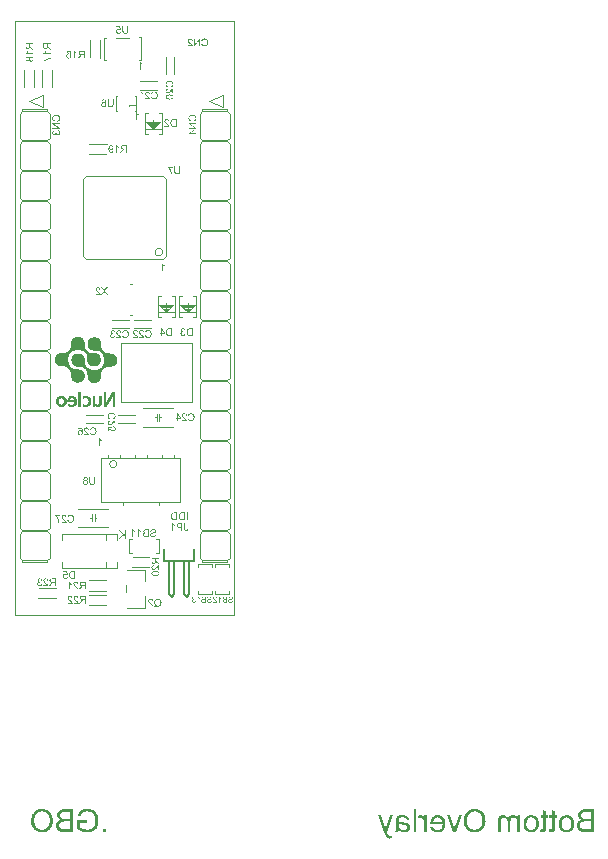
<source format=gbo>
G04*
G04 #@! TF.GenerationSoftware,Altium Limited,Altium Designer,18.1.9 (240)*
G04*
G04 Layer_Color=32896*
%FSLAX43Y43*%
%MOMM*%
G71*
G01*
G75*
%ADD10C,0.120*%
%ADD14C,0.127*%
%ADD15C,0.100*%
%ADD99C,0.025*%
G36*
X14630Y8010D02*
X14544D01*
Y8660D01*
X14630D01*
Y8010D01*
D02*
G37*
G36*
X14391D02*
X14157D01*
X14136Y8011D01*
X14116Y8012D01*
X14098Y8014D01*
X14083Y8016D01*
X14070Y8018D01*
X14060Y8018D01*
X14058Y8019D01*
X14055Y8020D01*
X14053D01*
X14036Y8025D01*
X14021Y8031D01*
X14008Y8035D01*
X13997Y8041D01*
X13987Y8046D01*
X13981Y8049D01*
X13977Y8052D01*
X13975Y8053D01*
X13963Y8062D01*
X13952Y8072D01*
X13942Y8081D01*
X13934Y8091D01*
X13926Y8099D01*
X13920Y8106D01*
X13917Y8111D01*
X13916Y8112D01*
X13906Y8127D01*
X13897Y8143D01*
X13889Y8158D01*
X13884Y8174D01*
X13878Y8187D01*
X13874Y8197D01*
X13873Y8201D01*
X13873Y8204D01*
X13872Y8205D01*
Y8206D01*
X13866Y8229D01*
X13861Y8252D01*
X13858Y8273D01*
X13856Y8294D01*
X13855Y8312D01*
Y8319D01*
X13854Y8326D01*
Y8330D01*
Y8335D01*
Y8337D01*
Y8338D01*
X13855Y8370D01*
X13857Y8399D01*
X13862Y8425D01*
X13864Y8438D01*
X13867Y8448D01*
X13870Y8458D01*
X13872Y8467D01*
X13873Y8474D01*
X13876Y8481D01*
X13877Y8486D01*
X13879Y8490D01*
X13880Y8492D01*
Y8493D01*
X13890Y8517D01*
X13903Y8539D01*
X13916Y8558D01*
X13928Y8574D01*
X13939Y8587D01*
X13949Y8596D01*
X13952Y8599D01*
X13955Y8602D01*
X13956Y8603D01*
X13957Y8604D01*
X13972Y8616D01*
X13988Y8626D01*
X14004Y8634D01*
X14019Y8641D01*
X14032Y8645D01*
X14043Y8648D01*
X14046Y8650D01*
X14049D01*
X14051Y8651D01*
X14052D01*
X14068Y8654D01*
X14087Y8657D01*
X14106Y8658D01*
X14124Y8659D01*
X14141Y8660D01*
X14391D01*
Y8010D01*
D02*
G37*
G36*
X13735D02*
X13501D01*
X13480Y8011D01*
X13460Y8012D01*
X13442Y8014D01*
X13427Y8016D01*
X13414Y8018D01*
X13405Y8018D01*
X13402Y8019D01*
X13399Y8020D01*
X13397D01*
X13380Y8025D01*
X13365Y8031D01*
X13352Y8035D01*
X13341Y8041D01*
X13331Y8046D01*
X13325Y8049D01*
X13321Y8052D01*
X13319Y8053D01*
X13307Y8062D01*
X13296Y8072D01*
X13286Y8081D01*
X13278Y8091D01*
X13270Y8099D01*
X13264Y8106D01*
X13261Y8111D01*
X13260Y8112D01*
X13250Y8127D01*
X13241Y8143D01*
X13233Y8158D01*
X13228Y8174D01*
X13222Y8187D01*
X13218Y8197D01*
X13217Y8201D01*
X13217Y8204D01*
X13216Y8205D01*
Y8206D01*
X13210Y8229D01*
X13205Y8252D01*
X13202Y8273D01*
X13200Y8294D01*
X13199Y8312D01*
Y8319D01*
X13198Y8326D01*
Y8330D01*
Y8335D01*
Y8337D01*
Y8338D01*
X13199Y8370D01*
X13202Y8399D01*
X13206Y8425D01*
X13208Y8438D01*
X13211Y8448D01*
X13214Y8458D01*
X13216Y8467D01*
X13217Y8474D01*
X13220Y8481D01*
X13221Y8486D01*
X13223Y8490D01*
X13224Y8492D01*
Y8493D01*
X13234Y8517D01*
X13247Y8539D01*
X13260Y8558D01*
X13272Y8574D01*
X13283Y8587D01*
X13293Y8596D01*
X13296Y8599D01*
X13299Y8602D01*
X13300Y8603D01*
X13301Y8604D01*
X13316Y8616D01*
X13332Y8626D01*
X13348Y8634D01*
X13363Y8641D01*
X13376Y8645D01*
X13387Y8648D01*
X13390Y8650D01*
X13393D01*
X13395Y8651D01*
X13396D01*
X13412Y8654D01*
X13431Y8657D01*
X13450Y8658D01*
X13468Y8659D01*
X13485Y8660D01*
X13735D01*
Y8010D01*
D02*
G37*
G36*
X7171Y14907D02*
X7182Y14892D01*
X7194Y14877D01*
X7205Y14864D01*
X7217Y14853D01*
X7225Y14843D01*
X7229Y14840D01*
X7232Y14838D01*
X7233Y14837D01*
X7233Y14836D01*
X7253Y14820D01*
X7273Y14805D01*
X7292Y14792D01*
X7311Y14781D01*
X7327Y14772D01*
X7333Y14768D01*
X7339Y14765D01*
X7343Y14762D01*
X7347Y14762D01*
X7349Y14760D01*
X7350D01*
Y14683D01*
X7336Y14688D01*
X7322Y14695D01*
X7308Y14701D01*
X7295Y14708D01*
X7283Y14714D01*
X7274Y14718D01*
X7268Y14722D01*
X7267Y14723D01*
X7266D01*
X7249Y14733D01*
X7234Y14744D01*
X7221Y14753D01*
X7211Y14762D01*
X7202Y14768D01*
X7196Y14774D01*
X7191Y14777D01*
X7190Y14778D01*
Y14270D01*
X7110D01*
Y14923D01*
X7162D01*
X7171Y14907D01*
D02*
G37*
G36*
X10601Y46797D02*
X10612Y46782D01*
X10624Y46767D01*
X10635Y46754D01*
X10647Y46743D01*
X10655Y46733D01*
X10659Y46730D01*
X10662Y46728D01*
X10663Y46727D01*
X10663Y46726D01*
X10683Y46710D01*
X10703Y46695D01*
X10722Y46682D01*
X10741Y46671D01*
X10757Y46662D01*
X10763Y46658D01*
X10769Y46655D01*
X10773Y46652D01*
X10777Y46652D01*
X10779Y46650D01*
X10780D01*
Y46573D01*
X10766Y46578D01*
X10752Y46585D01*
X10738Y46591D01*
X10725Y46598D01*
X10713Y46604D01*
X10704Y46608D01*
X10698Y46612D01*
X10697Y46613D01*
X10696D01*
X10679Y46623D01*
X10664Y46634D01*
X10651Y46643D01*
X10641Y46652D01*
X10632Y46658D01*
X10626Y46664D01*
X10621Y46667D01*
X10620Y46668D01*
Y46160D01*
X10540D01*
Y46813D01*
X10592D01*
X10601Y46797D01*
D02*
G37*
G36*
X12491Y29717D02*
X12502Y29702D01*
X12514Y29687D01*
X12525Y29674D01*
X12537Y29663D01*
X12545Y29653D01*
X12549Y29650D01*
X12552Y29648D01*
X12553Y29647D01*
X12553Y29646D01*
X12573Y29630D01*
X12593Y29615D01*
X12612Y29602D01*
X12631Y29591D01*
X12647Y29582D01*
X12653Y29578D01*
X12659Y29575D01*
X12663Y29572D01*
X12667Y29572D01*
X12669Y29570D01*
X12670D01*
Y29493D01*
X12656Y29498D01*
X12642Y29505D01*
X12628Y29511D01*
X12615Y29518D01*
X12603Y29524D01*
X12594Y29528D01*
X12588Y29532D01*
X12587Y29533D01*
X12586D01*
X12569Y29543D01*
X12554Y29554D01*
X12541Y29563D01*
X12531Y29572D01*
X12522Y29578D01*
X12516Y29584D01*
X12511Y29587D01*
X12510Y29588D01*
Y29080D01*
X12430D01*
Y29733D01*
X12482D01*
X12491Y29717D01*
D02*
G37*
G36*
X10271Y42537D02*
X10282Y42522D01*
X10294Y42507D01*
X10305Y42494D01*
X10317Y42483D01*
X10325Y42473D01*
X10329Y42470D01*
X10332Y42468D01*
X10333Y42467D01*
X10333Y42466D01*
X10353Y42450D01*
X10373Y42435D01*
X10392Y42422D01*
X10411Y42411D01*
X10427Y42402D01*
X10433Y42398D01*
X10439Y42395D01*
X10443Y42392D01*
X10447Y42392D01*
X10449Y42390D01*
X10450D01*
Y42313D01*
X10436Y42318D01*
X10422Y42325D01*
X10408Y42331D01*
X10395Y42338D01*
X10383Y42344D01*
X10374Y42348D01*
X10368Y42352D01*
X10367Y42353D01*
X10366D01*
X10349Y42363D01*
X10334Y42374D01*
X10321Y42383D01*
X10311Y42392D01*
X10302Y42398D01*
X10296Y42404D01*
X10291Y42407D01*
X10290Y42408D01*
Y41900D01*
X10210D01*
Y42553D01*
X10262D01*
X10271Y42537D01*
D02*
G37*
G36*
X9400Y6400D02*
X9298D01*
Y6666D01*
X9172Y6787D01*
X8899Y6400D01*
X8765D01*
X9101Y6856D01*
X8780Y7168D01*
X8918D01*
X9298Y6786D01*
Y7168D01*
X9400D01*
Y6400D01*
D02*
G37*
G36*
X6205Y-16437D02*
X6302Y-16451D01*
X6346Y-16459D01*
X6388Y-16470D01*
X6427Y-16478D01*
X6463Y-16489D01*
X6496Y-16501D01*
X6524Y-16512D01*
X6549Y-16523D01*
X6571Y-16531D01*
X6588Y-16539D01*
X6599Y-16545D01*
X6607Y-16548D01*
X6610Y-16550D01*
X6649Y-16575D01*
X6688Y-16600D01*
X6754Y-16659D01*
X6813Y-16717D01*
X6860Y-16778D01*
X6899Y-16831D01*
X6912Y-16853D01*
X6924Y-16875D01*
X6935Y-16892D01*
X6940Y-16903D01*
X6943Y-16911D01*
X6946Y-16914D01*
X6985Y-17006D01*
X7012Y-17097D01*
X7035Y-17186D01*
X7040Y-17228D01*
X7048Y-17267D01*
X7051Y-17303D01*
X7057Y-17333D01*
X7060Y-17364D01*
Y-17389D01*
X7062Y-17408D01*
Y-17422D01*
Y-17433D01*
Y-17436D01*
X7057Y-17539D01*
X7043Y-17636D01*
X7035Y-17680D01*
X7026Y-17722D01*
X7015Y-17764D01*
X7004Y-17800D01*
X6993Y-17833D01*
X6982Y-17861D01*
X6974Y-17889D01*
X6965Y-17908D01*
X6957Y-17927D01*
X6951Y-17939D01*
X6946Y-17947D01*
Y-17950D01*
X6896Y-18030D01*
X6840Y-18100D01*
X6782Y-18161D01*
X6726Y-18211D01*
X6674Y-18250D01*
X6654Y-18263D01*
X6635Y-18277D01*
X6618Y-18286D01*
X6607Y-18294D01*
X6599Y-18297D01*
X6596Y-18299D01*
X6552Y-18322D01*
X6507Y-18338D01*
X6418Y-18369D01*
X6332Y-18388D01*
X6252Y-18405D01*
X6216Y-18408D01*
X6182Y-18413D01*
X6152Y-18416D01*
X6127D01*
X6107Y-18419D01*
X6080D01*
X6002Y-18416D01*
X5927Y-18408D01*
X5857Y-18394D01*
X5796Y-18380D01*
X5771Y-18374D01*
X5746Y-18369D01*
X5724Y-18361D01*
X5705Y-18355D01*
X5691Y-18349D01*
X5680Y-18347D01*
X5674Y-18344D01*
X5671D01*
X5597Y-18313D01*
X5527Y-18277D01*
X5460Y-18238D01*
X5402Y-18202D01*
X5377Y-18186D01*
X5352Y-18169D01*
X5333Y-18155D01*
X5316Y-18144D01*
X5302Y-18133D01*
X5291Y-18125D01*
X5286Y-18122D01*
X5283Y-18119D01*
Y-17406D01*
X6099D01*
Y-17633D01*
X5533D01*
Y-17994D01*
X5566Y-18022D01*
X5605Y-18047D01*
X5647Y-18069D01*
X5685Y-18089D01*
X5719Y-18105D01*
X5749Y-18119D01*
X5760Y-18125D01*
X5766Y-18127D01*
X5771Y-18130D01*
X5774D01*
X5833Y-18150D01*
X5891Y-18166D01*
X5944Y-18177D01*
X5994Y-18183D01*
X6035Y-18188D01*
X6052D01*
X6068Y-18191D01*
X6096D01*
X6166Y-18188D01*
X6232Y-18177D01*
X6293Y-18163D01*
X6349Y-18150D01*
X6393Y-18133D01*
X6413Y-18127D01*
X6427Y-18122D01*
X6440Y-18116D01*
X6449Y-18111D01*
X6454Y-18108D01*
X6457D01*
X6515Y-18072D01*
X6568Y-18033D01*
X6613Y-17991D01*
X6649Y-17950D01*
X6679Y-17911D01*
X6699Y-17880D01*
X6707Y-17869D01*
X6710Y-17861D01*
X6715Y-17855D01*
Y-17853D01*
X6743Y-17783D01*
X6765Y-17711D01*
X6779Y-17639D01*
X6790Y-17569D01*
X6793Y-17539D01*
X6796Y-17511D01*
X6799Y-17483D01*
Y-17461D01*
X6801Y-17444D01*
Y-17431D01*
Y-17422D01*
Y-17419D01*
X6799Y-17342D01*
X6790Y-17272D01*
X6779Y-17206D01*
X6765Y-17147D01*
X6760Y-17122D01*
X6751Y-17100D01*
X6746Y-17081D01*
X6740Y-17064D01*
X6735Y-17050D01*
X6732Y-17042D01*
X6729Y-17036D01*
Y-17034D01*
X6710Y-16995D01*
X6690Y-16959D01*
X6671Y-16925D01*
X6651Y-16898D01*
X6635Y-16875D01*
X6621Y-16856D01*
X6610Y-16845D01*
X6607Y-16842D01*
X6577Y-16811D01*
X6543Y-16784D01*
X6507Y-16761D01*
X6474Y-16739D01*
X6446Y-16725D01*
X6424Y-16712D01*
X6407Y-16706D01*
X6402Y-16703D01*
X6352Y-16684D01*
X6302Y-16670D01*
X6249Y-16662D01*
X6202Y-16653D01*
X6160Y-16650D01*
X6143D01*
X6130Y-16648D01*
X6099D01*
X6046Y-16650D01*
X5996Y-16656D01*
X5952Y-16664D01*
X5913Y-16673D01*
X5880Y-16684D01*
X5855Y-16692D01*
X5841Y-16698D01*
X5835Y-16700D01*
X5794Y-16720D01*
X5758Y-16742D01*
X5724Y-16764D01*
X5699Y-16786D01*
X5680Y-16806D01*
X5663Y-16820D01*
X5655Y-16831D01*
X5652Y-16834D01*
X5627Y-16867D01*
X5608Y-16906D01*
X5588Y-16942D01*
X5572Y-16981D01*
X5560Y-17014D01*
X5552Y-17039D01*
X5549Y-17050D01*
X5547Y-17059D01*
X5544Y-17061D01*
Y-17064D01*
X5313Y-17003D01*
X5333Y-16934D01*
X5358Y-16873D01*
X5383Y-16817D01*
X5405Y-16773D01*
X5427Y-16736D01*
X5444Y-16712D01*
X5455Y-16695D01*
X5460Y-16689D01*
X5499Y-16645D01*
X5541Y-16609D01*
X5585Y-16575D01*
X5627Y-16548D01*
X5666Y-16528D01*
X5696Y-16512D01*
X5708Y-16506D01*
X5716Y-16503D01*
X5721Y-16501D01*
X5724D01*
X5788Y-16478D01*
X5855Y-16462D01*
X5916Y-16448D01*
X5974Y-16439D01*
X6027Y-16434D01*
X6049D01*
X6066Y-16431D01*
X6155D01*
X6205Y-16437D01*
D02*
G37*
G36*
X7706Y-18386D02*
X7437D01*
Y-18116D01*
X7706D01*
Y-18386D01*
D02*
G37*
G36*
X4919D02*
X4186D01*
X4120Y-18383D01*
X4061Y-18380D01*
X4009Y-18374D01*
X3964Y-18369D01*
X3928Y-18363D01*
X3900Y-18361D01*
X3884Y-18355D01*
X3878D01*
X3831Y-18341D01*
X3792Y-18327D01*
X3756Y-18311D01*
X3725Y-18294D01*
X3700Y-18283D01*
X3681Y-18272D01*
X3670Y-18263D01*
X3667Y-18261D01*
X3637Y-18236D01*
X3609Y-18205D01*
X3587Y-18175D01*
X3564Y-18147D01*
X3548Y-18119D01*
X3537Y-18100D01*
X3528Y-18086D01*
X3525Y-18080D01*
X3506Y-18036D01*
X3492Y-17991D01*
X3481Y-17950D01*
X3475Y-17911D01*
X3470Y-17878D01*
X3467Y-17850D01*
Y-17833D01*
Y-17830D01*
Y-17828D01*
X3470Y-17766D01*
X3481Y-17711D01*
X3498Y-17664D01*
X3514Y-17619D01*
X3531Y-17586D01*
X3548Y-17561D01*
X3559Y-17544D01*
X3562Y-17539D01*
X3600Y-17494D01*
X3642Y-17458D01*
X3689Y-17428D01*
X3731Y-17403D01*
X3770Y-17383D01*
X3803Y-17372D01*
X3814Y-17367D01*
X3823Y-17364D01*
X3828Y-17361D01*
X3831D01*
X3784Y-17333D01*
X3742Y-17306D01*
X3709Y-17275D01*
X3681Y-17247D01*
X3659Y-17225D01*
X3642Y-17203D01*
X3634Y-17192D01*
X3631Y-17186D01*
X3609Y-17145D01*
X3592Y-17106D01*
X3578Y-17067D01*
X3570Y-17031D01*
X3564Y-17000D01*
X3562Y-16975D01*
Y-16961D01*
Y-16956D01*
X3564Y-16909D01*
X3573Y-16861D01*
X3587Y-16820D01*
X3600Y-16781D01*
X3614Y-16748D01*
X3628Y-16725D01*
X3637Y-16709D01*
X3639Y-16703D01*
X3670Y-16662D01*
X3703Y-16623D01*
X3739Y-16592D01*
X3773Y-16567D01*
X3800Y-16548D01*
X3825Y-16534D01*
X3842Y-16525D01*
X3845Y-16523D01*
X3848D01*
X3900Y-16503D01*
X3959Y-16489D01*
X4017Y-16478D01*
X4072Y-16473D01*
X4122Y-16467D01*
X4145D01*
X4164Y-16464D01*
X4919D01*
Y-18386D01*
D02*
G37*
G36*
X2351Y-16434D02*
X2421Y-16442D01*
X2487Y-16456D01*
X2551Y-16473D01*
X2609Y-16495D01*
X2665Y-16517D01*
X2715Y-16542D01*
X2759Y-16567D01*
X2801Y-16592D01*
X2837Y-16617D01*
X2868Y-16639D01*
X2892Y-16662D01*
X2912Y-16678D01*
X2929Y-16692D01*
X2937Y-16700D01*
X2940Y-16703D01*
X2984Y-16756D01*
X3023Y-16811D01*
X3059Y-16873D01*
X3087Y-16934D01*
X3112Y-16997D01*
X3134Y-17059D01*
X3151Y-17120D01*
X3162Y-17178D01*
X3173Y-17233D01*
X3181Y-17286D01*
X3187Y-17333D01*
X3192Y-17372D01*
Y-17406D01*
X3195Y-17431D01*
Y-17447D01*
Y-17450D01*
Y-17453D01*
X3190Y-17547D01*
X3178Y-17633D01*
X3162Y-17716D01*
X3151Y-17753D01*
X3140Y-17789D01*
X3131Y-17819D01*
X3120Y-17847D01*
X3112Y-17872D01*
X3103Y-17894D01*
X3098Y-17911D01*
X3092Y-17922D01*
X3087Y-17930D01*
Y-17933D01*
X3040Y-18014D01*
X2990Y-18083D01*
X2934Y-18144D01*
X2881Y-18194D01*
X2834Y-18236D01*
X2815Y-18252D01*
X2798Y-18263D01*
X2781Y-18275D01*
X2770Y-18283D01*
X2765Y-18286D01*
X2762Y-18288D01*
X2720Y-18311D01*
X2679Y-18330D01*
X2595Y-18363D01*
X2515Y-18386D01*
X2440Y-18402D01*
X2404Y-18408D01*
X2373Y-18411D01*
X2346Y-18416D01*
X2321D01*
X2304Y-18419D01*
X2276D01*
X2185Y-18413D01*
X2098Y-18399D01*
X2018Y-18383D01*
X1982Y-18372D01*
X1949Y-18361D01*
X1918Y-18349D01*
X1890Y-18338D01*
X1868Y-18330D01*
X1849Y-18322D01*
X1832Y-18313D01*
X1818Y-18308D01*
X1813Y-18302D01*
X1810D01*
X1732Y-18252D01*
X1665Y-18197D01*
X1610Y-18138D01*
X1563Y-18083D01*
X1524Y-18030D01*
X1510Y-18011D01*
X1499Y-17991D01*
X1488Y-17975D01*
X1482Y-17964D01*
X1477Y-17955D01*
Y-17952D01*
X1454Y-17908D01*
X1438Y-17864D01*
X1407Y-17775D01*
X1385Y-17686D01*
X1371Y-17605D01*
X1368Y-17569D01*
X1363Y-17536D01*
X1360Y-17506D01*
Y-17481D01*
X1357Y-17458D01*
Y-17444D01*
Y-17433D01*
Y-17431D01*
X1363Y-17325D01*
X1374Y-17228D01*
X1382Y-17183D01*
X1393Y-17139D01*
X1404Y-17100D01*
X1413Y-17064D01*
X1424Y-17031D01*
X1435Y-17000D01*
X1443Y-16975D01*
X1454Y-16953D01*
X1460Y-16936D01*
X1466Y-16925D01*
X1471Y-16917D01*
Y-16914D01*
X1515Y-16834D01*
X1568Y-16761D01*
X1624Y-16700D01*
X1674Y-16650D01*
X1721Y-16612D01*
X1743Y-16595D01*
X1760Y-16581D01*
X1776Y-16573D01*
X1788Y-16564D01*
X1793Y-16562D01*
X1796Y-16559D01*
X1838Y-16537D01*
X1879Y-16517D01*
X1960Y-16484D01*
X2043Y-16462D01*
X2115Y-16448D01*
X2148Y-16442D01*
X2182Y-16437D01*
X2207Y-16434D01*
X2232D01*
X2251Y-16431D01*
X2276D01*
X2351Y-16434D01*
D02*
G37*
G36*
X42188Y-16964D02*
X42235Y-16972D01*
X42277Y-16981D01*
X42313Y-16992D01*
X42344Y-17006D01*
X42366Y-17014D01*
X42380Y-17022D01*
X42385Y-17025D01*
X42424Y-17050D01*
X42457Y-17078D01*
X42488Y-17106D01*
X42513Y-17133D01*
X42532Y-17156D01*
X42549Y-17175D01*
X42557Y-17186D01*
X42560Y-17192D01*
Y-16992D01*
X42771D01*
Y-18386D01*
X42535D01*
Y-17664D01*
X42532Y-17597D01*
X42530Y-17539D01*
X42524Y-17489D01*
X42516Y-17447D01*
X42507Y-17417D01*
X42502Y-17394D01*
X42499Y-17381D01*
X42496Y-17375D01*
X42480Y-17339D01*
X42460Y-17308D01*
X42441Y-17281D01*
X42421Y-17258D01*
X42402Y-17242D01*
X42388Y-17231D01*
X42377Y-17222D01*
X42374Y-17220D01*
X42341Y-17203D01*
X42310Y-17189D01*
X42277Y-17181D01*
X42249Y-17172D01*
X42227Y-17170D01*
X42208Y-17167D01*
X42191D01*
X42144Y-17170D01*
X42105Y-17178D01*
X42072Y-17192D01*
X42047Y-17206D01*
X42027Y-17222D01*
X42013Y-17233D01*
X42005Y-17245D01*
X42002Y-17247D01*
X41983Y-17281D01*
X41969Y-17317D01*
X41958Y-17356D01*
X41952Y-17394D01*
X41947Y-17428D01*
X41944Y-17458D01*
Y-17469D01*
Y-17475D01*
Y-17481D01*
Y-17483D01*
Y-18386D01*
X41708Y-18386D01*
Y-17578D01*
X41702Y-17503D01*
X41691Y-17439D01*
X41677Y-17386D01*
X41658Y-17342D01*
X41641Y-17308D01*
X41625Y-17286D01*
X41613Y-17272D01*
X41611Y-17267D01*
X41572Y-17233D01*
X41530Y-17208D01*
X41489Y-17192D01*
X41450Y-17178D01*
X41416Y-17172D01*
X41389Y-17170D01*
X41378Y-17167D01*
X41364D01*
X41333Y-17170D01*
X41308Y-17172D01*
X41283Y-17178D01*
X41264Y-17186D01*
X41244Y-17195D01*
X41233Y-17200D01*
X41225Y-17203D01*
X41222Y-17206D01*
X41200Y-17222D01*
X41183Y-17239D01*
X41169Y-17256D01*
X41158Y-17272D01*
X41150Y-17286D01*
X41144Y-17297D01*
X41139Y-17306D01*
Y-17308D01*
X41130Y-17333D01*
X41125Y-17367D01*
X41122Y-17400D01*
X41119Y-17433D01*
X41117Y-17464D01*
Y-17489D01*
Y-17506D01*
Y-17508D01*
Y-17511D01*
Y-18386D01*
X40881D01*
Y-17431D01*
Y-17386D01*
X40886Y-17347D01*
X40892Y-17308D01*
X40897Y-17275D01*
X40906Y-17242D01*
X40917Y-17214D01*
X40925Y-17189D01*
X40936Y-17164D01*
X40947Y-17145D01*
X40956Y-17125D01*
X40975Y-17100D01*
X40986Y-17084D01*
X40992Y-17078D01*
X41036Y-17039D01*
X41089Y-17011D01*
X41142Y-16989D01*
X41192Y-16975D01*
X41239Y-16967D01*
X41258Y-16964D01*
X41278D01*
X41291Y-16961D01*
X41311D01*
X41361Y-16964D01*
X41405Y-16972D01*
X41450Y-16984D01*
X41491Y-17000D01*
X41530Y-17020D01*
X41566Y-17039D01*
X41597Y-17061D01*
X41627Y-17084D01*
X41655Y-17109D01*
X41677Y-17131D01*
X41697Y-17150D01*
X41713Y-17170D01*
X41727Y-17186D01*
X41736Y-17197D01*
X41741Y-17206D01*
X41744Y-17208D01*
X41761Y-17167D01*
X41783Y-17131D01*
X41808Y-17100D01*
X41830Y-17075D01*
X41852Y-17053D01*
X41869Y-17039D01*
X41880Y-17031D01*
X41886Y-17028D01*
X41924Y-17006D01*
X41966Y-16989D01*
X42008Y-16978D01*
X42049Y-16970D01*
X42083Y-16964D01*
X42113Y-16961D01*
X42138D01*
X42188Y-16964D01*
D02*
G37*
G36*
X32846Y-16964D02*
X32904Y-16970D01*
X32960Y-16978D01*
X33004Y-16986D01*
X33043Y-16995D01*
X33071Y-17003D01*
X33082Y-17006D01*
X33091Y-17009D01*
X33093Y-17011D01*
X33096D01*
X33143Y-17031D01*
X33185Y-17056D01*
X33221Y-17078D01*
X33252Y-17100D01*
X33274Y-17122D01*
X33290Y-17139D01*
X33301Y-17150D01*
X33304Y-17153D01*
X33329Y-17189D01*
X33351Y-17228D01*
X33368Y-17267D01*
X33382Y-17303D01*
X33393Y-17339D01*
X33401Y-17364D01*
X33404Y-17375D01*
Y-17383D01*
X33407Y-17386D01*
Y-17389D01*
X33177Y-17419D01*
X33160Y-17369D01*
X33143Y-17325D01*
X33124Y-17289D01*
X33107Y-17261D01*
X33091Y-17239D01*
X33077Y-17225D01*
X33066Y-17217D01*
X33063Y-17214D01*
X33029Y-17195D01*
X32991Y-17181D01*
X32949Y-17170D01*
X32910Y-17164D01*
X32871Y-17158D01*
X32843Y-17156D01*
X32816D01*
X32752Y-17158D01*
X32696Y-17167D01*
X32652Y-17181D01*
X32613Y-17195D01*
X32585Y-17211D01*
X32563Y-17222D01*
X32549Y-17233D01*
X32546Y-17236D01*
X32524Y-17261D01*
X32507Y-17292D01*
X32494Y-17325D01*
X32485Y-17358D01*
X32480Y-17389D01*
X32477Y-17417D01*
Y-17433D01*
Y-17436D01*
Y-17439D01*
Y-17444D01*
Y-17456D01*
Y-17475D01*
X32480Y-17492D01*
Y-17497D01*
Y-17500D01*
X32507Y-17508D01*
X32538Y-17517D01*
X32602Y-17533D01*
X32674Y-17547D01*
X32741Y-17561D01*
X32774Y-17567D01*
X32805Y-17569D01*
X32832Y-17575D01*
X32855Y-17578D01*
X32874Y-17580D01*
X32888D01*
X32899Y-17583D01*
X32902D01*
X32952Y-17589D01*
X32993Y-17597D01*
X33029Y-17603D01*
X33057Y-17608D01*
X33079Y-17611D01*
X33096Y-17617D01*
X33107Y-17619D01*
X33110D01*
X33146Y-17630D01*
X33177Y-17642D01*
X33207Y-17655D01*
X33232Y-17667D01*
X33254Y-17678D01*
X33268Y-17689D01*
X33279Y-17694D01*
X33282Y-17697D01*
X33310Y-17716D01*
X33332Y-17739D01*
X33354Y-17761D01*
X33371Y-17783D01*
X33385Y-17803D01*
X33396Y-17819D01*
X33401Y-17830D01*
X33404Y-17833D01*
X33418Y-17864D01*
X33429Y-17897D01*
X33438Y-17927D01*
X33443Y-17958D01*
X33446Y-17983D01*
X33449Y-18002D01*
Y-18014D01*
Y-18019D01*
X33446Y-18052D01*
X33443Y-18080D01*
X33429Y-18138D01*
X33410Y-18186D01*
X33388Y-18227D01*
X33365Y-18261D01*
X33346Y-18286D01*
X33332Y-18300D01*
X33326Y-18305D01*
X33277Y-18341D01*
X33221Y-18369D01*
X33160Y-18388D01*
X33104Y-18402D01*
X33054Y-18411D01*
X33032Y-18413D01*
X33013D01*
X32996Y-18416D01*
X32974D01*
X32924Y-18413D01*
X32874Y-18408D01*
X32830Y-18402D01*
X32791Y-18394D01*
X32760Y-18386D01*
X32735Y-18377D01*
X32718Y-18374D01*
X32713Y-18372D01*
X32666Y-18352D01*
X32621Y-18327D01*
X32580Y-18300D01*
X32538Y-18275D01*
X32505Y-18250D01*
X32480Y-18230D01*
X32463Y-18216D01*
X32460Y-18211D01*
X32458D01*
X32452Y-18247D01*
X32446Y-18280D01*
X32441Y-18311D01*
X32433Y-18336D01*
X32424Y-18358D01*
X32419Y-18372D01*
X32416Y-18383D01*
X32413Y-18386D01*
X32166D01*
X32180Y-18355D01*
X32194Y-18324D01*
X32205Y-18297D01*
X32210Y-18272D01*
X32219Y-18250D01*
X32222Y-18233D01*
X32224Y-18222D01*
Y-18219D01*
X32227Y-18200D01*
X32230Y-18175D01*
Y-18147D01*
X32233Y-18116D01*
X32235Y-18047D01*
Y-17977D01*
X32238Y-17911D01*
Y-17880D01*
Y-17855D01*
Y-17833D01*
Y-17816D01*
Y-17805D01*
Y-17803D01*
Y-17486D01*
Y-17433D01*
X32241Y-17386D01*
X32244Y-17350D01*
Y-17319D01*
X32247Y-17297D01*
X32249Y-17281D01*
X32252Y-17272D01*
Y-17270D01*
X32260Y-17233D01*
X32272Y-17203D01*
X32283Y-17178D01*
X32297Y-17153D01*
X32308Y-17136D01*
X32316Y-17122D01*
X32321Y-17114D01*
X32324Y-17111D01*
X32346Y-17089D01*
X32371Y-17067D01*
X32399Y-17050D01*
X32427Y-17034D01*
X32452Y-17022D01*
X32471Y-17014D01*
X32485Y-17009D01*
X32491Y-17006D01*
X32535Y-16992D01*
X32582Y-16981D01*
X32630Y-16972D01*
X32677Y-16967D01*
X32718Y-16964D01*
X32749Y-16961D01*
X32780D01*
X32846Y-16964D01*
D02*
G37*
G36*
X37319Y-18386D02*
X37094D01*
X36564Y-16992D01*
X36808D01*
X37116Y-17844D01*
X37135Y-17900D01*
X37155Y-17950D01*
X37169Y-17997D01*
X37183Y-18033D01*
X37191Y-18066D01*
X37199Y-18089D01*
X37202Y-18102D01*
X37205Y-18108D01*
X37222Y-18055D01*
X37235Y-18002D01*
X37252Y-17955D01*
X37266Y-17914D01*
X37277Y-17878D01*
X37285Y-17850D01*
X37288Y-17841D01*
X37291Y-17833D01*
X37294Y-17830D01*
Y-17828D01*
X37594Y-16992D01*
X37843D01*
X37319Y-18386D01*
D02*
G37*
G36*
X31483D02*
X31494Y-18411D01*
X31500Y-18430D01*
X31505Y-18441D01*
Y-18444D01*
X31522Y-18491D01*
X31539Y-18530D01*
X31550Y-18563D01*
X31561Y-18585D01*
X31566Y-18602D01*
X31572Y-18613D01*
X31577Y-18619D01*
Y-18622D01*
X31600Y-18652D01*
X31625Y-18674D01*
X31636Y-18683D01*
X31644Y-18688D01*
X31650Y-18694D01*
X31652D01*
X31672Y-18702D01*
X31691Y-18710D01*
X31733Y-18719D01*
X31750D01*
X31763Y-18721D01*
X31777D01*
X31822Y-18719D01*
X31866Y-18710D01*
X31883Y-18705D01*
X31897Y-18702D01*
X31908Y-18699D01*
X31911D01*
X31886Y-18919D01*
X31855Y-18930D01*
X31827Y-18935D01*
X31802Y-18941D01*
X31780Y-18946D01*
X31761D01*
X31747Y-18949D01*
X31736D01*
X31694Y-18946D01*
X31658Y-18941D01*
X31625Y-18932D01*
X31597Y-18921D01*
X31572Y-18910D01*
X31555Y-18902D01*
X31544Y-18896D01*
X31541Y-18894D01*
X31511Y-18871D01*
X31486Y-18844D01*
X31461Y-18816D01*
X31439Y-18788D01*
X31422Y-18763D01*
X31408Y-18744D01*
X31400Y-18730D01*
X31397Y-18724D01*
X31389Y-18705D01*
X31378Y-18685D01*
X31355Y-18638D01*
X31333Y-18585D01*
X31314Y-18533D01*
X31294Y-18486D01*
X31286Y-18463D01*
X31278Y-18444D01*
X31272Y-18430D01*
X31267Y-18419D01*
X31264Y-18411D01*
Y-18408D01*
X30733Y-16992D01*
X30969D01*
X31269Y-17805D01*
X31292Y-17864D01*
X31308Y-17919D01*
X31328Y-17975D01*
X31341Y-18022D01*
X31353Y-18064D01*
X31358Y-18080D01*
X31361Y-18094D01*
X31364Y-18105D01*
X31366Y-18114D01*
X31369Y-18119D01*
Y-18122D01*
X31386Y-18058D01*
X31403Y-18000D01*
X31419Y-17944D01*
X31436Y-17897D01*
X31450Y-17858D01*
X31455Y-17841D01*
X31461Y-17828D01*
X31464Y-17814D01*
X31466Y-17805D01*
X31469Y-17803D01*
Y-17800D01*
X31761Y-16992D01*
X32011D01*
X31483Y-18386D01*
D02*
G37*
G36*
X45717Y-16648D02*
Y-16992D01*
X45892D01*
Y-17175D01*
X45717D01*
Y-17980D01*
Y-18019D01*
Y-18052D01*
X45714Y-18083D01*
X45711Y-18114D01*
Y-18138D01*
X45708Y-18161D01*
X45703Y-18197D01*
X45697Y-18225D01*
X45695Y-18244D01*
X45689Y-18255D01*
Y-18258D01*
X45678Y-18283D01*
X45661Y-18302D01*
X45645Y-18322D01*
X45631Y-18336D01*
X45614Y-18349D01*
X45603Y-18358D01*
X45595Y-18363D01*
X45592Y-18366D01*
X45561Y-18380D01*
X45531Y-18388D01*
X45497Y-18397D01*
X45464Y-18399D01*
X45436Y-18402D01*
X45414Y-18405D01*
X45392D01*
X45331Y-18402D01*
X45300Y-18399D01*
X45273Y-18394D01*
X45248Y-18391D01*
X45228Y-18388D01*
X45217Y-18386D01*
X45211D01*
X45242Y-18177D01*
X45264Y-18180D01*
X45286Y-18183D01*
X45306D01*
X45320Y-18186D01*
X45348D01*
X45384Y-18183D01*
X45409Y-18177D01*
X45422Y-18172D01*
X45428Y-18169D01*
X45447Y-18155D01*
X45459Y-18141D01*
X45467Y-18130D01*
X45470Y-18125D01*
X45472Y-18111D01*
X45475Y-18091D01*
X45478Y-18047D01*
X45481Y-18027D01*
Y-18011D01*
Y-18000D01*
Y-17994D01*
Y-17175D01*
X45242D01*
Y-16992D01*
X45481D01*
Y-16506D01*
X45717Y-16648D01*
D02*
G37*
G36*
X44970D02*
Y-16992D01*
X45145D01*
Y-17175D01*
X44970D01*
Y-17980D01*
Y-18019D01*
Y-18052D01*
X44967Y-18083D01*
X44964Y-18114D01*
Y-18138D01*
X44962Y-18161D01*
X44956Y-18197D01*
X44951Y-18225D01*
X44948Y-18244D01*
X44942Y-18255D01*
Y-18258D01*
X44931Y-18283D01*
X44914Y-18302D01*
X44898Y-18322D01*
X44884Y-18336D01*
X44867Y-18349D01*
X44856Y-18358D01*
X44848Y-18363D01*
X44845Y-18366D01*
X44814Y-18380D01*
X44784Y-18388D01*
X44751Y-18397D01*
X44717Y-18399D01*
X44690Y-18402D01*
X44667Y-18405D01*
X44645D01*
X44584Y-18402D01*
X44554Y-18399D01*
X44526Y-18394D01*
X44501Y-18391D01*
X44481Y-18388D01*
X44470Y-18386D01*
X44465D01*
X44495Y-18177D01*
X44517Y-18180D01*
X44540Y-18183D01*
X44559D01*
X44573Y-18186D01*
X44601D01*
X44637Y-18183D01*
X44662Y-18177D01*
X44676Y-18172D01*
X44681Y-18169D01*
X44701Y-18155D01*
X44712Y-18141D01*
X44720Y-18130D01*
X44723Y-18125D01*
X44726Y-18111D01*
X44728Y-18091D01*
X44731Y-18047D01*
X44734Y-18027D01*
Y-18011D01*
Y-18000D01*
Y-17994D01*
Y-17175D01*
X44495D01*
Y-16992D01*
X44734D01*
Y-16506D01*
X44970Y-16648D01*
D02*
G37*
G36*
X35836Y-16964D02*
X35886Y-16970D01*
X35933Y-16978D01*
X35978Y-16992D01*
X36019Y-17006D01*
X36058Y-17022D01*
X36094Y-17039D01*
X36125Y-17059D01*
X36155Y-17075D01*
X36180Y-17095D01*
X36203Y-17111D01*
X36219Y-17125D01*
X36233Y-17139D01*
X36244Y-17147D01*
X36250Y-17153D01*
X36253Y-17156D01*
X36283Y-17195D01*
X36311Y-17236D01*
X36336Y-17278D01*
X36358Y-17322D01*
X36375Y-17369D01*
X36389Y-17414D01*
X36411Y-17503D01*
X36419Y-17542D01*
X36425Y-17580D01*
X36428Y-17614D01*
X36430Y-17644D01*
X36433Y-17669D01*
Y-17686D01*
Y-17700D01*
Y-17703D01*
X36430Y-17764D01*
X36425Y-17822D01*
X36416Y-17878D01*
X36405Y-17927D01*
X36391Y-17975D01*
X36378Y-18019D01*
X36361Y-18058D01*
X36344Y-18094D01*
X36328Y-18125D01*
X36311Y-18152D01*
X36297Y-18175D01*
X36283Y-18194D01*
X36272Y-18211D01*
X36264Y-18222D01*
X36258Y-18227D01*
X36255Y-18230D01*
X36219Y-18263D01*
X36183Y-18291D01*
X36144Y-18316D01*
X36103Y-18338D01*
X36064Y-18355D01*
X36022Y-18372D01*
X35944Y-18394D01*
X35908Y-18399D01*
X35875Y-18405D01*
X35845Y-18411D01*
X35820Y-18413D01*
X35800Y-18416D01*
X35770D01*
X35683Y-18411D01*
X35606Y-18397D01*
X35536Y-18380D01*
X35509Y-18369D01*
X35481Y-18358D01*
X35456Y-18347D01*
X35434Y-18336D01*
X35417Y-18327D01*
X35400Y-18319D01*
X35389Y-18311D01*
X35381Y-18305D01*
X35375Y-18300D01*
X35373D01*
X35317Y-18250D01*
X35273Y-18197D01*
X35234Y-18141D01*
X35206Y-18089D01*
X35184Y-18041D01*
X35175Y-18019D01*
X35167Y-18002D01*
X35162Y-17986D01*
X35159Y-17975D01*
X35156Y-17969D01*
Y-17966D01*
X35400Y-17936D01*
X35423Y-17989D01*
X35448Y-18033D01*
X35472Y-18072D01*
X35495Y-18102D01*
X35514Y-18125D01*
X35531Y-18141D01*
X35545Y-18152D01*
X35547Y-18155D01*
X35584Y-18177D01*
X35620Y-18194D01*
X35659Y-18205D01*
X35692Y-18213D01*
X35722Y-18219D01*
X35747Y-18222D01*
X35770D01*
X35803Y-18219D01*
X35833Y-18216D01*
X35889Y-18202D01*
X35939Y-18183D01*
X35983Y-18161D01*
X36017Y-18141D01*
X36042Y-18122D01*
X36058Y-18108D01*
X36061Y-18102D01*
X36064D01*
X36103Y-18052D01*
X36133Y-17997D01*
X36155Y-17936D01*
X36172Y-17880D01*
X36180Y-17830D01*
X36186Y-17808D01*
X36189Y-17789D01*
Y-17772D01*
X36192Y-17761D01*
Y-17753D01*
Y-17750D01*
X35150D01*
X35148Y-17722D01*
Y-17703D01*
Y-17692D01*
Y-17689D01*
X35150Y-17625D01*
X35156Y-17567D01*
X35164Y-17511D01*
X35175Y-17458D01*
X35189Y-17411D01*
X35203Y-17367D01*
X35220Y-17328D01*
X35237Y-17292D01*
X35253Y-17258D01*
X35270Y-17231D01*
X35284Y-17208D01*
X35298Y-17189D01*
X35309Y-17172D01*
X35317Y-17161D01*
X35323Y-17156D01*
X35325Y-17153D01*
X35359Y-17120D01*
X35395Y-17089D01*
X35434Y-17064D01*
X35472Y-17042D01*
X35511Y-17022D01*
X35547Y-17009D01*
X35586Y-16995D01*
X35620Y-16986D01*
X35656Y-16978D01*
X35686Y-16972D01*
X35714Y-16967D01*
X35736Y-16964D01*
X35756Y-16961D01*
X35783D01*
X35836Y-16964D01*
D02*
G37*
G36*
X49020Y-18386D02*
X48288D01*
X48221Y-18383D01*
X48163Y-18380D01*
X48110Y-18374D01*
X48065Y-18369D01*
X48029Y-18363D01*
X48002Y-18361D01*
X47985Y-18355D01*
X47979D01*
X47932Y-18341D01*
X47893Y-18327D01*
X47857Y-18311D01*
X47827Y-18294D01*
X47802Y-18283D01*
X47782Y-18272D01*
X47771Y-18263D01*
X47768Y-18261D01*
X47738Y-18236D01*
X47710Y-18205D01*
X47688Y-18175D01*
X47666Y-18147D01*
X47649Y-18119D01*
X47638Y-18100D01*
X47630Y-18086D01*
X47627Y-18080D01*
X47607Y-18036D01*
X47593Y-17991D01*
X47582Y-17950D01*
X47577Y-17911D01*
X47571Y-17878D01*
X47568Y-17850D01*
Y-17833D01*
Y-17830D01*
Y-17828D01*
X47571Y-17766D01*
X47582Y-17711D01*
X47599Y-17664D01*
X47616Y-17619D01*
X47632Y-17586D01*
X47649Y-17561D01*
X47660Y-17544D01*
X47663Y-17539D01*
X47702Y-17494D01*
X47743Y-17458D01*
X47791Y-17428D01*
X47832Y-17403D01*
X47871Y-17383D01*
X47904Y-17372D01*
X47916Y-17367D01*
X47924Y-17364D01*
X47929Y-17361D01*
X47932D01*
X47885Y-17333D01*
X47843Y-17306D01*
X47810Y-17275D01*
X47782Y-17247D01*
X47760Y-17225D01*
X47743Y-17203D01*
X47735Y-17192D01*
X47732Y-17186D01*
X47710Y-17145D01*
X47693Y-17106D01*
X47680Y-17067D01*
X47671Y-17031D01*
X47666Y-17000D01*
X47663Y-16975D01*
Y-16961D01*
Y-16956D01*
X47666Y-16909D01*
X47674Y-16861D01*
X47688Y-16820D01*
X47702Y-16781D01*
X47716Y-16748D01*
X47730Y-16725D01*
X47738Y-16709D01*
X47741Y-16703D01*
X47771Y-16662D01*
X47804Y-16623D01*
X47841Y-16592D01*
X47874Y-16567D01*
X47902Y-16548D01*
X47927Y-16534D01*
X47943Y-16525D01*
X47946Y-16523D01*
X47949D01*
X48002Y-16503D01*
X48060Y-16489D01*
X48118Y-16478D01*
X48174Y-16473D01*
X48224Y-16467D01*
X48246D01*
X48265Y-16464D01*
X49020D01*
Y-18386D01*
D02*
G37*
G36*
X34379Y-16964D02*
X34406Y-16970D01*
X34434Y-16978D01*
X34456Y-16986D01*
X34473Y-16995D01*
X34490Y-17003D01*
X34498Y-17009D01*
X34501Y-17011D01*
X34526Y-17034D01*
X34551Y-17061D01*
X34576Y-17095D01*
X34598Y-17125D01*
X34620Y-17156D01*
X34634Y-17181D01*
X34645Y-17200D01*
X34648Y-17203D01*
Y-16992D01*
X34862D01*
Y-18386D01*
X34626D01*
Y-17658D01*
X34623Y-17603D01*
X34620Y-17553D01*
X34615Y-17506D01*
X34606Y-17464D01*
X34598Y-17431D01*
X34592Y-17406D01*
X34590Y-17389D01*
X34587Y-17383D01*
X34576Y-17353D01*
X34562Y-17328D01*
X34548Y-17306D01*
X34534Y-17286D01*
X34520Y-17272D01*
X34512Y-17261D01*
X34504Y-17256D01*
X34501Y-17253D01*
X34479Y-17236D01*
X34454Y-17225D01*
X34429Y-17217D01*
X34409Y-17211D01*
X34390Y-17208D01*
X34376Y-17206D01*
X34362D01*
X34331Y-17208D01*
X34301Y-17214D01*
X34270Y-17222D01*
X34245Y-17231D01*
X34223Y-17239D01*
X34207Y-17247D01*
X34195Y-17253D01*
X34193Y-17256D01*
X34107Y-17039D01*
X34154Y-17014D01*
X34198Y-16995D01*
X34237Y-16981D01*
X34273Y-16970D01*
X34304Y-16964D01*
X34329Y-16961D01*
X34348D01*
X34379Y-16964D01*
D02*
G37*
G36*
X33971Y-18386D02*
X33735D01*
Y-16464D01*
X33971D01*
Y-18386D01*
D02*
G37*
G36*
X46733Y-16964D02*
X46777Y-16967D01*
X46863Y-16986D01*
X46938Y-17011D01*
X46972Y-17025D01*
X47002Y-17039D01*
X47030Y-17053D01*
X47052Y-17067D01*
X47074Y-17081D01*
X47091Y-17092D01*
X47105Y-17103D01*
X47116Y-17111D01*
X47122Y-17114D01*
X47124Y-17117D01*
X47163Y-17153D01*
X47194Y-17195D01*
X47224Y-17239D01*
X47246Y-17283D01*
X47269Y-17331D01*
X47285Y-17381D01*
X47299Y-17428D01*
X47310Y-17472D01*
X47321Y-17517D01*
X47327Y-17555D01*
X47333Y-17594D01*
X47335Y-17625D01*
Y-17653D01*
X47338Y-17672D01*
Y-17683D01*
Y-17689D01*
X47335Y-17753D01*
X47330Y-17814D01*
X47321Y-17869D01*
X47310Y-17922D01*
X47296Y-17969D01*
X47283Y-18014D01*
X47266Y-18055D01*
X47249Y-18091D01*
X47233Y-18125D01*
X47216Y-18152D01*
X47202Y-18175D01*
X47188Y-18194D01*
X47177Y-18211D01*
X47169Y-18222D01*
X47163Y-18227D01*
X47160Y-18230D01*
X47124Y-18263D01*
X47088Y-18291D01*
X47049Y-18316D01*
X47010Y-18338D01*
X46972Y-18355D01*
X46930Y-18372D01*
X46855Y-18394D01*
X46822Y-18399D01*
X46788Y-18405D01*
X46761Y-18411D01*
X46736Y-18413D01*
X46713Y-18416D01*
X46686D01*
X46619Y-18413D01*
X46558Y-18402D01*
X46500Y-18388D01*
X46452Y-18374D01*
X46411Y-18358D01*
X46394Y-18352D01*
X46380Y-18347D01*
X46366Y-18341D01*
X46358Y-18336D01*
X46355Y-18333D01*
X46353D01*
X46297Y-18297D01*
X46250Y-18258D01*
X46208Y-18219D01*
X46175Y-18180D01*
X46150Y-18147D01*
X46130Y-18119D01*
X46125Y-18108D01*
X46119Y-18100D01*
X46117Y-18097D01*
Y-18094D01*
X46089Y-18030D01*
X46069Y-17961D01*
X46053Y-17891D01*
X46044Y-17822D01*
X46039Y-17791D01*
Y-17764D01*
X46036Y-17736D01*
X46033Y-17714D01*
Y-17694D01*
Y-17680D01*
Y-17672D01*
Y-17669D01*
X46036Y-17608D01*
X46042Y-17553D01*
X46050Y-17500D01*
X46061Y-17450D01*
X46075Y-17403D01*
X46092Y-17361D01*
X46108Y-17319D01*
X46125Y-17286D01*
X46142Y-17256D01*
X46158Y-17228D01*
X46175Y-17203D01*
X46189Y-17183D01*
X46200Y-17170D01*
X46208Y-17158D01*
X46214Y-17153D01*
X46216Y-17150D01*
X46253Y-17117D01*
X46289Y-17089D01*
X46328Y-17061D01*
X46366Y-17042D01*
X46405Y-17022D01*
X46444Y-17009D01*
X46519Y-16984D01*
X46555Y-16978D01*
X46586Y-16972D01*
X46613Y-16967D01*
X46638Y-16964D01*
X46658Y-16961D01*
X46686D01*
X46733Y-16964D01*
D02*
G37*
G36*
X43746D02*
X43790Y-16967D01*
X43876Y-16986D01*
X43951Y-17011D01*
X43984Y-17025D01*
X44015Y-17039D01*
X44043Y-17053D01*
X44065Y-17067D01*
X44087Y-17081D01*
X44104Y-17092D01*
X44118Y-17103D01*
X44129Y-17111D01*
X44134Y-17114D01*
X44137Y-17117D01*
X44176Y-17153D01*
X44206Y-17195D01*
X44237Y-17239D01*
X44259Y-17283D01*
X44281Y-17331D01*
X44298Y-17381D01*
X44312Y-17428D01*
X44323Y-17472D01*
X44334Y-17517D01*
X44340Y-17555D01*
X44345Y-17594D01*
X44348Y-17625D01*
Y-17653D01*
X44351Y-17672D01*
Y-17683D01*
Y-17689D01*
X44348Y-17753D01*
X44343Y-17814D01*
X44334Y-17869D01*
X44323Y-17922D01*
X44309Y-17969D01*
X44295Y-18014D01*
X44279Y-18055D01*
X44262Y-18091D01*
X44245Y-18125D01*
X44229Y-18152D01*
X44215Y-18175D01*
X44201Y-18194D01*
X44190Y-18211D01*
X44181Y-18222D01*
X44176Y-18227D01*
X44173Y-18230D01*
X44137Y-18263D01*
X44101Y-18291D01*
X44062Y-18316D01*
X44023Y-18338D01*
X43984Y-18355D01*
X43943Y-18372D01*
X43868Y-18394D01*
X43834Y-18399D01*
X43801Y-18405D01*
X43773Y-18411D01*
X43748Y-18413D01*
X43726Y-18416D01*
X43698D01*
X43632Y-18413D01*
X43571Y-18402D01*
X43512Y-18388D01*
X43465Y-18374D01*
X43424Y-18358D01*
X43407Y-18352D01*
X43393Y-18347D01*
X43379Y-18341D01*
X43371Y-18336D01*
X43368Y-18333D01*
X43365D01*
X43310Y-18297D01*
X43263Y-18258D01*
X43221Y-18219D01*
X43188Y-18180D01*
X43163Y-18147D01*
X43143Y-18119D01*
X43138Y-18108D01*
X43132Y-18100D01*
X43129Y-18097D01*
Y-18094D01*
X43102Y-18030D01*
X43082Y-17961D01*
X43065Y-17891D01*
X43057Y-17822D01*
X43052Y-17791D01*
Y-17764D01*
X43049Y-17736D01*
X43046Y-17714D01*
Y-17694D01*
Y-17680D01*
Y-17672D01*
Y-17669D01*
X43049Y-17608D01*
X43054Y-17553D01*
X43063Y-17500D01*
X43074Y-17450D01*
X43088Y-17403D01*
X43104Y-17361D01*
X43121Y-17319D01*
X43138Y-17286D01*
X43154Y-17256D01*
X43171Y-17228D01*
X43188Y-17203D01*
X43201Y-17183D01*
X43213Y-17170D01*
X43221Y-17158D01*
X43226Y-17153D01*
X43229Y-17150D01*
X43265Y-17117D01*
X43301Y-17089D01*
X43340Y-17061D01*
X43379Y-17042D01*
X43418Y-17022D01*
X43457Y-17009D01*
X43532Y-16984D01*
X43568Y-16978D01*
X43598Y-16972D01*
X43626Y-16967D01*
X43651Y-16964D01*
X43671Y-16961D01*
X43698D01*
X43746Y-16964D01*
D02*
G37*
G36*
X38987Y-16434D02*
X39057Y-16442D01*
X39123Y-16456D01*
X39187Y-16473D01*
X39245Y-16495D01*
X39301Y-16517D01*
X39351Y-16542D01*
X39395Y-16567D01*
X39437Y-16592D01*
X39473Y-16617D01*
X39504Y-16639D01*
X39529Y-16662D01*
X39548Y-16678D01*
X39565Y-16692D01*
X39573Y-16700D01*
X39576Y-16703D01*
X39620Y-16756D01*
X39659Y-16811D01*
X39695Y-16873D01*
X39723Y-16934D01*
X39748Y-16997D01*
X39770Y-17059D01*
X39787Y-17120D01*
X39798Y-17178D01*
X39809Y-17233D01*
X39817Y-17286D01*
X39823Y-17333D01*
X39828Y-17372D01*
Y-17406D01*
X39831Y-17431D01*
Y-17447D01*
Y-17450D01*
Y-17453D01*
X39826Y-17547D01*
X39815Y-17633D01*
X39798Y-17716D01*
X39787Y-17753D01*
X39776Y-17789D01*
X39767Y-17819D01*
X39756Y-17847D01*
X39748Y-17872D01*
X39740Y-17894D01*
X39734Y-17911D01*
X39728Y-17922D01*
X39723Y-17930D01*
Y-17933D01*
X39676Y-18014D01*
X39626Y-18083D01*
X39570Y-18144D01*
X39517Y-18194D01*
X39470Y-18236D01*
X39451Y-18252D01*
X39434Y-18263D01*
X39418Y-18275D01*
X39406Y-18283D01*
X39401Y-18286D01*
X39398Y-18288D01*
X39356Y-18311D01*
X39315Y-18330D01*
X39231Y-18363D01*
X39151Y-18386D01*
X39076Y-18402D01*
X39040Y-18408D01*
X39009Y-18411D01*
X38982Y-18416D01*
X38957D01*
X38940Y-18419D01*
X38912D01*
X38821Y-18413D01*
X38735Y-18399D01*
X38654Y-18383D01*
X38618Y-18372D01*
X38585Y-18361D01*
X38554Y-18349D01*
X38526Y-18338D01*
X38504Y-18330D01*
X38485Y-18322D01*
X38468Y-18313D01*
X38454Y-18308D01*
X38449Y-18302D01*
X38446D01*
X38368Y-18252D01*
X38301Y-18197D01*
X38246Y-18138D01*
X38199Y-18083D01*
X38160Y-18030D01*
X38146Y-18011D01*
X38135Y-17991D01*
X38124Y-17975D01*
X38118Y-17964D01*
X38113Y-17955D01*
Y-17952D01*
X38090Y-17908D01*
X38074Y-17864D01*
X38043Y-17775D01*
X38021Y-17686D01*
X38007Y-17605D01*
X38004Y-17569D01*
X37999Y-17536D01*
X37996Y-17506D01*
Y-17481D01*
X37993Y-17458D01*
Y-17444D01*
Y-17433D01*
Y-17431D01*
X37999Y-17325D01*
X38010Y-17228D01*
X38018Y-17183D01*
X38029Y-17139D01*
X38041Y-17100D01*
X38049Y-17064D01*
X38060Y-17031D01*
X38071Y-17000D01*
X38079Y-16975D01*
X38090Y-16953D01*
X38096Y-16936D01*
X38102Y-16925D01*
X38107Y-16917D01*
Y-16914D01*
X38152Y-16834D01*
X38204Y-16761D01*
X38260Y-16700D01*
X38310Y-16650D01*
X38357Y-16612D01*
X38379Y-16595D01*
X38396Y-16581D01*
X38413Y-16573D01*
X38424Y-16564D01*
X38429Y-16562D01*
X38432Y-16559D01*
X38474Y-16537D01*
X38515Y-16517D01*
X38596Y-16484D01*
X38679Y-16462D01*
X38751Y-16448D01*
X38785Y-16442D01*
X38818Y-16437D01*
X38843Y-16434D01*
X38868D01*
X38887Y-16431D01*
X38912D01*
X38987Y-16434D01*
D02*
G37*
G36*
X6053Y15852D02*
X6069Y15851D01*
X6084Y15848D01*
X6098Y15846D01*
X6112Y15842D01*
X6124Y15838D01*
X6135Y15833D01*
X6145Y15829D01*
X6155Y15824D01*
X6162Y15819D01*
X6169Y15816D01*
X6174Y15812D01*
X6179Y15809D01*
X6182Y15806D01*
X6184Y15805D01*
X6185Y15804D01*
X6194Y15795D01*
X6203Y15785D01*
X6211Y15773D01*
X6218Y15762D01*
X6229Y15739D01*
X6236Y15717D01*
X6239Y15707D01*
X6242Y15696D01*
X6244Y15688D01*
X6246Y15680D01*
X6247Y15674D01*
Y15669D01*
X6248Y15666D01*
Y15665D01*
X6166Y15657D01*
X6164Y15678D01*
X6160Y15697D01*
X6155Y15714D01*
X6148Y15727D01*
X6143Y15739D01*
X6137Y15746D01*
X6133Y15751D01*
X6131Y15753D01*
X6117Y15764D01*
X6102Y15772D01*
X6086Y15779D01*
X6072Y15783D01*
X6059Y15785D01*
X6048Y15786D01*
X6044Y15787D01*
X6038D01*
X6018Y15786D01*
X6001Y15783D01*
X5986Y15777D01*
X5972Y15771D01*
X5962Y15765D01*
X5956Y15760D01*
X5951Y15756D01*
X5949Y15754D01*
X5938Y15741D01*
X5929Y15728D01*
X5923Y15715D01*
X5919Y15702D01*
X5916Y15692D01*
X5915Y15682D01*
X5914Y15676D01*
Y15676D01*
Y15675D01*
X5916Y15658D01*
X5920Y15640D01*
X5926Y15624D01*
X5933Y15609D01*
X5940Y15597D01*
X5947Y15586D01*
X5949Y15583D01*
X5951Y15580D01*
X5953Y15579D01*
Y15578D01*
X5960Y15567D01*
X5970Y15557D01*
X5980Y15546D01*
X5991Y15535D01*
X6015Y15512D01*
X6038Y15489D01*
X6050Y15479D01*
X6061Y15470D01*
X6071Y15461D01*
X6080Y15454D01*
X6086Y15448D01*
X6092Y15443D01*
X6096Y15441D01*
X6096Y15440D01*
X6120Y15420D01*
X6142Y15401D01*
X6159Y15384D01*
X6174Y15370D01*
X6186Y15358D01*
X6194Y15349D01*
X6199Y15344D01*
X6201Y15343D01*
Y15342D01*
X6214Y15326D01*
X6224Y15311D01*
X6234Y15296D01*
X6241Y15283D01*
X6247Y15271D01*
X6251Y15263D01*
X6252Y15257D01*
X6253Y15256D01*
Y15255D01*
X6257Y15245D01*
X6259Y15236D01*
X6261Y15226D01*
X6262Y15218D01*
X6263Y15210D01*
Y15205D01*
Y15201D01*
Y15200D01*
X5831D01*
Y15277D01*
X6152D01*
X6141Y15293D01*
X6135Y15300D01*
X6130Y15306D01*
X6126Y15312D01*
X6122Y15316D01*
X6119Y15318D01*
X6118Y15319D01*
X6113Y15324D01*
X6108Y15329D01*
X6095Y15341D01*
X6080Y15355D01*
X6064Y15369D01*
X6049Y15381D01*
X6042Y15387D01*
X6036Y15393D01*
X6032Y15396D01*
X6028Y15399D01*
X6026Y15401D01*
X6025Y15402D01*
X6010Y15415D01*
X5995Y15427D01*
X5982Y15440D01*
X5970Y15450D01*
X5958Y15460D01*
X5949Y15470D01*
X5940Y15478D01*
X5932Y15486D01*
X5924Y15493D01*
X5919Y15499D01*
X5914Y15504D01*
X5909Y15508D01*
X5905Y15514D01*
X5903Y15516D01*
X5890Y15532D01*
X5878Y15546D01*
X5869Y15560D01*
X5862Y15571D01*
X5856Y15582D01*
X5852Y15589D01*
X5850Y15594D01*
X5849Y15596D01*
X5844Y15610D01*
X5840Y15624D01*
X5836Y15637D01*
X5834Y15648D01*
X5833Y15659D01*
X5832Y15666D01*
Y15671D01*
Y15673D01*
X5833Y15687D01*
X5835Y15700D01*
X5837Y15713D01*
X5841Y15724D01*
X5850Y15747D01*
X5860Y15765D01*
X5865Y15773D01*
X5870Y15780D01*
X5875Y15786D01*
X5879Y15791D01*
X5883Y15795D01*
X5885Y15799D01*
X5887Y15800D01*
X5888Y15801D01*
X5898Y15810D01*
X5909Y15818D01*
X5922Y15825D01*
X5934Y15831D01*
X5958Y15840D01*
X5983Y15847D01*
X5993Y15848D01*
X6003Y15850D01*
X6013Y15851D01*
X6020Y15852D01*
X6027Y15853D01*
X6036D01*
X6053Y15852D01*
D02*
G37*
G36*
X5534D02*
X5552Y15850D01*
X5569Y15847D01*
X5585Y15842D01*
X5599Y15835D01*
X5613Y15830D01*
X5626Y15822D01*
X5637Y15816D01*
X5646Y15809D01*
X5656Y15801D01*
X5663Y15796D01*
X5669Y15790D01*
X5674Y15785D01*
X5677Y15781D01*
X5679Y15779D01*
X5680Y15778D01*
X5692Y15761D01*
X5703Y15741D01*
X5712Y15721D01*
X5721Y15699D01*
X5727Y15676D01*
X5733Y15654D01*
X5737Y15630D01*
X5741Y15609D01*
X5744Y15587D01*
X5746Y15567D01*
X5748Y15550D01*
X5749Y15535D01*
Y15521D01*
X5750Y15512D01*
Y15508D01*
Y15505D01*
Y15505D01*
Y15504D01*
X5749Y15473D01*
X5747Y15445D01*
X5744Y15419D01*
X5739Y15395D01*
X5735Y15373D01*
X5730Y15353D01*
X5724Y15335D01*
X5718Y15319D01*
X5712Y15306D01*
X5706Y15294D01*
X5702Y15285D01*
X5696Y15276D01*
X5692Y15270D01*
X5690Y15266D01*
X5688Y15263D01*
X5687Y15262D01*
X5674Y15249D01*
X5661Y15238D01*
X5648Y15228D01*
X5635Y15220D01*
X5621Y15212D01*
X5608Y15207D01*
X5595Y15202D01*
X5581Y15198D01*
X5570Y15195D01*
X5559Y15192D01*
X5550Y15191D01*
X5541Y15190D01*
X5534D01*
X5529Y15189D01*
X5524D01*
X5503Y15190D01*
X5483Y15193D01*
X5465Y15197D01*
X5449Y15203D01*
X5437Y15208D01*
X5427Y15212D01*
X5424Y15213D01*
X5421Y15215D01*
X5420Y15216D01*
X5419D01*
X5403Y15227D01*
X5388Y15240D01*
X5376Y15254D01*
X5365Y15267D01*
X5357Y15279D01*
X5351Y15288D01*
X5349Y15292D01*
X5347Y15295D01*
X5347Y15296D01*
Y15297D01*
X5337Y15317D01*
X5331Y15337D01*
X5326Y15356D01*
X5323Y15374D01*
X5320Y15389D01*
Y15395D01*
X5319Y15400D01*
Y15405D01*
Y15408D01*
Y15410D01*
Y15411D01*
X5320Y15427D01*
X5322Y15443D01*
X5325Y15459D01*
X5328Y15473D01*
X5332Y15487D01*
X5337Y15500D01*
X5342Y15511D01*
X5347Y15521D01*
X5353Y15531D01*
X5358Y15539D01*
X5362Y15546D01*
X5367Y15552D01*
X5370Y15557D01*
X5373Y15560D01*
X5375Y15562D01*
X5376Y15563D01*
X5386Y15573D01*
X5397Y15583D01*
X5409Y15590D01*
X5421Y15597D01*
X5432Y15603D01*
X5443Y15608D01*
X5465Y15614D01*
X5474Y15617D01*
X5484Y15619D01*
X5491Y15620D01*
X5499Y15621D01*
X5504Y15622D01*
X5512D01*
X5529Y15621D01*
X5545Y15618D01*
X5560Y15615D01*
X5573Y15612D01*
X5584Y15607D01*
X5593Y15604D01*
X5598Y15601D01*
X5599Y15600D01*
X5600D01*
X5615Y15591D01*
X5628Y15581D01*
X5641Y15570D01*
X5650Y15559D01*
X5659Y15550D01*
X5665Y15542D01*
X5669Y15536D01*
X5670Y15536D01*
Y15552D01*
X5669Y15569D01*
X5668Y15584D01*
X5666Y15599D01*
X5665Y15613D01*
X5663Y15625D01*
X5661Y15636D01*
X5659Y15646D01*
X5657Y15656D01*
X5655Y15663D01*
X5653Y15670D01*
X5652Y15676D01*
X5650Y15679D01*
X5649Y15682D01*
X5648Y15684D01*
Y15685D01*
X5639Y15704D01*
X5629Y15721D01*
X5619Y15734D01*
X5610Y15745D01*
X5601Y15754D01*
X5595Y15761D01*
X5590Y15765D01*
X5588Y15766D01*
X5577Y15773D01*
X5565Y15778D01*
X5554Y15782D01*
X5543Y15785D01*
X5534Y15786D01*
X5527Y15787D01*
X5520D01*
X5503Y15785D01*
X5487Y15782D01*
X5474Y15776D01*
X5462Y15770D01*
X5453Y15764D01*
X5446Y15758D01*
X5442Y15754D01*
X5440Y15753D01*
X5434Y15744D01*
X5427Y15734D01*
X5422Y15723D01*
X5418Y15711D01*
X5414Y15701D01*
X5411Y15692D01*
X5410Y15687D01*
X5409Y15686D01*
Y15685D01*
X5330Y15692D01*
X5335Y15718D01*
X5344Y15741D01*
X5353Y15762D01*
X5363Y15779D01*
X5374Y15792D01*
X5378Y15798D01*
X5382Y15802D01*
X5385Y15805D01*
X5388Y15808D01*
X5389Y15809D01*
X5390Y15810D01*
X5399Y15817D01*
X5409Y15824D01*
X5430Y15835D01*
X5451Y15843D01*
X5471Y15848D01*
X5488Y15851D01*
X5496Y15852D01*
X5503D01*
X5508Y15853D01*
X5516D01*
X5534Y15852D01*
D02*
G37*
G36*
X6625Y15860D02*
X6655Y15855D01*
X6681Y15849D01*
X6693Y15846D01*
X6705Y15842D01*
X6715Y15838D01*
X6724Y15834D01*
X6732Y15832D01*
X6739Y15829D01*
X6744Y15826D01*
X6748Y15824D01*
X6751Y15823D01*
X6752Y15822D01*
X6777Y15806D01*
X6799Y15787D01*
X6817Y15769D01*
X6833Y15750D01*
X6845Y15733D01*
X6850Y15725D01*
X6854Y15719D01*
X6858Y15714D01*
X6860Y15710D01*
X6861Y15707D01*
X6861Y15707D01*
X6875Y15677D01*
X6884Y15647D01*
X6891Y15617D01*
X6895Y15590D01*
X6897Y15578D01*
X6898Y15566D01*
X6899Y15556D01*
Y15547D01*
X6900Y15540D01*
Y15535D01*
Y15531D01*
Y15530D01*
X6898Y15496D01*
X6894Y15463D01*
X6890Y15434D01*
X6886Y15420D01*
X6883Y15408D01*
X6880Y15396D01*
X6877Y15386D01*
X6874Y15377D01*
X6872Y15369D01*
X6869Y15364D01*
X6868Y15359D01*
X6866Y15356D01*
Y15355D01*
X6852Y15327D01*
X6836Y15302D01*
X6819Y15280D01*
X6811Y15271D01*
X6803Y15263D01*
X6796Y15255D01*
X6788Y15249D01*
X6782Y15243D01*
X6776Y15239D01*
X6772Y15236D01*
X6768Y15233D01*
X6767Y15232D01*
X6766Y15231D01*
X6752Y15224D01*
X6739Y15217D01*
X6711Y15207D01*
X6683Y15199D01*
X6656Y15194D01*
X6642Y15192D01*
X6631Y15191D01*
X6621Y15190D01*
X6612D01*
X6605Y15189D01*
X6595D01*
X6576Y15190D01*
X6558Y15192D01*
X6541Y15193D01*
X6525Y15197D01*
X6510Y15202D01*
X6496Y15207D01*
X6483Y15211D01*
X6471Y15217D01*
X6460Y15222D01*
X6450Y15226D01*
X6442Y15231D01*
X6435Y15236D01*
X6430Y15239D01*
X6425Y15241D01*
X6424Y15243D01*
X6423Y15244D01*
X6409Y15255D01*
X6398Y15267D01*
X6388Y15280D01*
X6377Y15293D01*
X6361Y15319D01*
X6347Y15346D01*
X6342Y15358D01*
X6337Y15369D01*
X6333Y15380D01*
X6330Y15388D01*
X6328Y15395D01*
X6326Y15401D01*
X6325Y15405D01*
Y15406D01*
X6411Y15427D01*
X6415Y15412D01*
X6420Y15398D01*
X6424Y15385D01*
X6429Y15373D01*
X6435Y15362D01*
X6440Y15352D01*
X6447Y15343D01*
X6453Y15334D01*
X6457Y15327D01*
X6463Y15321D01*
X6468Y15316D01*
X6471Y15311D01*
X6475Y15308D01*
X6478Y15305D01*
X6479Y15304D01*
X6480Y15303D01*
X6489Y15296D01*
X6500Y15290D01*
X6520Y15280D01*
X6540Y15272D01*
X6560Y15268D01*
X6577Y15264D01*
X6583Y15263D01*
X6590D01*
X6595Y15262D01*
X6602D01*
X6624Y15263D01*
X6644Y15267D01*
X6663Y15271D01*
X6680Y15277D01*
X6693Y15283D01*
X6699Y15286D01*
X6704Y15287D01*
X6707Y15289D01*
X6710Y15291D01*
X6712Y15292D01*
X6713D01*
X6731Y15305D01*
X6746Y15319D01*
X6759Y15335D01*
X6769Y15350D01*
X6778Y15364D01*
X6783Y15375D01*
X6785Y15380D01*
X6787Y15382D01*
X6788Y15384D01*
Y15385D01*
X6796Y15410D01*
X6801Y15434D01*
X6806Y15458D01*
X6809Y15481D01*
X6810Y15491D01*
X6811Y15501D01*
Y15509D01*
X6812Y15516D01*
Y15521D01*
Y15526D01*
Y15529D01*
Y15530D01*
X6811Y15554D01*
X6809Y15577D01*
X6805Y15598D01*
X6801Y15616D01*
X6799Y15632D01*
X6797Y15639D01*
X6795Y15645D01*
X6794Y15649D01*
X6793Y15652D01*
X6792Y15654D01*
Y15655D01*
X6783Y15676D01*
X6772Y15696D01*
X6761Y15712D01*
X6749Y15726D01*
X6738Y15738D01*
X6730Y15745D01*
X6723Y15750D01*
X6722Y15752D01*
X6721D01*
X6702Y15764D01*
X6680Y15773D01*
X6659Y15780D01*
X6640Y15784D01*
X6622Y15786D01*
X6614Y15787D01*
X6608D01*
X6603Y15788D01*
X6595D01*
X6572Y15787D01*
X6550Y15784D01*
X6533Y15778D01*
X6517Y15772D01*
X6504Y15766D01*
X6495Y15761D01*
X6489Y15757D01*
X6487Y15755D01*
X6472Y15741D01*
X6458Y15725D01*
X6447Y15708D01*
X6438Y15692D01*
X6430Y15676D01*
X6427Y15669D01*
X6425Y15663D01*
X6424Y15659D01*
X6422Y15655D01*
X6421Y15653D01*
Y15652D01*
X6336Y15672D01*
X6342Y15689D01*
X6347Y15704D01*
X6355Y15718D01*
X6361Y15732D01*
X6369Y15744D01*
X6377Y15755D01*
X6385Y15767D01*
X6393Y15776D01*
X6400Y15784D01*
X6407Y15791D01*
X6413Y15798D01*
X6418Y15802D01*
X6423Y15807D01*
X6426Y15810D01*
X6428Y15811D01*
X6429Y15812D01*
X6442Y15820D01*
X6455Y15829D01*
X6469Y15835D01*
X6483Y15841D01*
X6511Y15849D01*
X6536Y15855D01*
X6549Y15858D01*
X6559Y15859D01*
X6569Y15860D01*
X6578Y15861D01*
X6584Y15862D01*
X6594D01*
X6625Y15860D01*
D02*
G37*
G36*
X8204Y17098D02*
X8237Y17094D01*
X8266Y17090D01*
X8280Y17086D01*
X8292Y17083D01*
X8304Y17080D01*
X8314Y17076D01*
X8323Y17074D01*
X8331Y17072D01*
X8336Y17069D01*
X8341Y17068D01*
X8344Y17066D01*
X8345D01*
X8373Y17052D01*
X8399Y17036D01*
X8420Y17019D01*
X8429Y17011D01*
X8437Y17003D01*
X8445Y16996D01*
X8451Y16988D01*
X8457Y16982D01*
X8461Y16976D01*
X8464Y16972D01*
X8467Y16968D01*
X8468Y16967D01*
X8469Y16966D01*
X8477Y16952D01*
X8483Y16939D01*
X8493Y16911D01*
X8501Y16883D01*
X8506Y16856D01*
X8508Y16842D01*
X8509Y16831D01*
X8510Y16821D01*
Y16812D01*
X8511Y16805D01*
Y16795D01*
X8510Y16776D01*
X8508Y16758D01*
X8507Y16741D01*
X8503Y16725D01*
X8498Y16710D01*
X8493Y16696D01*
X8489Y16683D01*
X8483Y16671D01*
X8478Y16660D01*
X8474Y16650D01*
X8469Y16642D01*
X8464Y16635D01*
X8461Y16630D01*
X8459Y16625D01*
X8457Y16624D01*
X8456Y16623D01*
X8445Y16609D01*
X8433Y16598D01*
X8420Y16588D01*
X8407Y16577D01*
X8381Y16561D01*
X8354Y16547D01*
X8342Y16542D01*
X8331Y16537D01*
X8321Y16533D01*
X8312Y16530D01*
X8305Y16528D01*
X8299Y16526D01*
X8295Y16525D01*
X8294D01*
X8273Y16611D01*
X8288Y16615D01*
X8302Y16620D01*
X8315Y16624D01*
X8327Y16629D01*
X8338Y16635D01*
X8348Y16640D01*
X8357Y16647D01*
X8366Y16653D01*
X8373Y16657D01*
X8379Y16663D01*
X8384Y16668D01*
X8389Y16671D01*
X8392Y16675D01*
X8395Y16678D01*
X8396Y16679D01*
X8397Y16680D01*
X8404Y16689D01*
X8410Y16700D01*
X8420Y16720D01*
X8428Y16740D01*
X8432Y16760D01*
X8436Y16777D01*
X8437Y16783D01*
Y16790D01*
X8438Y16795D01*
Y16802D01*
X8437Y16824D01*
X8433Y16844D01*
X8429Y16863D01*
X8423Y16880D01*
X8417Y16893D01*
X8414Y16899D01*
X8413Y16904D01*
X8411Y16907D01*
X8409Y16910D01*
X8408Y16912D01*
Y16913D01*
X8395Y16931D01*
X8381Y16946D01*
X8365Y16959D01*
X8350Y16969D01*
X8336Y16978D01*
X8325Y16983D01*
X8321Y16985D01*
X8318Y16987D01*
X8316Y16988D01*
X8315D01*
X8290Y16996D01*
X8266Y17001D01*
X8242Y17006D01*
X8219Y17009D01*
X8209Y17010D01*
X8199Y17011D01*
X8191D01*
X8184Y17012D01*
X8179D01*
X8174D01*
X8171D01*
X8170D01*
X8146Y17011D01*
X8123Y17009D01*
X8102Y17005D01*
X8084Y17001D01*
X8068Y16999D01*
X8061Y16997D01*
X8055Y16995D01*
X8051Y16994D01*
X8048Y16993D01*
X8046Y16992D01*
X8045D01*
X8024Y16983D01*
X8004Y16972D01*
X7988Y16961D01*
X7974Y16949D01*
X7962Y16938D01*
X7955Y16930D01*
X7950Y16923D01*
X7948Y16922D01*
Y16921D01*
X7936Y16902D01*
X7927Y16880D01*
X7920Y16859D01*
X7916Y16840D01*
X7914Y16822D01*
X7913Y16814D01*
Y16808D01*
X7912Y16803D01*
Y16795D01*
X7913Y16772D01*
X7916Y16750D01*
X7922Y16733D01*
X7928Y16717D01*
X7934Y16704D01*
X7939Y16695D01*
X7943Y16689D01*
X7945Y16687D01*
X7959Y16672D01*
X7975Y16658D01*
X7992Y16647D01*
X8008Y16638D01*
X8024Y16630D01*
X8031Y16627D01*
X8037Y16625D01*
X8041Y16624D01*
X8045Y16622D01*
X8047Y16621D01*
X8048D01*
X8028Y16536D01*
X8011Y16542D01*
X7996Y16547D01*
X7982Y16555D01*
X7968Y16561D01*
X7956Y16569D01*
X7945Y16577D01*
X7933Y16585D01*
X7924Y16593D01*
X7916Y16600D01*
X7909Y16607D01*
X7902Y16613D01*
X7898Y16618D01*
X7893Y16623D01*
X7890Y16626D01*
X7889Y16628D01*
X7888Y16629D01*
X7880Y16642D01*
X7871Y16655D01*
X7865Y16669D01*
X7859Y16683D01*
X7851Y16711D01*
X7845Y16736D01*
X7842Y16749D01*
X7841Y16759D01*
X7840Y16769D01*
X7839Y16778D01*
X7838Y16784D01*
Y16794D01*
X7840Y16825D01*
X7845Y16855D01*
X7851Y16881D01*
X7854Y16893D01*
X7858Y16905D01*
X7862Y16915D01*
X7866Y16924D01*
X7868Y16932D01*
X7871Y16939D01*
X7874Y16944D01*
X7876Y16948D01*
X7877Y16951D01*
X7878Y16952D01*
X7894Y16977D01*
X7913Y16999D01*
X7931Y17017D01*
X7950Y17033D01*
X7967Y17045D01*
X7975Y17050D01*
X7981Y17054D01*
X7986Y17058D01*
X7990Y17060D01*
X7993Y17061D01*
X7993Y17061D01*
X8023Y17075D01*
X8053Y17084D01*
X8083Y17091D01*
X8110Y17095D01*
X8122Y17097D01*
X8134Y17098D01*
X8144Y17099D01*
X8153D01*
X8160Y17100D01*
X8165D01*
X8169D01*
X8170D01*
X8204Y17098D01*
D02*
G37*
G36*
X8500Y16031D02*
X8423D01*
Y16352D01*
X8407Y16341D01*
X8400Y16335D01*
X8394Y16330D01*
X8388Y16326D01*
X8384Y16322D01*
X8382Y16319D01*
X8381Y16318D01*
X8376Y16313D01*
X8371Y16308D01*
X8359Y16295D01*
X8345Y16280D01*
X8331Y16264D01*
X8319Y16249D01*
X8313Y16242D01*
X8307Y16236D01*
X8304Y16232D01*
X8301Y16228D01*
X8299Y16226D01*
X8298Y16225D01*
X8285Y16210D01*
X8273Y16195D01*
X8260Y16182D01*
X8250Y16170D01*
X8240Y16158D01*
X8230Y16149D01*
X8222Y16140D01*
X8214Y16132D01*
X8207Y16124D01*
X8201Y16119D01*
X8196Y16114D01*
X8192Y16109D01*
X8186Y16105D01*
X8184Y16103D01*
X8168Y16090D01*
X8154Y16078D01*
X8140Y16069D01*
X8129Y16062D01*
X8118Y16056D01*
X8111Y16052D01*
X8106Y16050D01*
X8104Y16049D01*
X8090Y16044D01*
X8076Y16040D01*
X8063Y16036D01*
X8052Y16034D01*
X8041Y16033D01*
X8034Y16032D01*
X8029D01*
X8027D01*
X8013Y16033D01*
X8000Y16035D01*
X7987Y16037D01*
X7976Y16041D01*
X7953Y16050D01*
X7935Y16060D01*
X7927Y16065D01*
X7920Y16070D01*
X7914Y16075D01*
X7909Y16079D01*
X7905Y16083D01*
X7901Y16085D01*
X7900Y16087D01*
X7899Y16088D01*
X7890Y16098D01*
X7882Y16109D01*
X7875Y16122D01*
X7869Y16134D01*
X7860Y16158D01*
X7853Y16183D01*
X7852Y16193D01*
X7850Y16203D01*
X7849Y16213D01*
X7848Y16220D01*
X7847Y16227D01*
Y16236D01*
X7848Y16253D01*
X7849Y16269D01*
X7852Y16284D01*
X7854Y16298D01*
X7858Y16312D01*
X7862Y16324D01*
X7867Y16335D01*
X7871Y16345D01*
X7876Y16355D01*
X7881Y16362D01*
X7884Y16369D01*
X7888Y16374D01*
X7891Y16379D01*
X7894Y16382D01*
X7895Y16384D01*
X7896Y16385D01*
X7905Y16394D01*
X7915Y16403D01*
X7927Y16411D01*
X7938Y16418D01*
X7961Y16429D01*
X7983Y16437D01*
X7993Y16439D01*
X8004Y16442D01*
X8012Y16444D01*
X8020Y16446D01*
X8026Y16447D01*
X8031D01*
X8034Y16448D01*
X8035D01*
X8043Y16366D01*
X8022Y16364D01*
X8003Y16360D01*
X7986Y16355D01*
X7973Y16348D01*
X7962Y16343D01*
X7954Y16337D01*
X7949Y16333D01*
X7947Y16331D01*
X7936Y16317D01*
X7928Y16302D01*
X7921Y16286D01*
X7917Y16272D01*
X7915Y16259D01*
X7914Y16248D01*
X7913Y16244D01*
Y16238D01*
X7914Y16218D01*
X7917Y16201D01*
X7923Y16186D01*
X7929Y16172D01*
X7935Y16162D01*
X7940Y16156D01*
X7944Y16151D01*
X7946Y16149D01*
X7959Y16138D01*
X7972Y16129D01*
X7985Y16123D01*
X7998Y16119D01*
X8008Y16116D01*
X8018Y16115D01*
X8024Y16114D01*
X8024D01*
X8025D01*
X8042Y16116D01*
X8060Y16120D01*
X8076Y16126D01*
X8091Y16133D01*
X8103Y16140D01*
X8114Y16147D01*
X8118Y16149D01*
X8120Y16151D01*
X8121Y16153D01*
X8122D01*
X8133Y16160D01*
X8143Y16170D01*
X8154Y16180D01*
X8165Y16191D01*
X8188Y16215D01*
X8211Y16238D01*
X8221Y16250D01*
X8230Y16261D01*
X8239Y16271D01*
X8246Y16280D01*
X8252Y16286D01*
X8257Y16292D01*
X8259Y16296D01*
X8260Y16296D01*
X8280Y16320D01*
X8299Y16342D01*
X8316Y16359D01*
X8330Y16374D01*
X8342Y16386D01*
X8351Y16394D01*
X8356Y16399D01*
X8357Y16401D01*
X8358D01*
X8374Y16414D01*
X8389Y16424D01*
X8404Y16434D01*
X8417Y16441D01*
X8429Y16447D01*
X8437Y16451D01*
X8443Y16452D01*
X8444Y16453D01*
X8445D01*
X8455Y16457D01*
X8464Y16459D01*
X8474Y16461D01*
X8482Y16462D01*
X8490Y16463D01*
X8495D01*
X8499D01*
X8500D01*
Y16031D01*
D02*
G37*
G36*
X8345Y15944D02*
X8359Y15941D01*
X8385Y15933D01*
X8408Y15922D01*
X8418Y15917D01*
X8427Y15911D01*
X8435Y15906D01*
X8443Y15901D01*
X8448Y15896D01*
X8453Y15891D01*
X8457Y15888D01*
X8461Y15886D01*
X8461Y15884D01*
X8462Y15883D01*
X8471Y15872D01*
X8478Y15860D01*
X8485Y15848D01*
X8491Y15836D01*
X8499Y15812D01*
X8505Y15789D01*
X8508Y15779D01*
X8508Y15768D01*
X8509Y15760D01*
X8510Y15752D01*
X8511Y15746D01*
Y15737D01*
X8510Y15718D01*
X8508Y15699D01*
X8504Y15681D01*
X8499Y15665D01*
X8492Y15650D01*
X8486Y15636D01*
X8479Y15623D01*
X8472Y15611D01*
X8464Y15601D01*
X8458Y15592D01*
X8450Y15584D01*
X8445Y15578D01*
X8440Y15573D01*
X8436Y15569D01*
X8433Y15567D01*
X8432Y15566D01*
X8420Y15557D01*
X8407Y15549D01*
X8395Y15542D01*
X8382Y15536D01*
X8356Y15527D01*
X8332Y15521D01*
X8321Y15519D01*
X8311Y15517D01*
X8303Y15516D01*
X8295Y15516D01*
X8289Y15515D01*
X8284D01*
X8281D01*
X8280D01*
X8263Y15516D01*
X8247Y15517D01*
X8231Y15520D01*
X8217Y15524D01*
X8204Y15529D01*
X8191Y15533D01*
X8180Y15539D01*
X8169Y15544D01*
X8160Y15549D01*
X8151Y15555D01*
X8145Y15560D01*
X8138Y15564D01*
X8133Y15568D01*
X8131Y15571D01*
X8129Y15573D01*
X8128Y15574D01*
X8118Y15585D01*
X8108Y15596D01*
X8101Y15609D01*
X8094Y15621D01*
X8087Y15633D01*
X8083Y15645D01*
X8076Y15668D01*
X8073Y15678D01*
X8071Y15687D01*
X8071Y15696D01*
X8070Y15703D01*
X8069Y15709D01*
Y15730D01*
X8071Y15741D01*
X8075Y15764D01*
X8082Y15784D01*
X8089Y15803D01*
X8097Y15818D01*
X8101Y15825D01*
X8103Y15830D01*
X8106Y15835D01*
X8108Y15838D01*
X8109Y15840D01*
X8110Y15841D01*
X7934Y15806D01*
Y15546D01*
X7858D01*
Y15869D01*
X8193Y15932D01*
X8203Y15857D01*
X8193Y15850D01*
X8184Y15842D01*
X8176Y15834D01*
X8169Y15827D01*
X8164Y15819D01*
X8160Y15813D01*
X8158Y15810D01*
X8157Y15809D01*
X8151Y15797D01*
X8147Y15784D01*
X8144Y15773D01*
X8141Y15762D01*
X8140Y15752D01*
X8139Y15745D01*
Y15727D01*
X8141Y15716D01*
X8146Y15696D01*
X8152Y15679D01*
X8159Y15664D01*
X8166Y15653D01*
X8173Y15644D01*
X8178Y15640D01*
X8179Y15638D01*
X8180D01*
X8196Y15625D01*
X8212Y15615D01*
X8230Y15609D01*
X8248Y15604D01*
X8263Y15601D01*
X8270Y15600D01*
X8275D01*
X8280Y15599D01*
X8284D01*
X8286D01*
X8287D01*
X8300D01*
X8312Y15601D01*
X8336Y15606D01*
X8355Y15612D01*
X8371Y15619D01*
X8384Y15626D01*
X8395Y15633D01*
X8398Y15636D01*
X8400Y15638D01*
X8401Y15639D01*
X8402Y15640D01*
X8410Y15647D01*
X8416Y15655D01*
X8428Y15672D01*
X8435Y15687D01*
X8440Y15703D01*
X8444Y15717D01*
X8445Y15728D01*
X8445Y15732D01*
Y15737D01*
X8445Y15755D01*
X8441Y15771D01*
X8436Y15785D01*
X8430Y15797D01*
X8425Y15807D01*
X8420Y15814D01*
X8416Y15818D01*
X8415Y15820D01*
X8402Y15831D01*
X8388Y15841D01*
X8372Y15848D01*
X8358Y15854D01*
X8344Y15858D01*
X8334Y15860D01*
X8329Y15861D01*
X8326Y15862D01*
X8324D01*
X8323D01*
X8330Y15946D01*
X8345Y15944D01*
D02*
G37*
G36*
X10713Y24097D02*
X10729Y24096D01*
X10744Y24093D01*
X10758Y24091D01*
X10772Y24087D01*
X10784Y24083D01*
X10795Y24078D01*
X10805Y24074D01*
X10815Y24069D01*
X10822Y24064D01*
X10829Y24061D01*
X10834Y24057D01*
X10839Y24054D01*
X10842Y24051D01*
X10844Y24050D01*
X10845Y24049D01*
X10854Y24040D01*
X10863Y24030D01*
X10871Y24018D01*
X10878Y24007D01*
X10889Y23984D01*
X10896Y23962D01*
X10899Y23952D01*
X10902Y23941D01*
X10904Y23933D01*
X10906Y23925D01*
X10907Y23919D01*
Y23914D01*
X10908Y23911D01*
Y23910D01*
X10826Y23902D01*
X10824Y23923D01*
X10820Y23942D01*
X10815Y23959D01*
X10808Y23972D01*
X10803Y23984D01*
X10797Y23991D01*
X10793Y23996D01*
X10791Y23998D01*
X10777Y24009D01*
X10762Y24017D01*
X10746Y24024D01*
X10732Y24028D01*
X10719Y24031D01*
X10708Y24031D01*
X10704Y24032D01*
X10698D01*
X10678Y24031D01*
X10661Y24028D01*
X10646Y24022D01*
X10632Y24016D01*
X10622Y24010D01*
X10616Y24005D01*
X10611Y24001D01*
X10609Y23999D01*
X10598Y23986D01*
X10589Y23973D01*
X10583Y23960D01*
X10579Y23947D01*
X10576Y23937D01*
X10575Y23927D01*
X10574Y23921D01*
Y23921D01*
Y23920D01*
X10576Y23903D01*
X10580Y23885D01*
X10586Y23869D01*
X10593Y23854D01*
X10600Y23842D01*
X10607Y23831D01*
X10609Y23827D01*
X10611Y23825D01*
X10613Y23824D01*
Y23823D01*
X10620Y23812D01*
X10630Y23802D01*
X10640Y23791D01*
X10651Y23780D01*
X10675Y23757D01*
X10698Y23734D01*
X10710Y23724D01*
X10721Y23715D01*
X10731Y23706D01*
X10740Y23699D01*
X10746Y23693D01*
X10752Y23688D01*
X10756Y23686D01*
X10756Y23685D01*
X10780Y23665D01*
X10802Y23646D01*
X10819Y23629D01*
X10834Y23615D01*
X10846Y23603D01*
X10854Y23594D01*
X10859Y23589D01*
X10861Y23588D01*
Y23587D01*
X10874Y23571D01*
X10884Y23556D01*
X10894Y23541D01*
X10901Y23528D01*
X10907Y23516D01*
X10911Y23508D01*
X10912Y23502D01*
X10913Y23501D01*
Y23500D01*
X10917Y23490D01*
X10919Y23481D01*
X10921Y23471D01*
X10922Y23463D01*
X10923Y23455D01*
Y23450D01*
Y23446D01*
Y23445D01*
X10491D01*
Y23522D01*
X10812D01*
X10801Y23538D01*
X10795Y23545D01*
X10790Y23551D01*
X10786Y23557D01*
X10782Y23561D01*
X10779Y23563D01*
X10778Y23564D01*
X10773Y23569D01*
X10768Y23574D01*
X10755Y23586D01*
X10740Y23600D01*
X10724Y23614D01*
X10709Y23626D01*
X10702Y23632D01*
X10696Y23638D01*
X10692Y23641D01*
X10688Y23644D01*
X10686Y23646D01*
X10685Y23647D01*
X10670Y23660D01*
X10655Y23672D01*
X10642Y23685D01*
X10630Y23695D01*
X10618Y23705D01*
X10609Y23715D01*
X10600Y23723D01*
X10592Y23731D01*
X10584Y23738D01*
X10579Y23744D01*
X10574Y23749D01*
X10569Y23753D01*
X10565Y23759D01*
X10563Y23761D01*
X10550Y23777D01*
X10538Y23791D01*
X10529Y23805D01*
X10522Y23816D01*
X10516Y23827D01*
X10512Y23834D01*
X10510Y23839D01*
X10509Y23841D01*
X10504Y23855D01*
X10500Y23869D01*
X10496Y23882D01*
X10494Y23893D01*
X10493Y23904D01*
X10492Y23911D01*
Y23916D01*
Y23918D01*
X10493Y23932D01*
X10495Y23945D01*
X10497Y23958D01*
X10501Y23969D01*
X10510Y23992D01*
X10520Y24010D01*
X10525Y24018D01*
X10530Y24025D01*
X10535Y24031D01*
X10539Y24036D01*
X10543Y24040D01*
X10545Y24044D01*
X10547Y24045D01*
X10548Y24046D01*
X10558Y24055D01*
X10569Y24063D01*
X10582Y24070D01*
X10594Y24076D01*
X10618Y24085D01*
X10643Y24092D01*
X10653Y24093D01*
X10663Y24095D01*
X10673Y24096D01*
X10680Y24097D01*
X10687Y24098D01*
X10696D01*
X10713Y24097D01*
D02*
G37*
G36*
X10208D02*
X10224Y24096D01*
X10239Y24093D01*
X10253Y24091D01*
X10266Y24087D01*
X10278Y24083D01*
X10289Y24078D01*
X10300Y24074D01*
X10309Y24069D01*
X10317Y24064D01*
X10323Y24061D01*
X10329Y24057D01*
X10334Y24054D01*
X10336Y24051D01*
X10338Y24050D01*
X10339Y24049D01*
X10349Y24040D01*
X10357Y24030D01*
X10366Y24018D01*
X10372Y24007D01*
X10383Y23984D01*
X10391Y23962D01*
X10394Y23952D01*
X10397Y23941D01*
X10398Y23933D01*
X10400Y23925D01*
X10401Y23919D01*
Y23914D01*
X10402Y23911D01*
Y23910D01*
X10320Y23902D01*
X10319Y23923D01*
X10315Y23942D01*
X10309Y23959D01*
X10303Y23972D01*
X10297Y23984D01*
X10291Y23991D01*
X10288Y23996D01*
X10286Y23998D01*
X10272Y24009D01*
X10257Y24017D01*
X10241Y24024D01*
X10226Y24028D01*
X10213Y24031D01*
X10202Y24031D01*
X10198Y24032D01*
X10193D01*
X10173Y24031D01*
X10155Y24028D01*
X10140Y24022D01*
X10127Y24016D01*
X10116Y24010D01*
X10110Y24005D01*
X10105Y24001D01*
X10103Y23999D01*
X10092Y23986D01*
X10084Y23973D01*
X10077Y23960D01*
X10073Y23947D01*
X10070Y23937D01*
X10069Y23927D01*
X10069Y23921D01*
Y23921D01*
Y23920D01*
X10070Y23903D01*
X10074Y23885D01*
X10081Y23869D01*
X10087Y23854D01*
X10095Y23842D01*
X10101Y23831D01*
X10103Y23827D01*
X10105Y23825D01*
X10107Y23824D01*
Y23823D01*
X10115Y23812D01*
X10124Y23802D01*
X10134Y23791D01*
X10146Y23780D01*
X10169Y23757D01*
X10193Y23734D01*
X10205Y23724D01*
X10215Y23715D01*
X10225Y23706D01*
X10234Y23699D01*
X10241Y23693D01*
X10246Y23688D01*
X10250Y23686D01*
X10251Y23685D01*
X10274Y23665D01*
X10296Y23646D01*
X10314Y23629D01*
X10328Y23615D01*
X10340Y23603D01*
X10349Y23594D01*
X10353Y23589D01*
X10355Y23588D01*
Y23587D01*
X10368Y23571D01*
X10379Y23556D01*
X10388Y23541D01*
X10396Y23528D01*
X10401Y23516D01*
X10405Y23508D01*
X10407Y23502D01*
X10408Y23501D01*
Y23500D01*
X10412Y23490D01*
X10413Y23481D01*
X10415Y23471D01*
X10416Y23463D01*
X10417Y23455D01*
Y23450D01*
Y23446D01*
Y23445D01*
X9986D01*
Y23522D01*
X10306D01*
X10295Y23538D01*
X10289Y23545D01*
X10285Y23551D01*
X10280Y23557D01*
X10276Y23561D01*
X10273Y23563D01*
X10272Y23564D01*
X10268Y23569D01*
X10262Y23574D01*
X10249Y23586D01*
X10234Y23600D01*
X10218Y23614D01*
X10203Y23626D01*
X10196Y23632D01*
X10191Y23638D01*
X10186Y23641D01*
X10182Y23644D01*
X10180Y23646D01*
X10179Y23647D01*
X10164Y23660D01*
X10149Y23672D01*
X10136Y23685D01*
X10124Y23695D01*
X10113Y23705D01*
X10103Y23715D01*
X10094Y23723D01*
X10086Y23731D01*
X10079Y23738D01*
X10073Y23744D01*
X10069Y23749D01*
X10064Y23753D01*
X10059Y23759D01*
X10057Y23761D01*
X10044Y23777D01*
X10033Y23791D01*
X10023Y23805D01*
X10016Y23816D01*
X10010Y23827D01*
X10007Y23834D01*
X10005Y23839D01*
X10004Y23841D01*
X9998Y23855D01*
X9994Y23869D01*
X9991Y23882D01*
X9989Y23893D01*
X9988Y23904D01*
X9987Y23911D01*
Y23916D01*
Y23918D01*
X9988Y23932D01*
X9990Y23945D01*
X9991Y23958D01*
X9995Y23969D01*
X10005Y23992D01*
X10014Y24010D01*
X10020Y24018D01*
X10024Y24025D01*
X10029Y24031D01*
X10034Y24036D01*
X10038Y24040D01*
X10039Y24044D01*
X10041Y24045D01*
X10042Y24046D01*
X10053Y24055D01*
X10064Y24063D01*
X10076Y24070D01*
X10088Y24076D01*
X10113Y24085D01*
X10137Y24092D01*
X10147Y24093D01*
X10158Y24095D01*
X10167Y24096D01*
X10175Y24097D01*
X10181Y24098D01*
X10191D01*
X10208Y24097D01*
D02*
G37*
G36*
X11285Y24105D02*
X11315Y24100D01*
X11341Y24094D01*
X11353Y24091D01*
X11365Y24087D01*
X11375Y24083D01*
X11384Y24079D01*
X11392Y24077D01*
X11399Y24074D01*
X11404Y24071D01*
X11408Y24069D01*
X11411Y24068D01*
X11412Y24067D01*
X11437Y24051D01*
X11458Y24032D01*
X11477Y24014D01*
X11493Y23995D01*
X11505Y23978D01*
X11510Y23970D01*
X11514Y23964D01*
X11518Y23959D01*
X11520Y23955D01*
X11521Y23952D01*
X11521Y23952D01*
X11535Y23922D01*
X11544Y23892D01*
X11551Y23862D01*
X11555Y23835D01*
X11557Y23823D01*
X11558Y23811D01*
X11559Y23801D01*
Y23792D01*
X11560Y23785D01*
Y23780D01*
Y23776D01*
Y23775D01*
X11558Y23741D01*
X11554Y23708D01*
X11550Y23679D01*
X11546Y23665D01*
X11543Y23653D01*
X11540Y23641D01*
X11536Y23631D01*
X11534Y23622D01*
X11532Y23614D01*
X11529Y23609D01*
X11528Y23604D01*
X11526Y23601D01*
Y23600D01*
X11512Y23572D01*
X11496Y23546D01*
X11479Y23525D01*
X11471Y23516D01*
X11463Y23508D01*
X11456Y23500D01*
X11448Y23494D01*
X11442Y23488D01*
X11436Y23484D01*
X11432Y23481D01*
X11428Y23478D01*
X11427Y23477D01*
X11426Y23476D01*
X11412Y23469D01*
X11399Y23462D01*
X11371Y23452D01*
X11343Y23444D01*
X11316Y23439D01*
X11302Y23437D01*
X11291Y23436D01*
X11281Y23435D01*
X11272D01*
X11265Y23434D01*
X11255D01*
X11236Y23435D01*
X11218Y23437D01*
X11201Y23438D01*
X11185Y23442D01*
X11170Y23447D01*
X11156Y23452D01*
X11143Y23456D01*
X11131Y23462D01*
X11120Y23467D01*
X11110Y23471D01*
X11102Y23476D01*
X11095Y23481D01*
X11090Y23484D01*
X11085Y23486D01*
X11084Y23488D01*
X11083Y23489D01*
X11069Y23500D01*
X11058Y23512D01*
X11048Y23525D01*
X11037Y23538D01*
X11021Y23564D01*
X11007Y23591D01*
X11002Y23603D01*
X10997Y23614D01*
X10993Y23625D01*
X10990Y23633D01*
X10988Y23640D01*
X10986Y23646D01*
X10985Y23650D01*
Y23651D01*
X11071Y23672D01*
X11075Y23657D01*
X11080Y23643D01*
X11084Y23630D01*
X11089Y23618D01*
X11095Y23607D01*
X11100Y23597D01*
X11107Y23588D01*
X11113Y23579D01*
X11117Y23572D01*
X11123Y23566D01*
X11128Y23561D01*
X11131Y23556D01*
X11135Y23553D01*
X11138Y23550D01*
X11139Y23549D01*
X11140Y23548D01*
X11149Y23541D01*
X11160Y23535D01*
X11180Y23525D01*
X11200Y23517D01*
X11220Y23513D01*
X11237Y23509D01*
X11243Y23508D01*
X11250D01*
X11255Y23507D01*
X11262D01*
X11284Y23508D01*
X11304Y23512D01*
X11323Y23516D01*
X11340Y23522D01*
X11353Y23528D01*
X11359Y23531D01*
X11364Y23532D01*
X11367Y23534D01*
X11370Y23536D01*
X11372Y23537D01*
X11373D01*
X11391Y23550D01*
X11406Y23564D01*
X11419Y23580D01*
X11429Y23595D01*
X11438Y23609D01*
X11443Y23620D01*
X11445Y23625D01*
X11447Y23627D01*
X11448Y23629D01*
Y23630D01*
X11456Y23655D01*
X11461Y23679D01*
X11466Y23703D01*
X11469Y23726D01*
X11470Y23736D01*
X11471Y23746D01*
Y23754D01*
X11472Y23761D01*
Y23766D01*
Y23771D01*
Y23774D01*
Y23775D01*
X11471Y23799D01*
X11469Y23822D01*
X11465Y23843D01*
X11461Y23861D01*
X11458Y23877D01*
X11457Y23884D01*
X11455Y23890D01*
X11454Y23894D01*
X11453Y23897D01*
X11452Y23899D01*
Y23900D01*
X11443Y23921D01*
X11432Y23941D01*
X11421Y23957D01*
X11409Y23971D01*
X11398Y23983D01*
X11390Y23990D01*
X11383Y23995D01*
X11382Y23997D01*
X11381D01*
X11362Y24009D01*
X11340Y24018D01*
X11319Y24025D01*
X11300Y24029D01*
X11282Y24031D01*
X11274Y24032D01*
X11268D01*
X11263Y24033D01*
X11255D01*
X11232Y24032D01*
X11210Y24029D01*
X11193Y24023D01*
X11177Y24017D01*
X11164Y24011D01*
X11155Y24006D01*
X11149Y24002D01*
X11147Y24000D01*
X11132Y23986D01*
X11118Y23970D01*
X11107Y23953D01*
X11098Y23937D01*
X11090Y23921D01*
X11087Y23914D01*
X11085Y23908D01*
X11084Y23904D01*
X11082Y23900D01*
X11081Y23898D01*
Y23897D01*
X10996Y23917D01*
X11002Y23934D01*
X11007Y23949D01*
X11015Y23963D01*
X11021Y23977D01*
X11029Y23989D01*
X11037Y24000D01*
X11045Y24012D01*
X11053Y24021D01*
X11060Y24029D01*
X11067Y24036D01*
X11073Y24043D01*
X11078Y24047D01*
X11083Y24052D01*
X11086Y24055D01*
X11088Y24056D01*
X11089Y24057D01*
X11102Y24065D01*
X11115Y24074D01*
X11129Y24080D01*
X11143Y24086D01*
X11171Y24094D01*
X11196Y24100D01*
X11209Y24103D01*
X11219Y24104D01*
X11229Y24105D01*
X11238Y24106D01*
X11244Y24107D01*
X11254D01*
X11285Y24105D01*
D02*
G37*
G36*
X8299Y24081D02*
X8325Y24077D01*
X8346Y24069D01*
X8365Y24062D01*
X8373Y24057D01*
X8380Y24053D01*
X8387Y24049D01*
X8391Y24046D01*
X8395Y24043D01*
X8398Y24041D01*
X8400Y24040D01*
X8401Y24039D01*
X8419Y24021D01*
X8433Y24001D01*
X8444Y23981D01*
X8453Y23960D01*
X8459Y23942D01*
X8462Y23935D01*
X8464Y23928D01*
X8465Y23922D01*
X8466Y23919D01*
X8467Y23916D01*
Y23915D01*
X8387Y23901D01*
X8383Y23922D01*
X8377Y23939D01*
X8371Y23954D01*
X8364Y23967D01*
X8358Y23976D01*
X8352Y23983D01*
X8348Y23987D01*
X8347Y23988D01*
X8335Y23998D01*
X8322Y24005D01*
X8310Y24010D01*
X8297Y24014D01*
X8286Y24015D01*
X8278Y24017D01*
X8270D01*
X8253Y24016D01*
X8238Y24013D01*
X8225Y24008D01*
X8214Y24003D01*
X8205Y23998D01*
X8199Y23993D01*
X8194Y23989D01*
X8193Y23988D01*
X8183Y23977D01*
X8175Y23965D01*
X8170Y23953D01*
X8167Y23941D01*
X8165Y23931D01*
X8163Y23923D01*
Y23918D01*
Y23917D01*
Y23916D01*
Y23906D01*
X8165Y23896D01*
X8170Y23880D01*
X8176Y23866D01*
X8184Y23854D01*
X8191Y23845D01*
X8198Y23839D01*
X8202Y23835D01*
X8203Y23834D01*
X8204D01*
X8220Y23826D01*
X8235Y23819D01*
X8251Y23814D01*
X8265Y23812D01*
X8278Y23810D01*
X8288Y23808D01*
X8300D01*
X8304Y23809D01*
X8309D01*
X8318Y23738D01*
X8306Y23741D01*
X8295Y23743D01*
X8285Y23745D01*
X8277Y23746D01*
X8270Y23747D01*
X8262D01*
X8242Y23745D01*
X8224Y23741D01*
X8208Y23735D01*
X8195Y23729D01*
X8185Y23722D01*
X8177Y23717D01*
X8172Y23713D01*
X8170Y23711D01*
X8158Y23697D01*
X8149Y23682D01*
X8142Y23667D01*
X8139Y23652D01*
X8136Y23640D01*
X8135Y23629D01*
X8134Y23625D01*
Y23623D01*
Y23621D01*
Y23620D01*
X8136Y23599D01*
X8140Y23580D01*
X8146Y23564D01*
X8154Y23550D01*
X8161Y23539D01*
X8167Y23531D01*
X8171Y23525D01*
X8173Y23523D01*
X8188Y23510D01*
X8204Y23500D01*
X8220Y23494D01*
X8235Y23489D01*
X8248Y23486D01*
X8259Y23485D01*
X8263Y23485D01*
X8268D01*
X8285Y23485D01*
X8301Y23489D01*
X8315Y23494D01*
X8326Y23500D01*
X8336Y23504D01*
X8343Y23509D01*
X8347Y23513D01*
X8349Y23514D01*
X8360Y23527D01*
X8370Y23542D01*
X8378Y23558D01*
X8385Y23575D01*
X8389Y23589D01*
X8391Y23595D01*
X8392Y23601D01*
X8393Y23606D01*
X8394Y23610D01*
X8395Y23611D01*
Y23612D01*
X8475Y23602D01*
X8473Y23587D01*
X8470Y23573D01*
X8462Y23547D01*
X8451Y23524D01*
X8446Y23515D01*
X8440Y23505D01*
X8435Y23497D01*
X8429Y23490D01*
X8424Y23484D01*
X8420Y23479D01*
X8417Y23475D01*
X8414Y23472D01*
X8412Y23470D01*
X8411Y23469D01*
X8400Y23461D01*
X8389Y23453D01*
X8377Y23446D01*
X8365Y23440D01*
X8342Y23431D01*
X8319Y23425D01*
X8309Y23423D01*
X8299Y23422D01*
X8291Y23421D01*
X8283Y23420D01*
X8278Y23419D01*
X8269D01*
X8251Y23420D01*
X8235Y23422D01*
X8219Y23424D01*
X8204Y23428D01*
X8190Y23433D01*
X8178Y23438D01*
X8166Y23443D01*
X8155Y23449D01*
X8145Y23453D01*
X8137Y23459D01*
X8129Y23464D01*
X8123Y23469D01*
X8119Y23472D01*
X8115Y23475D01*
X8113Y23477D01*
X8112Y23478D01*
X8101Y23489D01*
X8092Y23501D01*
X8083Y23514D01*
X8076Y23526D01*
X8070Y23537D01*
X8064Y23549D01*
X8057Y23572D01*
X8055Y23582D01*
X8053Y23592D01*
X8051Y23600D01*
X8050Y23608D01*
X8049Y23613D01*
Y23618D01*
Y23621D01*
Y23622D01*
X8050Y23644D01*
X8054Y23665D01*
X8060Y23683D01*
X8065Y23698D01*
X8071Y23710D01*
X8077Y23719D01*
X8080Y23725D01*
X8081Y23727D01*
X8094Y23741D01*
X8108Y23753D01*
X8123Y23763D01*
X8139Y23770D01*
X8152Y23776D01*
X8162Y23780D01*
X8166Y23781D01*
X8169Y23781D01*
X8170Y23782D01*
X8171D01*
X8155Y23791D01*
X8142Y23799D01*
X8131Y23809D01*
X8122Y23817D01*
X8114Y23825D01*
X8108Y23831D01*
X8106Y23835D01*
X8105Y23837D01*
X8097Y23850D01*
X8092Y23863D01*
X8087Y23876D01*
X8084Y23889D01*
X8082Y23899D01*
X8081Y23906D01*
Y23912D01*
Y23914D01*
X8082Y23930D01*
X8085Y23946D01*
X8089Y23960D01*
X8093Y23972D01*
X8098Y23983D01*
X8102Y23991D01*
X8105Y23996D01*
X8106Y23998D01*
X8115Y24012D01*
X8126Y24024D01*
X8138Y24034D01*
X8149Y24044D01*
X8158Y24050D01*
X8167Y24056D01*
X8172Y24059D01*
X8173Y24060D01*
X8174D01*
X8191Y24067D01*
X8208Y24073D01*
X8225Y24078D01*
X8240Y24080D01*
X8252Y24082D01*
X8263Y24083D01*
X8286D01*
X8299Y24081D01*
D02*
G37*
G36*
X8783Y24082D02*
X8799Y24081D01*
X8814Y24078D01*
X8828Y24076D01*
X8842Y24072D01*
X8854Y24068D01*
X8865Y24063D01*
X8875Y24059D01*
X8885Y24054D01*
X8892Y24049D01*
X8899Y24046D01*
X8904Y24042D01*
X8909Y24039D01*
X8912Y24036D01*
X8914Y24035D01*
X8915Y24034D01*
X8924Y24025D01*
X8933Y24015D01*
X8941Y24003D01*
X8948Y23992D01*
X8959Y23969D01*
X8967Y23947D01*
X8969Y23937D01*
X8972Y23926D01*
X8974Y23918D01*
X8976Y23910D01*
X8977Y23904D01*
Y23899D01*
X8978Y23896D01*
Y23895D01*
X8896Y23887D01*
X8894Y23908D01*
X8890Y23927D01*
X8885Y23944D01*
X8878Y23957D01*
X8873Y23969D01*
X8867Y23976D01*
X8863Y23981D01*
X8861Y23983D01*
X8847Y23994D01*
X8832Y24002D01*
X8816Y24009D01*
X8802Y24013D01*
X8789Y24015D01*
X8778Y24016D01*
X8774Y24017D01*
X8768D01*
X8748Y24016D01*
X8731Y24013D01*
X8716Y24007D01*
X8702Y24001D01*
X8692Y23995D01*
X8686Y23990D01*
X8681Y23986D01*
X8679Y23984D01*
X8668Y23971D01*
X8659Y23958D01*
X8653Y23945D01*
X8649Y23932D01*
X8646Y23922D01*
X8645Y23912D01*
X8644Y23906D01*
Y23906D01*
Y23905D01*
X8646Y23888D01*
X8650Y23870D01*
X8656Y23854D01*
X8663Y23839D01*
X8670Y23827D01*
X8677Y23816D01*
X8679Y23812D01*
X8681Y23810D01*
X8683Y23809D01*
Y23808D01*
X8690Y23797D01*
X8700Y23787D01*
X8710Y23776D01*
X8721Y23765D01*
X8745Y23742D01*
X8768Y23719D01*
X8780Y23709D01*
X8791Y23700D01*
X8801Y23691D01*
X8810Y23684D01*
X8816Y23678D01*
X8822Y23673D01*
X8826Y23671D01*
X8826Y23670D01*
X8850Y23650D01*
X8872Y23631D01*
X8889Y23614D01*
X8904Y23600D01*
X8916Y23588D01*
X8924Y23579D01*
X8929Y23574D01*
X8931Y23573D01*
Y23572D01*
X8944Y23556D01*
X8954Y23541D01*
X8964Y23526D01*
X8971Y23513D01*
X8977Y23501D01*
X8981Y23493D01*
X8982Y23487D01*
X8983Y23486D01*
Y23485D01*
X8987Y23475D01*
X8989Y23466D01*
X8991Y23456D01*
X8992Y23448D01*
X8993Y23440D01*
Y23435D01*
Y23431D01*
Y23430D01*
X8561D01*
Y23507D01*
X8882D01*
X8871Y23523D01*
X8865Y23530D01*
X8860Y23536D01*
X8856Y23542D01*
X8852Y23546D01*
X8849Y23548D01*
X8848Y23549D01*
X8843Y23554D01*
X8838Y23559D01*
X8825Y23571D01*
X8810Y23585D01*
X8794Y23599D01*
X8779Y23611D01*
X8772Y23617D01*
X8766Y23623D01*
X8762Y23626D01*
X8758Y23629D01*
X8756Y23631D01*
X8755Y23632D01*
X8740Y23645D01*
X8725Y23657D01*
X8712Y23670D01*
X8700Y23680D01*
X8688Y23690D01*
X8679Y23700D01*
X8670Y23708D01*
X8662Y23716D01*
X8654Y23723D01*
X8649Y23729D01*
X8644Y23734D01*
X8639Y23738D01*
X8635Y23744D01*
X8633Y23746D01*
X8620Y23762D01*
X8608Y23776D01*
X8599Y23790D01*
X8592Y23801D01*
X8586Y23812D01*
X8582Y23819D01*
X8580Y23824D01*
X8579Y23826D01*
X8574Y23840D01*
X8570Y23854D01*
X8566Y23867D01*
X8564Y23878D01*
X8563Y23889D01*
X8562Y23896D01*
Y23901D01*
Y23903D01*
X8563Y23917D01*
X8565Y23930D01*
X8567Y23943D01*
X8571Y23954D01*
X8580Y23977D01*
X8590Y23995D01*
X8595Y24003D01*
X8600Y24010D01*
X8605Y24016D01*
X8609Y24021D01*
X8613Y24025D01*
X8615Y24029D01*
X8617Y24030D01*
X8618Y24031D01*
X8628Y24040D01*
X8639Y24048D01*
X8652Y24055D01*
X8664Y24061D01*
X8688Y24070D01*
X8713Y24077D01*
X8723Y24078D01*
X8733Y24080D01*
X8743Y24081D01*
X8750Y24082D01*
X8757Y24083D01*
X8766D01*
X8783Y24082D01*
D02*
G37*
G36*
X9355Y24090D02*
X9385Y24085D01*
X9411Y24079D01*
X9423Y24076D01*
X9435Y24072D01*
X9445Y24068D01*
X9454Y24064D01*
X9462Y24062D01*
X9469Y24059D01*
X9474Y24056D01*
X9478Y24054D01*
X9481Y24053D01*
X9482Y24052D01*
X9507Y24036D01*
X9528Y24017D01*
X9547Y23999D01*
X9563Y23980D01*
X9575Y23963D01*
X9580Y23955D01*
X9584Y23949D01*
X9588Y23944D01*
X9590Y23940D01*
X9591Y23937D01*
X9591Y23937D01*
X9605Y23907D01*
X9614Y23877D01*
X9621Y23847D01*
X9625Y23820D01*
X9627Y23808D01*
X9628Y23796D01*
X9629Y23786D01*
Y23777D01*
X9630Y23770D01*
Y23765D01*
Y23761D01*
Y23760D01*
X9628Y23726D01*
X9624Y23693D01*
X9620Y23664D01*
X9616Y23650D01*
X9613Y23638D01*
X9610Y23626D01*
X9607Y23616D01*
X9604Y23607D01*
X9602Y23599D01*
X9599Y23594D01*
X9598Y23589D01*
X9596Y23586D01*
Y23585D01*
X9582Y23557D01*
X9566Y23531D01*
X9549Y23510D01*
X9541Y23501D01*
X9533Y23493D01*
X9526Y23485D01*
X9518Y23479D01*
X9512Y23473D01*
X9506Y23469D01*
X9502Y23466D01*
X9498Y23463D01*
X9497Y23462D01*
X9496Y23461D01*
X9482Y23453D01*
X9469Y23447D01*
X9441Y23437D01*
X9413Y23429D01*
X9386Y23424D01*
X9373Y23422D01*
X9361Y23421D01*
X9351Y23420D01*
X9342D01*
X9335Y23419D01*
X9325D01*
X9306Y23420D01*
X9288Y23422D01*
X9271Y23423D01*
X9255Y23427D01*
X9240Y23432D01*
X9226Y23437D01*
X9213Y23441D01*
X9201Y23447D01*
X9190Y23452D01*
X9180Y23456D01*
X9172Y23461D01*
X9165Y23466D01*
X9160Y23469D01*
X9155Y23471D01*
X9154Y23473D01*
X9153Y23474D01*
X9139Y23485D01*
X9128Y23497D01*
X9118Y23510D01*
X9107Y23523D01*
X9091Y23549D01*
X9077Y23576D01*
X9072Y23588D01*
X9067Y23599D01*
X9063Y23610D01*
X9060Y23618D01*
X9058Y23625D01*
X9056Y23631D01*
X9055Y23635D01*
Y23636D01*
X9141Y23657D01*
X9145Y23642D01*
X9150Y23628D01*
X9154Y23615D01*
X9159Y23603D01*
X9165Y23592D01*
X9170Y23582D01*
X9177Y23573D01*
X9183Y23564D01*
X9187Y23557D01*
X9193Y23551D01*
X9198Y23546D01*
X9201Y23541D01*
X9205Y23538D01*
X9208Y23535D01*
X9209Y23534D01*
X9210Y23533D01*
X9219Y23526D01*
X9230Y23520D01*
X9250Y23510D01*
X9270Y23502D01*
X9290Y23498D01*
X9307Y23494D01*
X9313Y23493D01*
X9320D01*
X9326Y23492D01*
X9332D01*
X9354Y23493D01*
X9374Y23497D01*
X9393Y23501D01*
X9410Y23507D01*
X9423Y23513D01*
X9429Y23516D01*
X9434Y23517D01*
X9437Y23519D01*
X9440Y23521D01*
X9442Y23522D01*
X9443D01*
X9461Y23535D01*
X9476Y23549D01*
X9489Y23565D01*
X9499Y23580D01*
X9508Y23594D01*
X9513Y23605D01*
X9515Y23610D01*
X9517Y23612D01*
X9518Y23614D01*
Y23615D01*
X9526Y23640D01*
X9531Y23664D01*
X9536Y23688D01*
X9539Y23711D01*
X9540Y23721D01*
X9541Y23731D01*
Y23739D01*
X9542Y23746D01*
Y23751D01*
Y23756D01*
Y23759D01*
Y23760D01*
X9541Y23784D01*
X9539Y23807D01*
X9535Y23828D01*
X9531Y23846D01*
X9528Y23862D01*
X9527Y23869D01*
X9525Y23875D01*
X9524Y23879D01*
X9523Y23882D01*
X9522Y23884D01*
Y23885D01*
X9513Y23906D01*
X9502Y23926D01*
X9491Y23942D01*
X9479Y23956D01*
X9468Y23968D01*
X9460Y23975D01*
X9453Y23980D01*
X9452Y23982D01*
X9451D01*
X9432Y23994D01*
X9410Y24003D01*
X9389Y24010D01*
X9370Y24014D01*
X9352Y24016D01*
X9344Y24017D01*
X9338D01*
X9333Y24018D01*
X9326D01*
X9302Y24017D01*
X9280Y24014D01*
X9263Y24008D01*
X9247Y24002D01*
X9234Y23996D01*
X9225Y23991D01*
X9219Y23987D01*
X9217Y23985D01*
X9202Y23971D01*
X9188Y23955D01*
X9177Y23938D01*
X9168Y23922D01*
X9160Y23906D01*
X9157Y23899D01*
X9155Y23893D01*
X9154Y23889D01*
X9152Y23885D01*
X9151Y23883D01*
Y23882D01*
X9066Y23902D01*
X9072Y23919D01*
X9077Y23934D01*
X9085Y23948D01*
X9092Y23962D01*
X9099Y23974D01*
X9107Y23985D01*
X9115Y23997D01*
X9123Y24006D01*
X9130Y24014D01*
X9137Y24021D01*
X9143Y24028D01*
X9148Y24032D01*
X9153Y24037D01*
X9156Y24040D01*
X9158Y24041D01*
X9159Y24042D01*
X9172Y24050D01*
X9185Y24059D01*
X9199Y24065D01*
X9213Y24071D01*
X9241Y24079D01*
X9266Y24085D01*
X9279Y24088D01*
X9289Y24089D01*
X9299Y24090D01*
X9308Y24091D01*
X9314Y24092D01*
X9324D01*
X9355Y24090D01*
D02*
G37*
G36*
X13104Y45198D02*
X13137Y45194D01*
X13166Y45190D01*
X13180Y45186D01*
X13192Y45183D01*
X13204Y45180D01*
X13214Y45177D01*
X13223Y45174D01*
X13231Y45172D01*
X13236Y45169D01*
X13241Y45168D01*
X13244Y45166D01*
X13245D01*
X13273Y45152D01*
X13299Y45136D01*
X13320Y45119D01*
X13329Y45111D01*
X13337Y45103D01*
X13345Y45096D01*
X13351Y45088D01*
X13357Y45082D01*
X13361Y45076D01*
X13364Y45072D01*
X13367Y45068D01*
X13368Y45067D01*
X13369Y45066D01*
X13377Y45052D01*
X13383Y45039D01*
X13393Y45011D01*
X13401Y44983D01*
X13406Y44956D01*
X13408Y44943D01*
X13409Y44931D01*
X13410Y44921D01*
Y44912D01*
X13411Y44905D01*
Y44895D01*
X13410Y44876D01*
X13408Y44858D01*
X13407Y44841D01*
X13403Y44825D01*
X13398Y44810D01*
X13393Y44796D01*
X13389Y44783D01*
X13383Y44771D01*
X13378Y44760D01*
X13374Y44750D01*
X13369Y44742D01*
X13364Y44735D01*
X13361Y44730D01*
X13359Y44725D01*
X13357Y44724D01*
X13356Y44723D01*
X13345Y44709D01*
X13333Y44698D01*
X13320Y44688D01*
X13307Y44677D01*
X13281Y44661D01*
X13254Y44647D01*
X13242Y44642D01*
X13231Y44637D01*
X13220Y44633D01*
X13212Y44630D01*
X13205Y44628D01*
X13199Y44626D01*
X13195Y44625D01*
X13194D01*
X13173Y44711D01*
X13188Y44715D01*
X13202Y44720D01*
X13215Y44724D01*
X13227Y44729D01*
X13238Y44735D01*
X13248Y44740D01*
X13257Y44747D01*
X13266Y44753D01*
X13273Y44757D01*
X13279Y44763D01*
X13284Y44768D01*
X13289Y44771D01*
X13292Y44775D01*
X13295Y44778D01*
X13296Y44779D01*
X13297Y44780D01*
X13304Y44789D01*
X13310Y44800D01*
X13320Y44820D01*
X13328Y44840D01*
X13332Y44860D01*
X13336Y44877D01*
X13337Y44883D01*
Y44890D01*
X13338Y44896D01*
Y44902D01*
X13337Y44924D01*
X13333Y44944D01*
X13329Y44963D01*
X13323Y44980D01*
X13317Y44993D01*
X13314Y44999D01*
X13313Y45004D01*
X13311Y45007D01*
X13309Y45010D01*
X13308Y45012D01*
Y45013D01*
X13295Y45031D01*
X13281Y45046D01*
X13265Y45059D01*
X13250Y45069D01*
X13236Y45078D01*
X13225Y45083D01*
X13220Y45085D01*
X13218Y45087D01*
X13216Y45088D01*
X13215D01*
X13190Y45096D01*
X13166Y45101D01*
X13142Y45106D01*
X13119Y45109D01*
X13109Y45110D01*
X13099Y45111D01*
X13091D01*
X13084Y45112D01*
X13079D01*
X13074D01*
X13071D01*
X13070D01*
X13046Y45111D01*
X13023Y45109D01*
X13002Y45105D01*
X12984Y45101D01*
X12968Y45098D01*
X12961Y45097D01*
X12955Y45095D01*
X12951Y45094D01*
X12948Y45093D01*
X12946Y45092D01*
X12945D01*
X12924Y45083D01*
X12904Y45072D01*
X12888Y45061D01*
X12874Y45049D01*
X12862Y45038D01*
X12855Y45030D01*
X12850Y45023D01*
X12848Y45022D01*
Y45021D01*
X12836Y45002D01*
X12827Y44980D01*
X12820Y44959D01*
X12816Y44940D01*
X12814Y44922D01*
X12813Y44914D01*
Y44908D01*
X12812Y44903D01*
Y44896D01*
X12813Y44872D01*
X12816Y44850D01*
X12822Y44833D01*
X12828Y44817D01*
X12834Y44804D01*
X12839Y44795D01*
X12843Y44789D01*
X12845Y44787D01*
X12859Y44772D01*
X12875Y44758D01*
X12892Y44747D01*
X12908Y44738D01*
X12924Y44730D01*
X12931Y44727D01*
X12937Y44725D01*
X12941Y44724D01*
X12945Y44722D01*
X12947Y44721D01*
X12948D01*
X12928Y44636D01*
X12911Y44642D01*
X12896Y44647D01*
X12882Y44655D01*
X12868Y44661D01*
X12856Y44669D01*
X12845Y44677D01*
X12833Y44685D01*
X12824Y44693D01*
X12816Y44700D01*
X12809Y44707D01*
X12802Y44713D01*
X12798Y44718D01*
X12793Y44723D01*
X12790Y44726D01*
X12789Y44728D01*
X12788Y44729D01*
X12780Y44742D01*
X12771Y44755D01*
X12765Y44769D01*
X12759Y44783D01*
X12751Y44811D01*
X12745Y44836D01*
X12742Y44849D01*
X12741Y44859D01*
X12740Y44869D01*
X12739Y44878D01*
X12738Y44884D01*
Y44894D01*
X12740Y44925D01*
X12745Y44955D01*
X12751Y44981D01*
X12754Y44993D01*
X12758Y45005D01*
X12762Y45015D01*
X12766Y45024D01*
X12768Y45032D01*
X12771Y45039D01*
X12774Y45044D01*
X12776Y45048D01*
X12777Y45051D01*
X12778Y45052D01*
X12794Y45077D01*
X12813Y45098D01*
X12831Y45117D01*
X12850Y45133D01*
X12867Y45145D01*
X12875Y45150D01*
X12881Y45154D01*
X12886Y45158D01*
X12890Y45160D01*
X12893Y45161D01*
X12893Y45161D01*
X12923Y45175D01*
X12953Y45184D01*
X12983Y45191D01*
X13010Y45195D01*
X13022Y45197D01*
X13034Y45198D01*
X13044Y45199D01*
X13053D01*
X13060Y45200D01*
X13065D01*
X13069D01*
X13070D01*
X13104Y45198D01*
D02*
G37*
G36*
X13400Y44131D02*
X13323D01*
Y44452D01*
X13307Y44441D01*
X13300Y44435D01*
X13294Y44430D01*
X13288Y44426D01*
X13284Y44422D01*
X13282Y44419D01*
X13281Y44418D01*
X13276Y44413D01*
X13271Y44408D01*
X13259Y44395D01*
X13245Y44380D01*
X13231Y44364D01*
X13219Y44349D01*
X13213Y44342D01*
X13207Y44336D01*
X13204Y44332D01*
X13201Y44328D01*
X13199Y44326D01*
X13198Y44325D01*
X13185Y44310D01*
X13173Y44295D01*
X13160Y44282D01*
X13150Y44270D01*
X13140Y44258D01*
X13130Y44249D01*
X13122Y44240D01*
X13114Y44232D01*
X13107Y44224D01*
X13101Y44219D01*
X13096Y44214D01*
X13092Y44209D01*
X13086Y44205D01*
X13084Y44203D01*
X13068Y44190D01*
X13054Y44178D01*
X13040Y44169D01*
X13029Y44162D01*
X13018Y44156D01*
X13011Y44152D01*
X13006Y44150D01*
X13004Y44149D01*
X12990Y44144D01*
X12976Y44140D01*
X12963Y44136D01*
X12952Y44134D01*
X12941Y44133D01*
X12934Y44132D01*
X12929D01*
X12927D01*
X12913Y44133D01*
X12900Y44135D01*
X12887Y44137D01*
X12876Y44141D01*
X12853Y44150D01*
X12835Y44160D01*
X12827Y44165D01*
X12820Y44170D01*
X12814Y44175D01*
X12809Y44179D01*
X12805Y44183D01*
X12801Y44185D01*
X12800Y44187D01*
X12799Y44188D01*
X12790Y44198D01*
X12782Y44209D01*
X12775Y44222D01*
X12769Y44234D01*
X12760Y44258D01*
X12753Y44283D01*
X12752Y44293D01*
X12750Y44303D01*
X12749Y44313D01*
X12748Y44320D01*
X12747Y44327D01*
Y44336D01*
X12748Y44353D01*
X12749Y44369D01*
X12752Y44384D01*
X12754Y44398D01*
X12758Y44412D01*
X12762Y44424D01*
X12767Y44435D01*
X12771Y44445D01*
X12776Y44455D01*
X12781Y44462D01*
X12784Y44469D01*
X12788Y44474D01*
X12791Y44479D01*
X12794Y44482D01*
X12795Y44484D01*
X12796Y44485D01*
X12805Y44494D01*
X12815Y44503D01*
X12827Y44511D01*
X12838Y44518D01*
X12861Y44529D01*
X12883Y44536D01*
X12893Y44539D01*
X12904Y44542D01*
X12912Y44544D01*
X12920Y44546D01*
X12926Y44547D01*
X12931D01*
X12934Y44548D01*
X12935D01*
X12943Y44466D01*
X12922Y44464D01*
X12903Y44460D01*
X12886Y44455D01*
X12873Y44448D01*
X12861Y44443D01*
X12854Y44437D01*
X12849Y44433D01*
X12847Y44431D01*
X12836Y44417D01*
X12828Y44402D01*
X12821Y44386D01*
X12817Y44372D01*
X12815Y44359D01*
X12814Y44348D01*
X12813Y44344D01*
Y44338D01*
X12814Y44318D01*
X12817Y44301D01*
X12823Y44286D01*
X12829Y44272D01*
X12835Y44262D01*
X12840Y44256D01*
X12844Y44251D01*
X12846Y44249D01*
X12859Y44238D01*
X12872Y44229D01*
X12885Y44223D01*
X12898Y44219D01*
X12908Y44216D01*
X12918Y44215D01*
X12924Y44214D01*
X12924D01*
X12925D01*
X12942Y44216D01*
X12960Y44220D01*
X12976Y44226D01*
X12991Y44233D01*
X13003Y44240D01*
X13014Y44247D01*
X13017Y44249D01*
X13020Y44251D01*
X13021Y44253D01*
X13022D01*
X13033Y44260D01*
X13043Y44270D01*
X13054Y44280D01*
X13065Y44291D01*
X13088Y44315D01*
X13111Y44338D01*
X13121Y44350D01*
X13130Y44361D01*
X13139Y44371D01*
X13146Y44380D01*
X13152Y44386D01*
X13157Y44392D01*
X13159Y44396D01*
X13160Y44396D01*
X13180Y44420D01*
X13199Y44442D01*
X13216Y44459D01*
X13230Y44474D01*
X13242Y44486D01*
X13251Y44494D01*
X13256Y44499D01*
X13257Y44501D01*
X13258D01*
X13274Y44514D01*
X13289Y44524D01*
X13304Y44534D01*
X13317Y44541D01*
X13329Y44547D01*
X13337Y44551D01*
X13343Y44552D01*
X13344Y44553D01*
X13345D01*
X13355Y44557D01*
X13364Y44559D01*
X13374Y44561D01*
X13382Y44562D01*
X13390Y44563D01*
X13395D01*
X13399D01*
X13400D01*
Y44131D01*
D02*
G37*
G36*
X13112Y44045D02*
X13143Y44043D01*
X13172Y44040D01*
X13198Y44036D01*
X13222Y44031D01*
X13244Y44025D01*
X13264Y44020D01*
X13281Y44014D01*
X13296Y44008D01*
X13309Y44002D01*
X13320Y43997D01*
X13329Y43992D01*
X13336Y43988D01*
X13341Y43985D01*
X13344Y43983D01*
X13345Y43982D01*
X13356Y43972D01*
X13366Y43960D01*
X13376Y43948D01*
X13383Y43936D01*
X13390Y43924D01*
X13395Y43912D01*
X13399Y43899D01*
X13403Y43888D01*
X13406Y43877D01*
X13408Y43866D01*
X13409Y43857D01*
X13410Y43850D01*
X13411Y43843D01*
Y43834D01*
X13409Y43808D01*
X13406Y43785D01*
X13399Y43765D01*
X13392Y43748D01*
X13386Y43734D01*
X13382Y43729D01*
X13379Y43725D01*
X13377Y43721D01*
X13376Y43718D01*
X13374Y43717D01*
Y43716D01*
X13358Y43699D01*
X13341Y43685D01*
X13322Y43673D01*
X13305Y43663D01*
X13289Y43656D01*
X13283Y43652D01*
X13276Y43650D01*
X13271Y43648D01*
X13267Y43647D01*
X13266Y43646D01*
X13265D01*
X13251Y43641D01*
X13236Y43637D01*
X13206Y43631D01*
X13175Y43627D01*
X13145Y43624D01*
X13132Y43623D01*
X13120Y43622D01*
X13109D01*
X13098Y43621D01*
X13091D01*
X13084D01*
X13080D01*
X13080D01*
X13062D01*
X13045Y43622D01*
X13030D01*
X13015Y43623D01*
X13002Y43625D01*
X12988Y43626D01*
X12977Y43627D01*
X12967Y43629D01*
X12957Y43630D01*
X12949Y43631D01*
X12942Y43632D01*
X12937Y43633D01*
X12932Y43634D01*
X12929Y43635D01*
X12927Y43636D01*
X12926D01*
X12906Y43642D01*
X12887Y43648D01*
X12871Y43656D01*
X12857Y43662D01*
X12845Y43668D01*
X12836Y43672D01*
X12831Y43676D01*
X12830Y43677D01*
X12815Y43687D01*
X12803Y43697D01*
X12793Y43709D01*
X12783Y43719D01*
X12777Y43728D01*
X12772Y43736D01*
X12769Y43740D01*
X12768Y43741D01*
Y43742D01*
X12761Y43757D01*
X12756Y43773D01*
X12752Y43788D01*
X12750Y43803D01*
X12748Y43815D01*
X12747Y43825D01*
Y43834D01*
X12749Y43859D01*
X12752Y43882D01*
X12759Y43902D01*
X12766Y43919D01*
X12773Y43933D01*
X12776Y43939D01*
X12780Y43943D01*
X12782Y43947D01*
X12783Y43950D01*
X12785Y43951D01*
Y43952D01*
X12800Y43969D01*
X12818Y43983D01*
X12836Y43995D01*
X12853Y44005D01*
X12869Y44012D01*
X12876Y44016D01*
X12882Y44018D01*
X12887Y44020D01*
X12891Y44021D01*
X12893Y44022D01*
X12893D01*
X12908Y44026D01*
X12922Y44030D01*
X12953Y44036D01*
X12984Y44040D01*
X13013Y44043D01*
X13027Y44044D01*
X13039Y44045D01*
X13050D01*
X13061Y44046D01*
X13068D01*
X13075D01*
X13079D01*
X13080D01*
X13112Y44045D01*
D02*
G37*
G36*
X11228Y44292D02*
X11244Y44291D01*
X11259Y44288D01*
X11273Y44286D01*
X11287Y44282D01*
X11299Y44278D01*
X11310Y44273D01*
X11320Y44269D01*
X11330Y44264D01*
X11337Y44259D01*
X11344Y44256D01*
X11349Y44252D01*
X11354Y44249D01*
X11357Y44246D01*
X11359Y44245D01*
X11360Y44244D01*
X11369Y44235D01*
X11378Y44225D01*
X11386Y44213D01*
X11393Y44202D01*
X11404Y44179D01*
X11411Y44157D01*
X11414Y44147D01*
X11417Y44136D01*
X11419Y44128D01*
X11421Y44120D01*
X11422Y44114D01*
Y44109D01*
X11423Y44106D01*
Y44105D01*
X11341Y44097D01*
X11339Y44118D01*
X11335Y44137D01*
X11330Y44154D01*
X11323Y44167D01*
X11318Y44179D01*
X11312Y44186D01*
X11308Y44191D01*
X11306Y44193D01*
X11292Y44204D01*
X11277Y44212D01*
X11261Y44219D01*
X11247Y44223D01*
X11234Y44225D01*
X11223Y44226D01*
X11219Y44227D01*
X11213D01*
X11193Y44226D01*
X11176Y44223D01*
X11161Y44217D01*
X11147Y44211D01*
X11137Y44205D01*
X11130Y44200D01*
X11126Y44196D01*
X11124Y44194D01*
X11113Y44181D01*
X11104Y44168D01*
X11098Y44155D01*
X11094Y44142D01*
X11091Y44132D01*
X11090Y44122D01*
X11089Y44116D01*
Y44116D01*
Y44115D01*
X11091Y44098D01*
X11095Y44080D01*
X11101Y44064D01*
X11108Y44049D01*
X11115Y44037D01*
X11122Y44026D01*
X11124Y44022D01*
X11126Y44020D01*
X11128Y44019D01*
Y44018D01*
X11135Y44007D01*
X11145Y43997D01*
X11155Y43986D01*
X11166Y43975D01*
X11190Y43952D01*
X11213Y43929D01*
X11225Y43919D01*
X11236Y43910D01*
X11246Y43901D01*
X11255Y43894D01*
X11261Y43888D01*
X11267Y43883D01*
X11271Y43881D01*
X11271Y43880D01*
X11295Y43860D01*
X11317Y43841D01*
X11334Y43824D01*
X11349Y43810D01*
X11361Y43798D01*
X11369Y43789D01*
X11374Y43784D01*
X11376Y43783D01*
Y43782D01*
X11389Y43766D01*
X11399Y43751D01*
X11409Y43736D01*
X11416Y43723D01*
X11422Y43711D01*
X11426Y43703D01*
X11427Y43697D01*
X11428Y43696D01*
Y43695D01*
X11432Y43685D01*
X11434Y43676D01*
X11436Y43666D01*
X11437Y43658D01*
X11438Y43650D01*
Y43645D01*
Y43641D01*
Y43640D01*
X11006D01*
Y43717D01*
X11327D01*
X11316Y43733D01*
X11310Y43740D01*
X11305Y43746D01*
X11301Y43752D01*
X11297Y43756D01*
X11294Y43758D01*
X11293Y43759D01*
X11288Y43764D01*
X11283Y43769D01*
X11270Y43781D01*
X11255Y43795D01*
X11239Y43809D01*
X11224Y43821D01*
X11217Y43827D01*
X11211Y43833D01*
X11207Y43836D01*
X11203Y43839D01*
X11201Y43841D01*
X11200Y43842D01*
X11185Y43855D01*
X11170Y43867D01*
X11157Y43880D01*
X11145Y43890D01*
X11133Y43900D01*
X11124Y43910D01*
X11115Y43918D01*
X11107Y43926D01*
X11099Y43933D01*
X11094Y43939D01*
X11089Y43944D01*
X11084Y43948D01*
X11080Y43954D01*
X11078Y43956D01*
X11065Y43972D01*
X11053Y43986D01*
X11044Y44000D01*
X11037Y44011D01*
X11031Y44022D01*
X11027Y44029D01*
X11025Y44034D01*
X11024Y44036D01*
X11019Y44050D01*
X11015Y44064D01*
X11011Y44077D01*
X11009Y44088D01*
X11008Y44099D01*
X11007Y44106D01*
Y44111D01*
Y44113D01*
X11008Y44127D01*
X11010Y44140D01*
X11012Y44153D01*
X11016Y44164D01*
X11025Y44187D01*
X11035Y44205D01*
X11040Y44213D01*
X11045Y44220D01*
X11050Y44226D01*
X11054Y44231D01*
X11058Y44235D01*
X11060Y44239D01*
X11062Y44240D01*
X11063Y44241D01*
X11073Y44250D01*
X11084Y44258D01*
X11097Y44265D01*
X11109Y44271D01*
X11133Y44280D01*
X11158Y44287D01*
X11168Y44288D01*
X11178Y44290D01*
X11188Y44291D01*
X11195Y44292D01*
X11202Y44293D01*
X11211D01*
X11228Y44292D01*
D02*
G37*
G36*
X10681Y44277D02*
X10692Y44262D01*
X10704Y44247D01*
X10715Y44234D01*
X10726Y44223D01*
X10735Y44213D01*
X10739Y44210D01*
X10741Y44208D01*
X10742Y44207D01*
X10743Y44206D01*
X10763Y44190D01*
X10783Y44175D01*
X10802Y44162D01*
X10820Y44151D01*
X10836Y44142D01*
X10843Y44138D01*
X10849Y44135D01*
X10853Y44132D01*
X10857Y44132D01*
X10859Y44130D01*
X10860D01*
Y44053D01*
X10846Y44058D01*
X10832Y44065D01*
X10818Y44071D01*
X10804Y44078D01*
X10793Y44084D01*
X10784Y44088D01*
X10778Y44092D01*
X10777Y44093D01*
X10776D01*
X10759Y44103D01*
X10744Y44114D01*
X10731Y44123D01*
X10721Y44132D01*
X10711Y44138D01*
X10706Y44144D01*
X10701Y44147D01*
X10700Y44148D01*
Y43640D01*
X10620D01*
Y44293D01*
X10672D01*
X10681Y44277D01*
D02*
G37*
G36*
X11800Y44300D02*
X11830Y44295D01*
X11856Y44289D01*
X11868Y44286D01*
X11880Y44282D01*
X11890Y44278D01*
X11899Y44274D01*
X11907Y44272D01*
X11914Y44269D01*
X11919Y44266D01*
X11923Y44264D01*
X11926Y44263D01*
X11927Y44262D01*
X11952Y44246D01*
X11974Y44227D01*
X11992Y44209D01*
X12008Y44190D01*
X12020Y44173D01*
X12025Y44165D01*
X12029Y44159D01*
X12033Y44154D01*
X12035Y44150D01*
X12036Y44147D01*
X12036Y44147D01*
X12050Y44117D01*
X12059Y44087D01*
X12066Y44057D01*
X12070Y44030D01*
X12072Y44018D01*
X12073Y44006D01*
X12074Y43996D01*
Y43987D01*
X12075Y43980D01*
Y43975D01*
Y43971D01*
Y43970D01*
X12073Y43936D01*
X12069Y43903D01*
X12065Y43874D01*
X12061Y43860D01*
X12058Y43848D01*
X12055Y43836D01*
X12052Y43826D01*
X12049Y43817D01*
X12047Y43809D01*
X12044Y43804D01*
X12043Y43799D01*
X12041Y43796D01*
Y43795D01*
X12027Y43767D01*
X12011Y43742D01*
X11994Y43720D01*
X11986Y43711D01*
X11978Y43703D01*
X11971Y43695D01*
X11963Y43689D01*
X11957Y43683D01*
X11951Y43679D01*
X11947Y43676D01*
X11943Y43673D01*
X11942Y43672D01*
X11941Y43671D01*
X11927Y43663D01*
X11914Y43657D01*
X11886Y43647D01*
X11858Y43639D01*
X11831Y43634D01*
X11817Y43632D01*
X11806Y43631D01*
X11796Y43630D01*
X11787D01*
X11780Y43629D01*
X11770D01*
X11751Y43630D01*
X11733Y43632D01*
X11716Y43633D01*
X11700Y43637D01*
X11685Y43642D01*
X11671Y43647D01*
X11658Y43651D01*
X11646Y43657D01*
X11635Y43662D01*
X11625Y43666D01*
X11617Y43671D01*
X11610Y43676D01*
X11605Y43679D01*
X11600Y43681D01*
X11599Y43683D01*
X11598Y43684D01*
X11584Y43695D01*
X11573Y43707D01*
X11563Y43720D01*
X11552Y43733D01*
X11536Y43759D01*
X11522Y43786D01*
X11517Y43798D01*
X11512Y43809D01*
X11508Y43819D01*
X11505Y43828D01*
X11503Y43835D01*
X11501Y43841D01*
X11500Y43845D01*
Y43846D01*
X11586Y43867D01*
X11590Y43852D01*
X11595Y43838D01*
X11599Y43825D01*
X11604Y43813D01*
X11610Y43802D01*
X11615Y43792D01*
X11622Y43783D01*
X11628Y43774D01*
X11632Y43767D01*
X11638Y43761D01*
X11643Y43756D01*
X11646Y43751D01*
X11650Y43748D01*
X11653Y43745D01*
X11654Y43744D01*
X11655Y43743D01*
X11664Y43736D01*
X11675Y43730D01*
X11695Y43720D01*
X11715Y43712D01*
X11735Y43708D01*
X11752Y43704D01*
X11758Y43703D01*
X11765D01*
X11771Y43702D01*
X11777D01*
X11799Y43703D01*
X11819Y43707D01*
X11838Y43711D01*
X11855Y43717D01*
X11868Y43723D01*
X11874Y43726D01*
X11879Y43727D01*
X11882Y43729D01*
X11885Y43731D01*
X11887Y43732D01*
X11888D01*
X11906Y43745D01*
X11921Y43759D01*
X11934Y43775D01*
X11944Y43790D01*
X11953Y43804D01*
X11958Y43815D01*
X11960Y43819D01*
X11962Y43822D01*
X11963Y43824D01*
Y43825D01*
X11971Y43850D01*
X11976Y43874D01*
X11981Y43898D01*
X11984Y43921D01*
X11985Y43931D01*
X11986Y43941D01*
Y43949D01*
X11987Y43956D01*
Y43961D01*
Y43966D01*
Y43969D01*
Y43970D01*
X11986Y43994D01*
X11984Y44017D01*
X11980Y44038D01*
X11976Y44056D01*
X11974Y44072D01*
X11972Y44079D01*
X11970Y44085D01*
X11969Y44089D01*
X11968Y44092D01*
X11967Y44094D01*
Y44095D01*
X11958Y44116D01*
X11947Y44136D01*
X11936Y44152D01*
X11924Y44166D01*
X11913Y44178D01*
X11905Y44185D01*
X11898Y44190D01*
X11897Y44192D01*
X11896D01*
X11877Y44204D01*
X11855Y44213D01*
X11834Y44220D01*
X11815Y44224D01*
X11797Y44226D01*
X11789Y44227D01*
X11783D01*
X11778Y44228D01*
X11771D01*
X11747Y44227D01*
X11725Y44224D01*
X11708Y44218D01*
X11692Y44212D01*
X11679Y44206D01*
X11670Y44201D01*
X11664Y44197D01*
X11662Y44195D01*
X11647Y44181D01*
X11633Y44165D01*
X11622Y44148D01*
X11613Y44132D01*
X11605Y44116D01*
X11602Y44109D01*
X11600Y44103D01*
X11599Y44099D01*
X11597Y44095D01*
X11596Y44093D01*
Y44092D01*
X11511Y44112D01*
X11517Y44129D01*
X11522Y44144D01*
X11530Y44158D01*
X11536Y44172D01*
X11544Y44184D01*
X11552Y44195D01*
X11560Y44207D01*
X11568Y44216D01*
X11575Y44224D01*
X11582Y44231D01*
X11588Y44238D01*
X11593Y44242D01*
X11598Y44247D01*
X11601Y44250D01*
X11603Y44251D01*
X11604Y44252D01*
X11617Y44260D01*
X11630Y44269D01*
X11644Y44275D01*
X11658Y44281D01*
X11686Y44289D01*
X11711Y44295D01*
X11724Y44298D01*
X11734Y44299D01*
X11744Y44300D01*
X11753Y44301D01*
X11759Y44302D01*
X11769D01*
X11800Y44300D01*
D02*
G37*
G36*
X14353Y17052D02*
X14369Y17051D01*
X14384Y17048D01*
X14398Y17046D01*
X14412Y17042D01*
X14424Y17038D01*
X14435Y17033D01*
X14445Y17029D01*
X14455Y17024D01*
X14462Y17019D01*
X14469Y17016D01*
X14474Y17012D01*
X14479Y17009D01*
X14482Y17006D01*
X14484Y17005D01*
X14485Y17004D01*
X14494Y16995D01*
X14503Y16985D01*
X14511Y16973D01*
X14518Y16962D01*
X14529Y16939D01*
X14536Y16917D01*
X14539Y16907D01*
X14542Y16896D01*
X14544Y16888D01*
X14546Y16880D01*
X14547Y16874D01*
Y16869D01*
X14548Y16866D01*
Y16865D01*
X14466Y16857D01*
X14464Y16878D01*
X14460Y16897D01*
X14455Y16914D01*
X14448Y16927D01*
X14443Y16939D01*
X14437Y16946D01*
X14433Y16951D01*
X14431Y16953D01*
X14417Y16964D01*
X14402Y16972D01*
X14386Y16979D01*
X14372Y16983D01*
X14359Y16986D01*
X14348Y16986D01*
X14344Y16987D01*
X14338D01*
X14318Y16986D01*
X14301Y16983D01*
X14286Y16977D01*
X14272Y16971D01*
X14262Y16965D01*
X14255Y16960D01*
X14251Y16956D01*
X14249Y16954D01*
X14238Y16941D01*
X14229Y16928D01*
X14223Y16915D01*
X14219Y16902D01*
X14216Y16892D01*
X14215Y16882D01*
X14214Y16876D01*
Y16876D01*
Y16875D01*
X14216Y16858D01*
X14220Y16840D01*
X14226Y16824D01*
X14233Y16809D01*
X14240Y16797D01*
X14247Y16786D01*
X14249Y16782D01*
X14251Y16780D01*
X14253Y16779D01*
Y16778D01*
X14260Y16767D01*
X14270Y16757D01*
X14280Y16746D01*
X14291Y16735D01*
X14315Y16712D01*
X14338Y16689D01*
X14350Y16679D01*
X14361Y16670D01*
X14371Y16661D01*
X14380Y16654D01*
X14386Y16648D01*
X14392Y16643D01*
X14396Y16641D01*
X14396Y16640D01*
X14420Y16620D01*
X14442Y16601D01*
X14459Y16584D01*
X14474Y16570D01*
X14486Y16558D01*
X14494Y16549D01*
X14499Y16544D01*
X14501Y16543D01*
Y16542D01*
X14514Y16526D01*
X14524Y16511D01*
X14534Y16496D01*
X14541Y16483D01*
X14547Y16471D01*
X14551Y16463D01*
X14552Y16457D01*
X14553Y16456D01*
Y16455D01*
X14557Y16445D01*
X14559Y16436D01*
X14561Y16426D01*
X14562Y16418D01*
X14563Y16410D01*
Y16405D01*
Y16401D01*
Y16400D01*
X14131D01*
Y16477D01*
X14452D01*
X14441Y16493D01*
X14435Y16500D01*
X14430Y16506D01*
X14426Y16512D01*
X14422Y16516D01*
X14419Y16518D01*
X14418Y16519D01*
X14413Y16524D01*
X14408Y16529D01*
X14395Y16541D01*
X14380Y16555D01*
X14364Y16569D01*
X14349Y16581D01*
X14342Y16587D01*
X14336Y16593D01*
X14332Y16596D01*
X14328Y16599D01*
X14326Y16601D01*
X14325Y16602D01*
X14310Y16615D01*
X14295Y16627D01*
X14282Y16640D01*
X14270Y16650D01*
X14258Y16660D01*
X14249Y16670D01*
X14240Y16678D01*
X14232Y16686D01*
X14224Y16693D01*
X14219Y16699D01*
X14214Y16704D01*
X14209Y16708D01*
X14205Y16714D01*
X14203Y16716D01*
X14190Y16732D01*
X14178Y16746D01*
X14169Y16760D01*
X14162Y16771D01*
X14156Y16782D01*
X14152Y16789D01*
X14150Y16794D01*
X14149Y16796D01*
X14144Y16810D01*
X14140Y16824D01*
X14136Y16837D01*
X14134Y16848D01*
X14133Y16859D01*
X14132Y16866D01*
Y16871D01*
Y16873D01*
X14133Y16887D01*
X14135Y16900D01*
X14137Y16913D01*
X14141Y16924D01*
X14150Y16947D01*
X14160Y16965D01*
X14165Y16973D01*
X14170Y16980D01*
X14175Y16986D01*
X14179Y16991D01*
X14183Y16995D01*
X14185Y16999D01*
X14187Y17000D01*
X14188Y17001D01*
X14198Y17010D01*
X14209Y17018D01*
X14222Y17025D01*
X14234Y17031D01*
X14258Y17040D01*
X14283Y17047D01*
X14293Y17048D01*
X14303Y17050D01*
X14313Y17051D01*
X14320Y17052D01*
X14327Y17053D01*
X14336D01*
X14353Y17052D01*
D02*
G37*
G36*
X14925Y17060D02*
X14955Y17055D01*
X14981Y17049D01*
X14993Y17046D01*
X15005Y17042D01*
X15015Y17038D01*
X15024Y17034D01*
X15032Y17032D01*
X15039Y17029D01*
X15044Y17026D01*
X15048Y17024D01*
X15051Y17023D01*
X15052Y17022D01*
X15077Y17006D01*
X15099Y16987D01*
X15117Y16969D01*
X15133Y16950D01*
X15145Y16933D01*
X15150Y16925D01*
X15154Y16919D01*
X15158Y16914D01*
X15160Y16910D01*
X15161Y16907D01*
X15161Y16907D01*
X15175Y16877D01*
X15184Y16847D01*
X15191Y16817D01*
X15195Y16790D01*
X15197Y16778D01*
X15198Y16766D01*
X15199Y16756D01*
Y16747D01*
X15200Y16740D01*
Y16735D01*
Y16731D01*
Y16730D01*
X15198Y16696D01*
X15194Y16663D01*
X15190Y16634D01*
X15186Y16620D01*
X15183Y16608D01*
X15180Y16596D01*
X15177Y16586D01*
X15174Y16577D01*
X15172Y16569D01*
X15169Y16564D01*
X15168Y16559D01*
X15166Y16556D01*
Y16555D01*
X15152Y16527D01*
X15136Y16501D01*
X15119Y16480D01*
X15111Y16471D01*
X15103Y16463D01*
X15096Y16455D01*
X15088Y16449D01*
X15082Y16443D01*
X15076Y16439D01*
X15072Y16436D01*
X15068Y16433D01*
X15067Y16432D01*
X15066Y16431D01*
X15052Y16424D01*
X15039Y16417D01*
X15011Y16407D01*
X14983Y16399D01*
X14956Y16394D01*
X14942Y16392D01*
X14931Y16391D01*
X14921Y16390D01*
X14912D01*
X14905Y16389D01*
X14895D01*
X14876Y16390D01*
X14858Y16392D01*
X14841Y16393D01*
X14825Y16397D01*
X14810Y16402D01*
X14796Y16407D01*
X14783Y16411D01*
X14771Y16417D01*
X14760Y16422D01*
X14750Y16426D01*
X14742Y16431D01*
X14735Y16436D01*
X14730Y16439D01*
X14725Y16441D01*
X14724Y16443D01*
X14723Y16444D01*
X14709Y16455D01*
X14698Y16467D01*
X14688Y16480D01*
X14677Y16493D01*
X14661Y16519D01*
X14647Y16546D01*
X14642Y16558D01*
X14637Y16569D01*
X14633Y16580D01*
X14630Y16588D01*
X14628Y16595D01*
X14626Y16601D01*
X14625Y16605D01*
Y16606D01*
X14711Y16627D01*
X14715Y16612D01*
X14720Y16598D01*
X14724Y16585D01*
X14729Y16573D01*
X14735Y16562D01*
X14740Y16552D01*
X14747Y16543D01*
X14753Y16534D01*
X14757Y16527D01*
X14763Y16521D01*
X14768Y16516D01*
X14771Y16511D01*
X14775Y16508D01*
X14778Y16505D01*
X14779Y16504D01*
X14780Y16503D01*
X14789Y16496D01*
X14800Y16490D01*
X14820Y16480D01*
X14840Y16472D01*
X14860Y16468D01*
X14877Y16464D01*
X14883Y16463D01*
X14890D01*
X14896Y16462D01*
X14902D01*
X14924Y16463D01*
X14944Y16467D01*
X14963Y16471D01*
X14980Y16477D01*
X14993Y16483D01*
X14999Y16486D01*
X15004Y16487D01*
X15007Y16489D01*
X15010Y16491D01*
X15012Y16492D01*
X15013D01*
X15031Y16505D01*
X15046Y16519D01*
X15059Y16535D01*
X15069Y16550D01*
X15078Y16564D01*
X15083Y16575D01*
X15085Y16580D01*
X15087Y16582D01*
X15088Y16584D01*
Y16585D01*
X15096Y16610D01*
X15101Y16634D01*
X15106Y16658D01*
X15109Y16681D01*
X15110Y16691D01*
X15111Y16701D01*
Y16709D01*
X15112Y16716D01*
Y16721D01*
Y16726D01*
Y16729D01*
Y16730D01*
X15111Y16754D01*
X15109Y16777D01*
X15105Y16798D01*
X15101Y16816D01*
X15099Y16832D01*
X15097Y16839D01*
X15095Y16845D01*
X15094Y16849D01*
X15093Y16852D01*
X15092Y16854D01*
Y16855D01*
X15083Y16876D01*
X15072Y16896D01*
X15061Y16912D01*
X15049Y16926D01*
X15038Y16938D01*
X15030Y16945D01*
X15023Y16950D01*
X15022Y16952D01*
X15021D01*
X15002Y16964D01*
X14980Y16973D01*
X14959Y16980D01*
X14940Y16984D01*
X14922Y16986D01*
X14914Y16987D01*
X14908D01*
X14903Y16988D01*
X14896D01*
X14872Y16987D01*
X14850Y16984D01*
X14833Y16978D01*
X14817Y16972D01*
X14804Y16966D01*
X14795Y16961D01*
X14789Y16957D01*
X14787Y16955D01*
X14772Y16941D01*
X14758Y16925D01*
X14747Y16908D01*
X14738Y16892D01*
X14730Y16876D01*
X14727Y16869D01*
X14725Y16863D01*
X14724Y16859D01*
X14722Y16855D01*
X14721Y16853D01*
Y16852D01*
X14636Y16872D01*
X14642Y16889D01*
X14647Y16904D01*
X14655Y16918D01*
X14661Y16932D01*
X14669Y16944D01*
X14677Y16955D01*
X14685Y16967D01*
X14693Y16976D01*
X14700Y16984D01*
X14707Y16991D01*
X14713Y16998D01*
X14718Y17002D01*
X14723Y17007D01*
X14726Y17010D01*
X14728Y17011D01*
X14729Y17012D01*
X14742Y17020D01*
X14755Y17029D01*
X14769Y17035D01*
X14783Y17041D01*
X14811Y17049D01*
X14836Y17055D01*
X14849Y17058D01*
X14859Y17059D01*
X14869Y17060D01*
X14878Y17061D01*
X14884Y17062D01*
X14894D01*
X14925Y17060D01*
D02*
G37*
G36*
X14073Y16629D02*
Y16556D01*
X13790D01*
Y16400D01*
X13710D01*
Y16556D01*
X13622D01*
Y16629D01*
X13710D01*
Y17050D01*
X13775D01*
X14073Y16629D01*
D02*
G37*
G36*
X4153Y8452D02*
X4169Y8451D01*
X4184Y8448D01*
X4198Y8446D01*
X4212Y8442D01*
X4224Y8438D01*
X4235Y8433D01*
X4245Y8429D01*
X4255Y8424D01*
X4262Y8419D01*
X4269Y8416D01*
X4274Y8412D01*
X4279Y8409D01*
X4282Y8406D01*
X4284Y8405D01*
X4285Y8404D01*
X4294Y8395D01*
X4303Y8385D01*
X4311Y8373D01*
X4318Y8362D01*
X4329Y8339D01*
X4337Y8317D01*
X4339Y8307D01*
X4342Y8296D01*
X4344Y8288D01*
X4346Y8280D01*
X4347Y8274D01*
Y8269D01*
X4348Y8266D01*
Y8265D01*
X4266Y8257D01*
X4264Y8278D01*
X4260Y8297D01*
X4255Y8314D01*
X4248Y8327D01*
X4243Y8339D01*
X4237Y8346D01*
X4233Y8351D01*
X4231Y8353D01*
X4217Y8364D01*
X4202Y8372D01*
X4186Y8379D01*
X4172Y8383D01*
X4159Y8385D01*
X4148Y8386D01*
X4144Y8387D01*
X4138D01*
X4118Y8386D01*
X4101Y8383D01*
X4086Y8377D01*
X4072Y8371D01*
X4062Y8365D01*
X4056Y8360D01*
X4051Y8356D01*
X4049Y8354D01*
X4038Y8341D01*
X4029Y8328D01*
X4023Y8315D01*
X4019Y8302D01*
X4016Y8292D01*
X4015Y8282D01*
X4014Y8276D01*
Y8276D01*
Y8275D01*
X4016Y8258D01*
X4020Y8240D01*
X4026Y8224D01*
X4033Y8209D01*
X4040Y8197D01*
X4047Y8186D01*
X4049Y8182D01*
X4051Y8180D01*
X4053Y8179D01*
Y8178D01*
X4060Y8167D01*
X4070Y8157D01*
X4080Y8146D01*
X4091Y8135D01*
X4115Y8112D01*
X4138Y8089D01*
X4150Y8079D01*
X4161Y8070D01*
X4171Y8061D01*
X4180Y8054D01*
X4186Y8048D01*
X4192Y8043D01*
X4196Y8041D01*
X4196Y8040D01*
X4220Y8020D01*
X4242Y8001D01*
X4259Y7984D01*
X4274Y7970D01*
X4286Y7958D01*
X4294Y7949D01*
X4299Y7944D01*
X4301Y7943D01*
Y7942D01*
X4314Y7926D01*
X4324Y7911D01*
X4334Y7896D01*
X4341Y7883D01*
X4347Y7871D01*
X4351Y7863D01*
X4352Y7857D01*
X4353Y7856D01*
Y7855D01*
X4357Y7845D01*
X4359Y7836D01*
X4361Y7826D01*
X4362Y7818D01*
X4363Y7810D01*
Y7805D01*
Y7801D01*
Y7800D01*
X3931D01*
Y7877D01*
X4252D01*
X4241Y7893D01*
X4235Y7900D01*
X4230Y7906D01*
X4226Y7912D01*
X4222Y7916D01*
X4219Y7918D01*
X4218Y7919D01*
X4213Y7924D01*
X4208Y7929D01*
X4195Y7941D01*
X4180Y7955D01*
X4164Y7969D01*
X4149Y7981D01*
X4142Y7987D01*
X4136Y7993D01*
X4132Y7996D01*
X4128Y7999D01*
X4126Y8001D01*
X4125Y8002D01*
X4110Y8015D01*
X4095Y8027D01*
X4082Y8040D01*
X4070Y8050D01*
X4058Y8060D01*
X4049Y8070D01*
X4040Y8078D01*
X4032Y8086D01*
X4024Y8093D01*
X4019Y8099D01*
X4014Y8104D01*
X4009Y8108D01*
X4005Y8114D01*
X4003Y8116D01*
X3990Y8132D01*
X3978Y8146D01*
X3969Y8160D01*
X3962Y8171D01*
X3956Y8182D01*
X3952Y8189D01*
X3950Y8194D01*
X3949Y8196D01*
X3944Y8210D01*
X3940Y8224D01*
X3936Y8237D01*
X3934Y8248D01*
X3933Y8259D01*
X3932Y8266D01*
Y8271D01*
Y8273D01*
X3933Y8287D01*
X3935Y8300D01*
X3937Y8313D01*
X3941Y8324D01*
X3950Y8347D01*
X3960Y8365D01*
X3965Y8373D01*
X3970Y8380D01*
X3975Y8386D01*
X3979Y8391D01*
X3983Y8395D01*
X3985Y8399D01*
X3987Y8400D01*
X3988Y8401D01*
X3998Y8410D01*
X4009Y8418D01*
X4022Y8425D01*
X4034Y8431D01*
X4058Y8440D01*
X4083Y8447D01*
X4093Y8448D01*
X4103Y8450D01*
X4113Y8451D01*
X4120Y8452D01*
X4127Y8453D01*
X4136D01*
X4153Y8452D01*
D02*
G37*
G36*
X4725Y8460D02*
X4755Y8455D01*
X4781Y8449D01*
X4793Y8446D01*
X4805Y8442D01*
X4815Y8438D01*
X4824Y8434D01*
X4832Y8432D01*
X4839Y8429D01*
X4844Y8426D01*
X4848Y8424D01*
X4851Y8423D01*
X4852Y8422D01*
X4877Y8406D01*
X4898Y8387D01*
X4917Y8369D01*
X4933Y8350D01*
X4945Y8333D01*
X4950Y8325D01*
X4954Y8319D01*
X4958Y8314D01*
X4960Y8310D01*
X4961Y8307D01*
X4961Y8307D01*
X4975Y8277D01*
X4984Y8247D01*
X4991Y8217D01*
X4995Y8190D01*
X4997Y8178D01*
X4998Y8166D01*
X4999Y8156D01*
Y8147D01*
X5000Y8140D01*
Y8135D01*
Y8131D01*
Y8130D01*
X4998Y8096D01*
X4994Y8063D01*
X4990Y8034D01*
X4986Y8020D01*
X4983Y8008D01*
X4980Y7996D01*
X4977Y7986D01*
X4974Y7977D01*
X4972Y7969D01*
X4969Y7964D01*
X4968Y7959D01*
X4966Y7956D01*
Y7955D01*
X4952Y7927D01*
X4936Y7902D01*
X4919Y7880D01*
X4911Y7871D01*
X4903Y7863D01*
X4896Y7855D01*
X4888Y7849D01*
X4882Y7843D01*
X4876Y7839D01*
X4872Y7836D01*
X4868Y7833D01*
X4867Y7832D01*
X4866Y7831D01*
X4852Y7823D01*
X4839Y7817D01*
X4811Y7807D01*
X4783Y7799D01*
X4756Y7794D01*
X4742Y7792D01*
X4731Y7791D01*
X4721Y7790D01*
X4712D01*
X4705Y7789D01*
X4695D01*
X4676Y7790D01*
X4658Y7792D01*
X4641Y7793D01*
X4625Y7797D01*
X4610Y7802D01*
X4596Y7807D01*
X4583Y7811D01*
X4571Y7817D01*
X4560Y7822D01*
X4550Y7826D01*
X4542Y7831D01*
X4535Y7836D01*
X4530Y7839D01*
X4525Y7841D01*
X4524Y7843D01*
X4523Y7844D01*
X4509Y7855D01*
X4498Y7867D01*
X4488Y7880D01*
X4477Y7893D01*
X4461Y7919D01*
X4447Y7946D01*
X4442Y7958D01*
X4437Y7969D01*
X4433Y7979D01*
X4430Y7988D01*
X4428Y7995D01*
X4426Y8001D01*
X4425Y8005D01*
Y8006D01*
X4511Y8027D01*
X4515Y8012D01*
X4520Y7998D01*
X4524Y7985D01*
X4529Y7973D01*
X4535Y7962D01*
X4540Y7952D01*
X4547Y7943D01*
X4553Y7934D01*
X4557Y7927D01*
X4563Y7921D01*
X4568Y7916D01*
X4571Y7911D01*
X4575Y7908D01*
X4578Y7905D01*
X4579Y7904D01*
X4580Y7903D01*
X4589Y7896D01*
X4600Y7890D01*
X4620Y7880D01*
X4640Y7872D01*
X4660Y7868D01*
X4677Y7864D01*
X4683Y7863D01*
X4690D01*
X4695Y7862D01*
X4702D01*
X4724Y7863D01*
X4744Y7867D01*
X4763Y7871D01*
X4780Y7877D01*
X4793Y7883D01*
X4799Y7886D01*
X4804Y7887D01*
X4807Y7889D01*
X4810Y7891D01*
X4812Y7892D01*
X4813D01*
X4831Y7905D01*
X4846Y7919D01*
X4859Y7935D01*
X4869Y7950D01*
X4878Y7964D01*
X4883Y7975D01*
X4885Y7979D01*
X4887Y7982D01*
X4888Y7984D01*
Y7985D01*
X4896Y8010D01*
X4901Y8034D01*
X4906Y8058D01*
X4909Y8081D01*
X4910Y8091D01*
X4911Y8101D01*
Y8109D01*
X4912Y8116D01*
Y8121D01*
Y8126D01*
Y8129D01*
Y8130D01*
X4911Y8154D01*
X4909Y8177D01*
X4905Y8198D01*
X4901Y8216D01*
X4898Y8232D01*
X4897Y8239D01*
X4895Y8245D01*
X4894Y8249D01*
X4893Y8252D01*
X4892Y8254D01*
Y8255D01*
X4883Y8276D01*
X4872Y8296D01*
X4861Y8312D01*
X4849Y8326D01*
X4838Y8338D01*
X4830Y8345D01*
X4823Y8350D01*
X4822Y8352D01*
X4821D01*
X4802Y8364D01*
X4780Y8373D01*
X4759Y8380D01*
X4740Y8384D01*
X4722Y8386D01*
X4714Y8387D01*
X4708D01*
X4703Y8388D01*
X4695D01*
X4672Y8387D01*
X4650Y8384D01*
X4633Y8378D01*
X4617Y8372D01*
X4604Y8366D01*
X4595Y8361D01*
X4589Y8357D01*
X4587Y8355D01*
X4572Y8341D01*
X4558Y8325D01*
X4547Y8308D01*
X4538Y8292D01*
X4530Y8276D01*
X4527Y8269D01*
X4525Y8263D01*
X4524Y8259D01*
X4522Y8255D01*
X4521Y8253D01*
Y8252D01*
X4436Y8272D01*
X4442Y8289D01*
X4447Y8304D01*
X4455Y8318D01*
X4461Y8332D01*
X4469Y8344D01*
X4477Y8355D01*
X4485Y8367D01*
X4493Y8376D01*
X4500Y8384D01*
X4507Y8391D01*
X4513Y8398D01*
X4518Y8402D01*
X4523Y8407D01*
X4526Y8410D01*
X4528Y8411D01*
X4529Y8412D01*
X4542Y8420D01*
X4555Y8429D01*
X4569Y8435D01*
X4583Y8441D01*
X4611Y8449D01*
X4636Y8455D01*
X4649Y8458D01*
X4659Y8459D01*
X4669Y8460D01*
X4678Y8461D01*
X4684Y8462D01*
X4694D01*
X4725Y8460D01*
D02*
G37*
G36*
X3840Y8365D02*
X3522D01*
X3544Y8338D01*
X3566Y8308D01*
X3585Y8280D01*
X3603Y8253D01*
X3610Y8241D01*
X3617Y8229D01*
X3623Y8219D01*
X3628Y8211D01*
X3632Y8203D01*
X3634Y8198D01*
X3636Y8195D01*
X3637Y8194D01*
X3656Y8156D01*
X3673Y8119D01*
X3687Y8083D01*
X3693Y8067D01*
X3698Y8051D01*
X3704Y8037D01*
X3708Y8024D01*
X3712Y8012D01*
X3714Y8003D01*
X3717Y7995D01*
X3719Y7989D01*
X3720Y7985D01*
Y7984D01*
X3729Y7946D01*
X3733Y7927D01*
X3736Y7910D01*
X3739Y7894D01*
X3742Y7878D01*
X3743Y7865D01*
X3745Y7852D01*
X3746Y7840D01*
X3747Y7830D01*
X3748Y7821D01*
Y7813D01*
X3749Y7808D01*
Y7804D01*
Y7801D01*
Y7800D01*
X3667D01*
X3665Y7836D01*
X3660Y7869D01*
X3655Y7899D01*
X3652Y7913D01*
X3650Y7926D01*
X3648Y7937D01*
X3645Y7948D01*
X3643Y7957D01*
X3641Y7964D01*
X3639Y7970D01*
X3638Y7975D01*
X3637Y7978D01*
Y7979D01*
X3623Y8022D01*
X3608Y8062D01*
X3601Y8082D01*
X3593Y8101D01*
X3585Y8118D01*
X3577Y8135D01*
X3571Y8150D01*
X3564Y8163D01*
X3558Y8174D01*
X3554Y8184D01*
X3549Y8193D01*
X3546Y8198D01*
X3544Y8202D01*
X3543Y8203D01*
X3532Y8223D01*
X3521Y8243D01*
X3509Y8260D01*
X3498Y8277D01*
X3488Y8292D01*
X3478Y8307D01*
X3467Y8321D01*
X3459Y8332D01*
X3450Y8343D01*
X3443Y8353D01*
X3435Y8360D01*
X3430Y8367D01*
X3426Y8372D01*
X3422Y8376D01*
X3420Y8378D01*
X3419Y8379D01*
Y8442D01*
X3840D01*
Y8365D01*
D02*
G37*
G36*
X3514Y42328D02*
X3547Y42324D01*
X3576Y42320D01*
X3590Y42316D01*
X3602Y42313D01*
X3614Y42310D01*
X3624Y42306D01*
X3633Y42304D01*
X3641Y42302D01*
X3646Y42299D01*
X3651Y42298D01*
X3654Y42296D01*
X3655D01*
X3683Y42282D01*
X3708Y42266D01*
X3730Y42249D01*
X3739Y42241D01*
X3747Y42233D01*
X3755Y42226D01*
X3761Y42218D01*
X3767Y42212D01*
X3771Y42206D01*
X3774Y42202D01*
X3777Y42198D01*
X3778Y42197D01*
X3779Y42196D01*
X3786Y42182D01*
X3793Y42169D01*
X3803Y42141D01*
X3811Y42113D01*
X3816Y42086D01*
X3818Y42072D01*
X3819Y42061D01*
X3820Y42051D01*
Y42042D01*
X3821Y42035D01*
Y42025D01*
X3820Y42006D01*
X3818Y41988D01*
X3817Y41971D01*
X3813Y41955D01*
X3808Y41940D01*
X3803Y41926D01*
X3799Y41913D01*
X3793Y41901D01*
X3788Y41890D01*
X3784Y41880D01*
X3779Y41872D01*
X3774Y41865D01*
X3771Y41860D01*
X3769Y41855D01*
X3767Y41854D01*
X3766Y41853D01*
X3755Y41839D01*
X3743Y41828D01*
X3730Y41818D01*
X3717Y41807D01*
X3691Y41791D01*
X3664Y41777D01*
X3652Y41772D01*
X3641Y41767D01*
X3631Y41763D01*
X3622Y41760D01*
X3615Y41758D01*
X3609Y41756D01*
X3605Y41755D01*
X3604D01*
X3583Y41841D01*
X3598Y41845D01*
X3612Y41850D01*
X3625Y41854D01*
X3637Y41859D01*
X3648Y41865D01*
X3658Y41870D01*
X3667Y41877D01*
X3676Y41883D01*
X3683Y41887D01*
X3689Y41893D01*
X3694Y41898D01*
X3699Y41901D01*
X3702Y41905D01*
X3705Y41908D01*
X3706Y41909D01*
X3707Y41910D01*
X3714Y41919D01*
X3720Y41930D01*
X3730Y41950D01*
X3738Y41970D01*
X3742Y41990D01*
X3746Y42007D01*
X3747Y42013D01*
Y42020D01*
X3748Y42026D01*
Y42032D01*
X3747Y42054D01*
X3743Y42074D01*
X3739Y42093D01*
X3733Y42110D01*
X3727Y42123D01*
X3724Y42129D01*
X3723Y42134D01*
X3721Y42137D01*
X3719Y42140D01*
X3718Y42142D01*
Y42143D01*
X3705Y42161D01*
X3691Y42176D01*
X3675Y42189D01*
X3660Y42199D01*
X3646Y42208D01*
X3635Y42213D01*
X3631Y42215D01*
X3628Y42217D01*
X3626Y42218D01*
X3625D01*
X3600Y42226D01*
X3576Y42231D01*
X3552Y42236D01*
X3529Y42239D01*
X3519Y42240D01*
X3509Y42241D01*
X3501D01*
X3494Y42242D01*
X3489D01*
X3484D01*
X3481D01*
X3480D01*
X3456Y42241D01*
X3433Y42239D01*
X3412Y42235D01*
X3394Y42231D01*
X3378Y42229D01*
X3371Y42227D01*
X3365Y42225D01*
X3361Y42224D01*
X3358Y42223D01*
X3356Y42222D01*
X3355D01*
X3334Y42213D01*
X3314Y42202D01*
X3298Y42191D01*
X3284Y42179D01*
X3272Y42168D01*
X3265Y42160D01*
X3260Y42153D01*
X3258Y42152D01*
Y42151D01*
X3246Y42132D01*
X3237Y42110D01*
X3230Y42089D01*
X3226Y42070D01*
X3224Y42052D01*
X3223Y42044D01*
Y42038D01*
X3222Y42033D01*
Y42026D01*
X3223Y42002D01*
X3226Y41980D01*
X3232Y41963D01*
X3238Y41947D01*
X3244Y41934D01*
X3249Y41925D01*
X3253Y41919D01*
X3255Y41917D01*
X3269Y41902D01*
X3285Y41888D01*
X3302Y41877D01*
X3318Y41868D01*
X3334Y41860D01*
X3341Y41857D01*
X3347Y41855D01*
X3351Y41854D01*
X3355Y41852D01*
X3357Y41851D01*
X3358D01*
X3338Y41766D01*
X3321Y41772D01*
X3306Y41777D01*
X3292Y41785D01*
X3278Y41791D01*
X3266Y41799D01*
X3255Y41807D01*
X3243Y41815D01*
X3234Y41823D01*
X3226Y41830D01*
X3219Y41837D01*
X3212Y41843D01*
X3208Y41848D01*
X3203Y41853D01*
X3200Y41856D01*
X3199Y41858D01*
X3198Y41859D01*
X3190Y41872D01*
X3181Y41885D01*
X3175Y41899D01*
X3169Y41913D01*
X3161Y41941D01*
X3155Y41966D01*
X3152Y41979D01*
X3151Y41989D01*
X3150Y41999D01*
X3149Y42008D01*
X3148Y42014D01*
Y42024D01*
X3150Y42055D01*
X3155Y42085D01*
X3161Y42111D01*
X3164Y42123D01*
X3168Y42135D01*
X3172Y42145D01*
X3176Y42154D01*
X3178Y42162D01*
X3181Y42169D01*
X3184Y42174D01*
X3186Y42178D01*
X3187Y42181D01*
X3188Y42182D01*
X3204Y42207D01*
X3223Y42229D01*
X3241Y42247D01*
X3260Y42263D01*
X3277Y42275D01*
X3285Y42280D01*
X3291Y42284D01*
X3296Y42288D01*
X3300Y42290D01*
X3303Y42291D01*
X3303Y42291D01*
X3333Y42305D01*
X3363Y42314D01*
X3393Y42321D01*
X3420Y42325D01*
X3432Y42327D01*
X3444Y42328D01*
X3454Y42329D01*
X3463D01*
X3470Y42330D01*
X3475D01*
X3479D01*
X3480D01*
X3514Y42328D01*
D02*
G37*
G36*
X3810Y41567D02*
X3300D01*
X3810Y41227D01*
Y41137D01*
X3160D01*
Y41220D01*
X3671D01*
X3160Y41561D01*
Y41650D01*
X3810D01*
Y41567D01*
D02*
G37*
G36*
X3653Y41023D02*
X3667Y41020D01*
X3693Y41011D01*
X3716Y41001D01*
X3725Y40995D01*
X3735Y40990D01*
X3743Y40984D01*
X3750Y40979D01*
X3756Y40974D01*
X3761Y40969D01*
X3765Y40966D01*
X3768Y40964D01*
X3770Y40962D01*
X3771Y40961D01*
X3779Y40949D01*
X3787Y40938D01*
X3794Y40927D01*
X3800Y40915D01*
X3809Y40891D01*
X3815Y40869D01*
X3817Y40858D01*
X3818Y40849D01*
X3819Y40840D01*
X3820Y40833D01*
X3821Y40827D01*
Y40819D01*
X3820Y40801D01*
X3818Y40785D01*
X3816Y40769D01*
X3812Y40754D01*
X3807Y40740D01*
X3802Y40728D01*
X3797Y40715D01*
X3791Y40705D01*
X3786Y40695D01*
X3781Y40686D01*
X3776Y40679D01*
X3771Y40673D01*
X3768Y40668D01*
X3765Y40665D01*
X3763Y40663D01*
X3762Y40662D01*
X3751Y40651D01*
X3739Y40641D01*
X3726Y40633D01*
X3714Y40625D01*
X3703Y40620D01*
X3691Y40614D01*
X3668Y40606D01*
X3658Y40605D01*
X3648Y40603D01*
X3640Y40601D01*
X3632Y40600D01*
X3627Y40599D01*
X3622D01*
X3619D01*
X3618D01*
X3596Y40600D01*
X3575Y40604D01*
X3557Y40609D01*
X3542Y40615D01*
X3530Y40620D01*
X3521Y40626D01*
X3515Y40630D01*
X3513Y40631D01*
X3499Y40644D01*
X3487Y40658D01*
X3477Y40673D01*
X3470Y40688D01*
X3464Y40701D01*
X3460Y40712D01*
X3459Y40715D01*
X3459Y40718D01*
X3458Y40720D01*
Y40721D01*
X3449Y40705D01*
X3441Y40692D01*
X3431Y40681D01*
X3423Y40671D01*
X3415Y40664D01*
X3409Y40658D01*
X3405Y40655D01*
X3403Y40654D01*
X3390Y40647D01*
X3377Y40641D01*
X3364Y40636D01*
X3351Y40634D01*
X3341Y40632D01*
X3334Y40631D01*
X3328D01*
X3326D01*
X3310Y40632D01*
X3294Y40635D01*
X3280Y40638D01*
X3268Y40643D01*
X3257Y40648D01*
X3249Y40652D01*
X3244Y40654D01*
X3242Y40655D01*
X3228Y40665D01*
X3216Y40676D01*
X3206Y40687D01*
X3196Y40699D01*
X3190Y40708D01*
X3184Y40716D01*
X3181Y40722D01*
X3180Y40723D01*
Y40724D01*
X3173Y40741D01*
X3167Y40758D01*
X3162Y40775D01*
X3160Y40790D01*
X3158Y40802D01*
X3157Y40812D01*
Y40836D01*
X3159Y40849D01*
X3163Y40874D01*
X3171Y40896D01*
X3178Y40915D01*
X3183Y40923D01*
X3187Y40930D01*
X3191Y40936D01*
X3194Y40941D01*
X3197Y40945D01*
X3199Y40948D01*
X3200Y40949D01*
X3201Y40950D01*
X3219Y40968D01*
X3239Y40982D01*
X3259Y40994D01*
X3280Y41003D01*
X3298Y41009D01*
X3305Y41011D01*
X3312Y41013D01*
X3318Y41014D01*
X3321Y41015D01*
X3324Y41016D01*
X3325D01*
X3339Y40936D01*
X3318Y40933D01*
X3301Y40927D01*
X3286Y40920D01*
X3273Y40914D01*
X3264Y40907D01*
X3257Y40902D01*
X3253Y40898D01*
X3252Y40897D01*
X3242Y40885D01*
X3235Y40871D01*
X3230Y40859D01*
X3226Y40847D01*
X3224Y40836D01*
X3223Y40827D01*
Y40820D01*
X3224Y40803D01*
X3227Y40788D01*
X3232Y40775D01*
X3237Y40763D01*
X3242Y40755D01*
X3247Y40748D01*
X3251Y40744D01*
X3252Y40743D01*
X3263Y40732D01*
X3275Y40725D01*
X3287Y40720D01*
X3299Y40716D01*
X3309Y40714D01*
X3317Y40713D01*
X3322D01*
X3323D01*
X3324D01*
X3334D01*
X3344Y40714D01*
X3360Y40719D01*
X3374Y40726D01*
X3386Y40733D01*
X3395Y40741D01*
X3401Y40747D01*
X3405Y40752D01*
X3406Y40753D01*
Y40754D01*
X3414Y40770D01*
X3421Y40785D01*
X3426Y40801D01*
X3428Y40815D01*
X3430Y40827D01*
X3432Y40838D01*
Y40850D01*
X3431Y40854D01*
Y40858D01*
X3502Y40868D01*
X3499Y40855D01*
X3497Y40844D01*
X3495Y40835D01*
X3494Y40826D01*
X3493Y40820D01*
Y40811D01*
X3495Y40792D01*
X3499Y40774D01*
X3505Y40758D01*
X3511Y40745D01*
X3518Y40734D01*
X3523Y40727D01*
X3527Y40722D01*
X3529Y40720D01*
X3543Y40708D01*
X3558Y40699D01*
X3573Y40692D01*
X3588Y40688D01*
X3600Y40685D01*
X3611Y40684D01*
X3615Y40683D01*
X3617D01*
X3619D01*
X3620D01*
X3641Y40685D01*
X3660Y40690D01*
X3676Y40696D01*
X3690Y40703D01*
X3701Y40711D01*
X3709Y40716D01*
X3715Y40721D01*
X3717Y40723D01*
X3730Y40738D01*
X3740Y40754D01*
X3746Y40770D01*
X3751Y40785D01*
X3754Y40798D01*
X3755Y40808D01*
X3755Y40812D01*
Y40818D01*
X3755Y40835D01*
X3751Y40851D01*
X3746Y40865D01*
X3740Y40876D01*
X3736Y40886D01*
X3731Y40893D01*
X3727Y40897D01*
X3726Y40899D01*
X3713Y40910D01*
X3698Y40919D01*
X3682Y40928D01*
X3665Y40934D01*
X3651Y40939D01*
X3645Y40941D01*
X3639Y40942D01*
X3634Y40943D01*
X3631Y40944D01*
X3629Y40945D01*
X3628D01*
X3638Y41025D01*
X3653Y41023D01*
D02*
G37*
G36*
X15044Y42338D02*
X15077Y42334D01*
X15106Y42330D01*
X15120Y42326D01*
X15132Y42323D01*
X15144Y42320D01*
X15154Y42317D01*
X15163Y42314D01*
X15171Y42312D01*
X15176Y42309D01*
X15181Y42308D01*
X15184Y42306D01*
X15185D01*
X15213Y42292D01*
X15238Y42276D01*
X15260Y42259D01*
X15269Y42251D01*
X15277Y42243D01*
X15285Y42236D01*
X15291Y42228D01*
X15297Y42222D01*
X15301Y42216D01*
X15304Y42212D01*
X15307Y42208D01*
X15308Y42207D01*
X15309Y42206D01*
X15316Y42192D01*
X15323Y42179D01*
X15333Y42151D01*
X15341Y42123D01*
X15346Y42096D01*
X15348Y42082D01*
X15349Y42071D01*
X15350Y42061D01*
Y42052D01*
X15351Y42045D01*
Y42035D01*
X15350Y42016D01*
X15348Y41998D01*
X15347Y41981D01*
X15343Y41965D01*
X15338Y41950D01*
X15333Y41936D01*
X15329Y41923D01*
X15323Y41911D01*
X15318Y41900D01*
X15314Y41890D01*
X15309Y41882D01*
X15304Y41875D01*
X15301Y41870D01*
X15299Y41865D01*
X15297Y41864D01*
X15296Y41863D01*
X15285Y41849D01*
X15273Y41838D01*
X15260Y41828D01*
X15247Y41817D01*
X15221Y41801D01*
X15194Y41787D01*
X15182Y41782D01*
X15171Y41777D01*
X15160Y41773D01*
X15152Y41770D01*
X15145Y41768D01*
X15139Y41766D01*
X15135Y41765D01*
X15134D01*
X15113Y41851D01*
X15128Y41855D01*
X15142Y41860D01*
X15155Y41864D01*
X15167Y41869D01*
X15178Y41875D01*
X15188Y41880D01*
X15197Y41887D01*
X15206Y41893D01*
X15213Y41897D01*
X15219Y41903D01*
X15224Y41908D01*
X15229Y41911D01*
X15232Y41915D01*
X15235Y41918D01*
X15236Y41919D01*
X15237Y41920D01*
X15244Y41929D01*
X15250Y41940D01*
X15260Y41960D01*
X15268Y41980D01*
X15272Y42000D01*
X15276Y42017D01*
X15277Y42023D01*
Y42030D01*
X15278Y42035D01*
Y42042D01*
X15277Y42064D01*
X15273Y42084D01*
X15269Y42103D01*
X15263Y42120D01*
X15257Y42133D01*
X15254Y42139D01*
X15253Y42144D01*
X15251Y42147D01*
X15249Y42150D01*
X15248Y42152D01*
Y42153D01*
X15235Y42171D01*
X15221Y42186D01*
X15205Y42199D01*
X15190Y42209D01*
X15176Y42218D01*
X15165Y42223D01*
X15160Y42225D01*
X15158Y42227D01*
X15156Y42228D01*
X15155D01*
X15130Y42236D01*
X15106Y42241D01*
X15082Y42246D01*
X15059Y42249D01*
X15049Y42250D01*
X15039Y42251D01*
X15031D01*
X15024Y42252D01*
X15019D01*
X15014D01*
X15011D01*
X15010D01*
X14986Y42251D01*
X14963Y42249D01*
X14942Y42245D01*
X14924Y42241D01*
X14908Y42238D01*
X14901Y42237D01*
X14895Y42235D01*
X14891Y42234D01*
X14888Y42233D01*
X14886Y42232D01*
X14885D01*
X14864Y42223D01*
X14844Y42212D01*
X14828Y42201D01*
X14814Y42189D01*
X14802Y42178D01*
X14795Y42170D01*
X14790Y42163D01*
X14788Y42162D01*
Y42161D01*
X14776Y42142D01*
X14767Y42120D01*
X14760Y42099D01*
X14756Y42080D01*
X14754Y42062D01*
X14753Y42054D01*
Y42048D01*
X14752Y42043D01*
Y42035D01*
X14753Y42012D01*
X14756Y41990D01*
X14762Y41973D01*
X14768Y41957D01*
X14774Y41944D01*
X14779Y41935D01*
X14783Y41929D01*
X14785Y41927D01*
X14799Y41912D01*
X14815Y41898D01*
X14832Y41887D01*
X14848Y41878D01*
X14864Y41870D01*
X14871Y41867D01*
X14877Y41865D01*
X14881Y41864D01*
X14885Y41862D01*
X14887Y41861D01*
X14888D01*
X14868Y41776D01*
X14851Y41782D01*
X14836Y41787D01*
X14822Y41795D01*
X14808Y41801D01*
X14796Y41809D01*
X14785Y41817D01*
X14773Y41825D01*
X14764Y41833D01*
X14756Y41840D01*
X14749Y41847D01*
X14742Y41853D01*
X14738Y41858D01*
X14733Y41863D01*
X14730Y41866D01*
X14729Y41868D01*
X14728Y41869D01*
X14720Y41882D01*
X14711Y41895D01*
X14705Y41909D01*
X14699Y41923D01*
X14691Y41951D01*
X14685Y41976D01*
X14682Y41989D01*
X14681Y41999D01*
X14680Y42009D01*
X14679Y42018D01*
X14678Y42024D01*
Y42034D01*
X14680Y42065D01*
X14685Y42095D01*
X14691Y42121D01*
X14694Y42133D01*
X14698Y42145D01*
X14702Y42155D01*
X14706Y42164D01*
X14708Y42172D01*
X14711Y42179D01*
X14714Y42184D01*
X14716Y42188D01*
X14717Y42191D01*
X14718Y42192D01*
X14734Y42217D01*
X14753Y42238D01*
X14771Y42257D01*
X14790Y42273D01*
X14807Y42285D01*
X14815Y42290D01*
X14821Y42294D01*
X14826Y42298D01*
X14830Y42300D01*
X14833Y42301D01*
X14833Y42301D01*
X14863Y42315D01*
X14893Y42324D01*
X14923Y42331D01*
X14950Y42335D01*
X14962Y42337D01*
X14974Y42338D01*
X14984Y42339D01*
X14993D01*
X15000Y42340D01*
X15005D01*
X15009D01*
X15010D01*
X15044Y42338D01*
D02*
G37*
G36*
X15340Y41577D02*
X14830D01*
X15340Y41237D01*
Y41147D01*
X14690D01*
Y41230D01*
X15201D01*
X14690Y41571D01*
Y41660D01*
X15340D01*
Y41577D01*
D02*
G37*
G36*
X15184Y40780D02*
X15340D01*
Y40700D01*
X15184D01*
Y40612D01*
X15111D01*
Y40700D01*
X14690D01*
Y40765D01*
X15111Y41063D01*
X15184D01*
Y40780D01*
D02*
G37*
G36*
X14837Y48782D02*
X14853Y48781D01*
X14868Y48778D01*
X14882Y48776D01*
X14896Y48772D01*
X14908Y48768D01*
X14919Y48763D01*
X14929Y48759D01*
X14939Y48754D01*
X14946Y48749D01*
X14953Y48746D01*
X14958Y48742D01*
X14963Y48739D01*
X14966Y48736D01*
X14968Y48735D01*
X14969Y48734D01*
X14978Y48725D01*
X14987Y48715D01*
X14995Y48703D01*
X15002Y48692D01*
X15013Y48669D01*
X15021Y48647D01*
X15023Y48637D01*
X15026Y48626D01*
X15028Y48618D01*
X15030Y48610D01*
X15031Y48604D01*
Y48599D01*
X15032Y48596D01*
Y48595D01*
X14950Y48587D01*
X14948Y48608D01*
X14944Y48627D01*
X14939Y48644D01*
X14932Y48657D01*
X14927Y48669D01*
X14921Y48676D01*
X14917Y48681D01*
X14915Y48683D01*
X14901Y48694D01*
X14886Y48702D01*
X14870Y48709D01*
X14856Y48713D01*
X14843Y48715D01*
X14832Y48716D01*
X14828Y48717D01*
X14822D01*
X14802Y48716D01*
X14785Y48713D01*
X14770Y48707D01*
X14756Y48701D01*
X14746Y48695D01*
X14740Y48690D01*
X14735Y48686D01*
X14733Y48684D01*
X14722Y48671D01*
X14713Y48658D01*
X14707Y48645D01*
X14703Y48632D01*
X14700Y48622D01*
X14699Y48612D01*
X14698Y48606D01*
Y48606D01*
Y48605D01*
X14700Y48588D01*
X14704Y48570D01*
X14710Y48554D01*
X14717Y48539D01*
X14724Y48527D01*
X14731Y48516D01*
X14733Y48513D01*
X14735Y48510D01*
X14737Y48509D01*
Y48508D01*
X14744Y48497D01*
X14754Y48487D01*
X14764Y48476D01*
X14775Y48465D01*
X14799Y48442D01*
X14822Y48419D01*
X14834Y48409D01*
X14845Y48400D01*
X14855Y48391D01*
X14864Y48384D01*
X14870Y48378D01*
X14876Y48373D01*
X14880Y48371D01*
X14880Y48370D01*
X14904Y48350D01*
X14926Y48331D01*
X14943Y48314D01*
X14958Y48300D01*
X14970Y48288D01*
X14978Y48279D01*
X14983Y48274D01*
X14985Y48273D01*
Y48272D01*
X14998Y48256D01*
X15008Y48241D01*
X15018Y48226D01*
X15025Y48213D01*
X15031Y48201D01*
X15035Y48193D01*
X15036Y48187D01*
X15037Y48186D01*
Y48185D01*
X15041Y48175D01*
X15043Y48166D01*
X15045Y48156D01*
X15046Y48148D01*
X15047Y48140D01*
Y48135D01*
Y48131D01*
Y48130D01*
X14615D01*
Y48207D01*
X14936D01*
X14925Y48223D01*
X14919Y48230D01*
X14914Y48236D01*
X14910Y48242D01*
X14906Y48246D01*
X14903Y48248D01*
X14902Y48249D01*
X14897Y48254D01*
X14892Y48259D01*
X14879Y48271D01*
X14864Y48285D01*
X14848Y48299D01*
X14833Y48311D01*
X14826Y48317D01*
X14820Y48323D01*
X14816Y48326D01*
X14812Y48329D01*
X14810Y48331D01*
X14809Y48332D01*
X14794Y48345D01*
X14779Y48357D01*
X14766Y48370D01*
X14754Y48380D01*
X14742Y48390D01*
X14733Y48400D01*
X14724Y48408D01*
X14716Y48416D01*
X14709Y48423D01*
X14703Y48429D01*
X14698Y48434D01*
X14693Y48438D01*
X14689Y48444D01*
X14687Y48446D01*
X14674Y48462D01*
X14662Y48476D01*
X14653Y48490D01*
X14646Y48501D01*
X14640Y48512D01*
X14636Y48519D01*
X14634Y48524D01*
X14633Y48526D01*
X14628Y48540D01*
X14624Y48554D01*
X14620Y48567D01*
X14618Y48578D01*
X14617Y48589D01*
X14616Y48596D01*
Y48601D01*
Y48603D01*
X14617Y48617D01*
X14619Y48630D01*
X14621Y48643D01*
X14625Y48654D01*
X14634Y48677D01*
X14644Y48695D01*
X14649Y48703D01*
X14654Y48710D01*
X14659Y48716D01*
X14663Y48721D01*
X14667Y48725D01*
X14669Y48729D01*
X14671Y48730D01*
X14672Y48731D01*
X14682Y48740D01*
X14693Y48748D01*
X14706Y48755D01*
X14718Y48761D01*
X14742Y48770D01*
X14767Y48777D01*
X14777Y48778D01*
X14787Y48780D01*
X14797Y48781D01*
X14804Y48782D01*
X14811Y48783D01*
X14820D01*
X14837Y48782D01*
D02*
G37*
G36*
X15660Y48130D02*
X15577D01*
Y48640D01*
X15237Y48130D01*
X15147D01*
Y48780D01*
X15230D01*
Y48269D01*
X15571Y48780D01*
X15660D01*
Y48130D01*
D02*
G37*
G36*
X16065Y48790D02*
X16095Y48785D01*
X16121Y48779D01*
X16133Y48776D01*
X16145Y48772D01*
X16155Y48768D01*
X16164Y48764D01*
X16172Y48762D01*
X16179Y48759D01*
X16184Y48756D01*
X16188Y48754D01*
X16191Y48753D01*
X16192Y48752D01*
X16217Y48736D01*
X16239Y48717D01*
X16257Y48699D01*
X16273Y48680D01*
X16285Y48663D01*
X16290Y48655D01*
X16294Y48649D01*
X16298Y48644D01*
X16300Y48640D01*
X16301Y48637D01*
X16301Y48637D01*
X16315Y48607D01*
X16324Y48577D01*
X16331Y48547D01*
X16335Y48520D01*
X16337Y48508D01*
X16338Y48496D01*
X16339Y48486D01*
Y48477D01*
X16340Y48470D01*
Y48465D01*
Y48461D01*
Y48460D01*
X16338Y48426D01*
X16334Y48393D01*
X16330Y48364D01*
X16326Y48350D01*
X16323Y48338D01*
X16320Y48326D01*
X16317Y48316D01*
X16314Y48307D01*
X16312Y48299D01*
X16309Y48294D01*
X16308Y48289D01*
X16306Y48286D01*
Y48285D01*
X16292Y48257D01*
X16276Y48231D01*
X16259Y48210D01*
X16251Y48201D01*
X16243Y48193D01*
X16236Y48185D01*
X16228Y48179D01*
X16222Y48173D01*
X16216Y48169D01*
X16212Y48166D01*
X16208Y48163D01*
X16207Y48162D01*
X16206Y48161D01*
X16192Y48153D01*
X16179Y48147D01*
X16151Y48137D01*
X16123Y48129D01*
X16096Y48124D01*
X16083Y48122D01*
X16071Y48121D01*
X16061Y48120D01*
X16052D01*
X16045Y48119D01*
X16035D01*
X16016Y48120D01*
X15998Y48122D01*
X15981Y48123D01*
X15965Y48127D01*
X15950Y48132D01*
X15936Y48137D01*
X15923Y48141D01*
X15911Y48147D01*
X15900Y48152D01*
X15890Y48156D01*
X15882Y48161D01*
X15875Y48166D01*
X15870Y48169D01*
X15865Y48171D01*
X15864Y48173D01*
X15863Y48174D01*
X15849Y48185D01*
X15838Y48197D01*
X15828Y48210D01*
X15817Y48223D01*
X15801Y48249D01*
X15787Y48276D01*
X15782Y48288D01*
X15777Y48299D01*
X15773Y48310D01*
X15770Y48318D01*
X15768Y48325D01*
X15766Y48331D01*
X15765Y48335D01*
Y48336D01*
X15851Y48357D01*
X15855Y48342D01*
X15860Y48328D01*
X15864Y48315D01*
X15869Y48303D01*
X15875Y48292D01*
X15880Y48282D01*
X15887Y48273D01*
X15893Y48264D01*
X15897Y48257D01*
X15903Y48251D01*
X15908Y48246D01*
X15911Y48241D01*
X15915Y48238D01*
X15918Y48235D01*
X15919Y48234D01*
X15920Y48233D01*
X15929Y48226D01*
X15940Y48220D01*
X15960Y48210D01*
X15980Y48202D01*
X16000Y48198D01*
X16017Y48194D01*
X16023Y48193D01*
X16030D01*
X16036Y48192D01*
X16042D01*
X16064Y48193D01*
X16084Y48197D01*
X16103Y48201D01*
X16120Y48207D01*
X16133Y48213D01*
X16139Y48216D01*
X16144Y48217D01*
X16147Y48219D01*
X16150Y48221D01*
X16152Y48222D01*
X16153D01*
X16171Y48235D01*
X16186Y48249D01*
X16199Y48265D01*
X16209Y48280D01*
X16218Y48294D01*
X16223Y48305D01*
X16225Y48310D01*
X16227Y48312D01*
X16228Y48314D01*
Y48315D01*
X16236Y48340D01*
X16241Y48364D01*
X16246Y48388D01*
X16249Y48411D01*
X16250Y48421D01*
X16251Y48431D01*
Y48439D01*
X16252Y48446D01*
Y48451D01*
Y48456D01*
Y48459D01*
Y48460D01*
X16251Y48484D01*
X16249Y48507D01*
X16245Y48528D01*
X16241Y48546D01*
X16239Y48562D01*
X16237Y48569D01*
X16235Y48575D01*
X16234Y48579D01*
X16233Y48582D01*
X16232Y48584D01*
Y48585D01*
X16223Y48606D01*
X16212Y48626D01*
X16201Y48642D01*
X16189Y48656D01*
X16178Y48668D01*
X16170Y48675D01*
X16163Y48680D01*
X16162Y48682D01*
X16161D01*
X16142Y48694D01*
X16120Y48703D01*
X16099Y48710D01*
X16080Y48714D01*
X16062Y48716D01*
X16054Y48717D01*
X16048D01*
X16043Y48718D01*
X16036D01*
X16012Y48717D01*
X15990Y48714D01*
X15973Y48708D01*
X15957Y48702D01*
X15944Y48696D01*
X15935Y48691D01*
X15929Y48687D01*
X15927Y48685D01*
X15912Y48671D01*
X15898Y48655D01*
X15887Y48638D01*
X15878Y48622D01*
X15870Y48606D01*
X15867Y48599D01*
X15865Y48593D01*
X15864Y48589D01*
X15862Y48585D01*
X15861Y48583D01*
Y48582D01*
X15776Y48602D01*
X15782Y48619D01*
X15787Y48634D01*
X15795Y48648D01*
X15801Y48662D01*
X15809Y48674D01*
X15817Y48685D01*
X15825Y48697D01*
X15833Y48706D01*
X15840Y48714D01*
X15847Y48721D01*
X15853Y48728D01*
X15858Y48732D01*
X15863Y48737D01*
X15866Y48740D01*
X15868Y48741D01*
X15869Y48742D01*
X15882Y48750D01*
X15895Y48759D01*
X15909Y48765D01*
X15923Y48771D01*
X15951Y48779D01*
X15976Y48785D01*
X15989Y48788D01*
X15999Y48789D01*
X16009Y48790D01*
X16018Y48791D01*
X16024Y48792D01*
X16034D01*
X16065Y48790D01*
D02*
G37*
G36*
X13300Y23600D02*
X13066D01*
X13044Y23601D01*
X13025Y23602D01*
X13007Y23604D01*
X12992Y23606D01*
X12979Y23608D01*
X12969Y23608D01*
X12966Y23609D01*
X12964Y23610D01*
X12962D01*
X12945Y23615D01*
X12930Y23621D01*
X12917Y23625D01*
X12905Y23631D01*
X12896Y23636D01*
X12889Y23639D01*
X12886Y23642D01*
X12884Y23643D01*
X12871Y23652D01*
X12861Y23662D01*
X12851Y23671D01*
X12842Y23681D01*
X12835Y23689D01*
X12829Y23696D01*
X12825Y23701D01*
X12824Y23702D01*
X12815Y23717D01*
X12806Y23733D01*
X12798Y23748D01*
X12793Y23764D01*
X12787Y23777D01*
X12783Y23787D01*
X12782Y23791D01*
X12781Y23794D01*
X12780Y23795D01*
Y23796D01*
X12775Y23819D01*
X12770Y23842D01*
X12767Y23863D01*
X12764Y23884D01*
X12763Y23902D01*
Y23909D01*
X12762Y23916D01*
Y23920D01*
Y23925D01*
Y23927D01*
Y23928D01*
X12763Y23960D01*
X12766Y23989D01*
X12771Y24015D01*
X12773Y24028D01*
X12776Y24038D01*
X12778Y24048D01*
X12780Y24057D01*
X12782Y24064D01*
X12785Y24071D01*
X12786Y24076D01*
X12788Y24080D01*
X12789Y24082D01*
Y24083D01*
X12799Y24107D01*
X12811Y24129D01*
X12824Y24148D01*
X12837Y24164D01*
X12848Y24177D01*
X12857Y24186D01*
X12861Y24189D01*
X12864Y24192D01*
X12865Y24193D01*
X12866Y24194D01*
X12881Y24206D01*
X12897Y24216D01*
X12913Y24224D01*
X12928Y24231D01*
X12941Y24235D01*
X12951Y24238D01*
X12955Y24240D01*
X12958D01*
X12960Y24241D01*
X12961D01*
X12977Y24244D01*
X12995Y24247D01*
X13014Y24248D01*
X13033Y24249D01*
X13050Y24250D01*
X13300D01*
Y23600D01*
D02*
G37*
G36*
X12704Y23829D02*
Y23756D01*
X12421D01*
Y23600D01*
X12341D01*
Y23756D01*
X12253D01*
Y23829D01*
X12341D01*
Y24250D01*
X12406D01*
X12704Y23829D01*
D02*
G37*
G36*
X14250Y24251D02*
X14276Y24247D01*
X14297Y24239D01*
X14316Y24232D01*
X14324Y24227D01*
X14331Y24223D01*
X14338Y24219D01*
X14342Y24216D01*
X14346Y24213D01*
X14349Y24211D01*
X14351Y24210D01*
X14352Y24209D01*
X14370Y24191D01*
X14384Y24171D01*
X14395Y24151D01*
X14404Y24130D01*
X14410Y24112D01*
X14413Y24105D01*
X14415Y24098D01*
X14416Y24092D01*
X14417Y24089D01*
X14418Y24086D01*
Y24085D01*
X14338Y24071D01*
X14334Y24092D01*
X14328Y24109D01*
X14322Y24124D01*
X14315Y24137D01*
X14309Y24146D01*
X14303Y24153D01*
X14299Y24157D01*
X14298Y24158D01*
X14286Y24168D01*
X14273Y24175D01*
X14261Y24180D01*
X14248Y24184D01*
X14237Y24185D01*
X14229Y24187D01*
X14221D01*
X14204Y24186D01*
X14189Y24183D01*
X14176Y24178D01*
X14165Y24173D01*
X14156Y24168D01*
X14150Y24163D01*
X14145Y24159D01*
X14144Y24158D01*
X14134Y24147D01*
X14126Y24135D01*
X14121Y24123D01*
X14118Y24111D01*
X14116Y24101D01*
X14114Y24093D01*
Y24088D01*
Y24087D01*
Y24086D01*
Y24076D01*
X14116Y24066D01*
X14121Y24050D01*
X14127Y24036D01*
X14135Y24024D01*
X14142Y24015D01*
X14149Y24009D01*
X14153Y24005D01*
X14154Y24004D01*
X14155D01*
X14171Y23996D01*
X14186Y23989D01*
X14202Y23984D01*
X14216Y23982D01*
X14229Y23980D01*
X14239Y23978D01*
X14251D01*
X14255Y23979D01*
X14260D01*
X14269Y23908D01*
X14257Y23911D01*
X14246Y23913D01*
X14236Y23915D01*
X14228Y23916D01*
X14221Y23917D01*
X14213D01*
X14193Y23915D01*
X14175Y23911D01*
X14159Y23905D01*
X14146Y23899D01*
X14136Y23892D01*
X14128Y23887D01*
X14123Y23883D01*
X14121Y23881D01*
X14109Y23867D01*
X14100Y23852D01*
X14093Y23837D01*
X14090Y23822D01*
X14087Y23810D01*
X14086Y23799D01*
X14085Y23795D01*
Y23793D01*
Y23791D01*
Y23790D01*
X14087Y23769D01*
X14091Y23750D01*
X14097Y23734D01*
X14105Y23720D01*
X14112Y23709D01*
X14118Y23701D01*
X14122Y23695D01*
X14124Y23693D01*
X14139Y23680D01*
X14155Y23670D01*
X14171Y23664D01*
X14186Y23659D01*
X14199Y23656D01*
X14210Y23655D01*
X14214Y23655D01*
X14219D01*
X14236Y23655D01*
X14252Y23659D01*
X14266Y23664D01*
X14277Y23670D01*
X14287Y23674D01*
X14294Y23679D01*
X14298Y23683D01*
X14300Y23684D01*
X14311Y23697D01*
X14321Y23712D01*
X14329Y23728D01*
X14336Y23745D01*
X14340Y23759D01*
X14342Y23765D01*
X14343Y23771D01*
X14344Y23776D01*
X14345Y23779D01*
X14346Y23781D01*
Y23782D01*
X14426Y23772D01*
X14424Y23757D01*
X14421Y23743D01*
X14413Y23717D01*
X14402Y23694D01*
X14397Y23685D01*
X14391Y23675D01*
X14386Y23667D01*
X14380Y23660D01*
X14375Y23654D01*
X14371Y23649D01*
X14368Y23645D01*
X14365Y23642D01*
X14363Y23640D01*
X14362Y23639D01*
X14351Y23631D01*
X14340Y23623D01*
X14328Y23616D01*
X14316Y23610D01*
X14293Y23601D01*
X14270Y23595D01*
X14260Y23593D01*
X14250Y23592D01*
X14242Y23591D01*
X14234Y23590D01*
X14229Y23589D01*
X14220D01*
X14202Y23590D01*
X14186Y23592D01*
X14170Y23594D01*
X14155Y23598D01*
X14141Y23603D01*
X14129Y23608D01*
X14117Y23613D01*
X14106Y23619D01*
X14096Y23624D01*
X14088Y23629D01*
X14080Y23634D01*
X14074Y23639D01*
X14070Y23642D01*
X14066Y23645D01*
X14064Y23647D01*
X14063Y23648D01*
X14052Y23659D01*
X14043Y23671D01*
X14034Y23684D01*
X14027Y23696D01*
X14021Y23707D01*
X14015Y23719D01*
X14008Y23742D01*
X14006Y23752D01*
X14004Y23762D01*
X14002Y23770D01*
X14001Y23778D01*
X14000Y23783D01*
Y23788D01*
Y23791D01*
Y23792D01*
X14001Y23814D01*
X14005Y23835D01*
X14011Y23853D01*
X14016Y23868D01*
X14022Y23880D01*
X14028Y23889D01*
X14031Y23895D01*
X14032Y23897D01*
X14045Y23911D01*
X14059Y23923D01*
X14074Y23933D01*
X14090Y23940D01*
X14103Y23946D01*
X14113Y23950D01*
X14117Y23951D01*
X14120Y23951D01*
X14121Y23952D01*
X14122D01*
X14106Y23961D01*
X14093Y23969D01*
X14082Y23979D01*
X14073Y23987D01*
X14065Y23995D01*
X14059Y24001D01*
X14057Y24005D01*
X14056Y24007D01*
X14048Y24020D01*
X14043Y24033D01*
X14038Y24046D01*
X14035Y24059D01*
X14033Y24069D01*
X14032Y24076D01*
Y24082D01*
Y24084D01*
X14033Y24100D01*
X14036Y24116D01*
X14040Y24130D01*
X14044Y24142D01*
X14049Y24153D01*
X14053Y24161D01*
X14056Y24166D01*
X14057Y24168D01*
X14066Y24182D01*
X14077Y24194D01*
X14089Y24204D01*
X14100Y24214D01*
X14109Y24220D01*
X14118Y24226D01*
X14123Y24229D01*
X14124Y24230D01*
X14125D01*
X14142Y24237D01*
X14159Y24243D01*
X14176Y24248D01*
X14191Y24250D01*
X14203Y24252D01*
X14214Y24253D01*
X14237D01*
X14250Y24251D01*
D02*
G37*
G36*
X15050Y23600D02*
X14816D01*
X14794Y23601D01*
X14775Y23602D01*
X14757Y23604D01*
X14742Y23606D01*
X14729Y23608D01*
X14719Y23608D01*
X14716Y23609D01*
X14714Y23610D01*
X14712D01*
X14695Y23615D01*
X14680Y23621D01*
X14667Y23625D01*
X14655Y23631D01*
X14646Y23636D01*
X14639Y23639D01*
X14636Y23642D01*
X14634Y23643D01*
X14621Y23652D01*
X14611Y23662D01*
X14601Y23671D01*
X14592Y23681D01*
X14585Y23689D01*
X14579Y23696D01*
X14575Y23701D01*
X14574Y23702D01*
X14565Y23717D01*
X14556Y23733D01*
X14548Y23748D01*
X14543Y23764D01*
X14537Y23777D01*
X14533Y23787D01*
X14532Y23791D01*
X14531Y23794D01*
X14530Y23795D01*
Y23796D01*
X14525Y23819D01*
X14520Y23842D01*
X14517Y23863D01*
X14514Y23884D01*
X14513Y23902D01*
Y23909D01*
X14512Y23916D01*
Y23920D01*
Y23925D01*
Y23927D01*
Y23928D01*
X14513Y23960D01*
X14516Y23989D01*
X14521Y24015D01*
X14523Y24028D01*
X14526Y24038D01*
X14528Y24048D01*
X14530Y24057D01*
X14532Y24064D01*
X14535Y24071D01*
X14536Y24076D01*
X14538Y24080D01*
X14539Y24082D01*
Y24083D01*
X14549Y24107D01*
X14561Y24129D01*
X14574Y24148D01*
X14587Y24164D01*
X14598Y24177D01*
X14607Y24186D01*
X14611Y24189D01*
X14614Y24192D01*
X14615Y24193D01*
X14616Y24194D01*
X14631Y24206D01*
X14647Y24216D01*
X14663Y24224D01*
X14678Y24231D01*
X14691Y24235D01*
X14701Y24238D01*
X14705Y24240D01*
X14708D01*
X14710Y24241D01*
X14711D01*
X14727Y24244D01*
X14745Y24247D01*
X14764Y24248D01*
X14783Y24249D01*
X14800Y24250D01*
X15050D01*
Y23600D01*
D02*
G37*
G36*
X4463Y3357D02*
X4388Y3347D01*
X4381Y3357D01*
X4373Y3366D01*
X4365Y3374D01*
X4358Y3381D01*
X4350Y3386D01*
X4344Y3390D01*
X4341Y3392D01*
X4340Y3393D01*
X4327Y3399D01*
X4315Y3403D01*
X4304Y3406D01*
X4293Y3409D01*
X4283Y3410D01*
X4276Y3411D01*
X4258D01*
X4247Y3409D01*
X4227Y3404D01*
X4210Y3398D01*
X4195Y3391D01*
X4184Y3384D01*
X4175Y3377D01*
X4171Y3372D01*
X4169Y3371D01*
Y3370D01*
X4155Y3354D01*
X4146Y3338D01*
X4140Y3320D01*
X4135Y3302D01*
X4132Y3287D01*
X4131Y3280D01*
Y3275D01*
X4130Y3270D01*
Y3266D01*
Y3264D01*
Y3263D01*
Y3250D01*
X4132Y3238D01*
X4137Y3214D01*
X4143Y3195D01*
X4150Y3179D01*
X4157Y3166D01*
X4164Y3155D01*
X4167Y3152D01*
X4169Y3150D01*
X4170Y3149D01*
X4171Y3148D01*
X4178Y3140D01*
X4186Y3134D01*
X4202Y3122D01*
X4218Y3115D01*
X4234Y3110D01*
X4248Y3106D01*
X4259Y3105D01*
X4263Y3105D01*
X4268D01*
X4286Y3105D01*
X4302Y3109D01*
X4316Y3114D01*
X4327Y3120D01*
X4338Y3125D01*
X4345Y3130D01*
X4349Y3134D01*
X4351Y3135D01*
X4362Y3148D01*
X4372Y3162D01*
X4379Y3178D01*
X4385Y3192D01*
X4389Y3206D01*
X4391Y3216D01*
X4392Y3221D01*
X4393Y3224D01*
Y3226D01*
Y3227D01*
X4477Y3220D01*
X4475Y3205D01*
X4472Y3191D01*
X4464Y3165D01*
X4453Y3142D01*
X4448Y3132D01*
X4442Y3123D01*
X4437Y3115D01*
X4432Y3107D01*
X4427Y3102D01*
X4422Y3097D01*
X4419Y3093D01*
X4417Y3089D01*
X4415Y3089D01*
X4414Y3088D01*
X4403Y3079D01*
X4391Y3072D01*
X4379Y3065D01*
X4367Y3059D01*
X4343Y3051D01*
X4320Y3045D01*
X4310Y3042D01*
X4299Y3042D01*
X4291Y3041D01*
X4283Y3040D01*
X4277Y3039D01*
X4268D01*
X4249Y3040D01*
X4230Y3042D01*
X4212Y3046D01*
X4196Y3051D01*
X4181Y3058D01*
X4167Y3064D01*
X4154Y3071D01*
X4142Y3078D01*
X4132Y3086D01*
X4123Y3092D01*
X4115Y3100D01*
X4109Y3105D01*
X4104Y3110D01*
X4100Y3114D01*
X4098Y3117D01*
X4097Y3118D01*
X4088Y3130D01*
X4080Y3143D01*
X4073Y3155D01*
X4067Y3168D01*
X4058Y3194D01*
X4052Y3218D01*
X4050Y3229D01*
X4048Y3239D01*
X4047Y3247D01*
X4046Y3255D01*
X4046Y3261D01*
Y3266D01*
Y3269D01*
Y3270D01*
X4046Y3287D01*
X4048Y3303D01*
X4051Y3319D01*
X4055Y3333D01*
X4060Y3346D01*
X4064Y3359D01*
X4070Y3370D01*
X4075Y3381D01*
X4080Y3390D01*
X4086Y3399D01*
X4091Y3405D01*
X4095Y3412D01*
X4099Y3417D01*
X4102Y3419D01*
X4104Y3421D01*
X4105Y3422D01*
X4116Y3432D01*
X4127Y3442D01*
X4140Y3449D01*
X4152Y3456D01*
X4164Y3463D01*
X4176Y3467D01*
X4199Y3474D01*
X4209Y3477D01*
X4218Y3479D01*
X4227Y3479D01*
X4234Y3480D01*
X4240Y3481D01*
X4261D01*
X4272Y3479D01*
X4295Y3475D01*
X4315Y3468D01*
X4334Y3461D01*
X4349Y3453D01*
X4356Y3449D01*
X4361Y3447D01*
X4366Y3444D01*
X4369Y3442D01*
X4371Y3441D01*
X4372Y3440D01*
X4337Y3616D01*
X4077D01*
Y3692D01*
X4400D01*
X4463Y3357D01*
D02*
G37*
G36*
X5100Y3050D02*
X4866D01*
X4844Y3051D01*
X4825Y3052D01*
X4807Y3054D01*
X4792Y3056D01*
X4779Y3058D01*
X4769Y3058D01*
X4766Y3059D01*
X4764Y3060D01*
X4762D01*
X4745Y3065D01*
X4730Y3071D01*
X4717Y3075D01*
X4705Y3081D01*
X4696Y3086D01*
X4689Y3089D01*
X4686Y3092D01*
X4684Y3093D01*
X4671Y3102D01*
X4661Y3112D01*
X4651Y3121D01*
X4642Y3131D01*
X4635Y3139D01*
X4629Y3146D01*
X4625Y3151D01*
X4624Y3152D01*
X4615Y3167D01*
X4606Y3183D01*
X4598Y3198D01*
X4593Y3214D01*
X4587Y3227D01*
X4583Y3237D01*
X4582Y3241D01*
X4581Y3244D01*
X4580Y3245D01*
Y3246D01*
X4575Y3269D01*
X4570Y3292D01*
X4567Y3313D01*
X4564Y3334D01*
X4563Y3352D01*
Y3359D01*
X4562Y3366D01*
Y3370D01*
Y3375D01*
Y3377D01*
Y3378D01*
X4563Y3410D01*
X4566Y3439D01*
X4571Y3465D01*
X4573Y3478D01*
X4576Y3488D01*
X4578Y3498D01*
X4580Y3507D01*
X4582Y3514D01*
X4585Y3521D01*
X4586Y3526D01*
X4588Y3530D01*
X4589Y3532D01*
Y3533D01*
X4599Y3557D01*
X4611Y3579D01*
X4624Y3598D01*
X4637Y3614D01*
X4648Y3627D01*
X4657Y3636D01*
X4661Y3639D01*
X4664Y3642D01*
X4665Y3643D01*
X4666Y3644D01*
X4681Y3656D01*
X4697Y3666D01*
X4713Y3674D01*
X4728Y3681D01*
X4741Y3685D01*
X4751Y3688D01*
X4755Y3690D01*
X4758D01*
X4760Y3691D01*
X4761D01*
X4777Y3694D01*
X4795Y3697D01*
X4814Y3698D01*
X4833Y3699D01*
X4850Y3700D01*
X5100D01*
Y3050D01*
D02*
G37*
G36*
X12859Y41962D02*
X12875Y41961D01*
X12890Y41958D01*
X12904Y41956D01*
X12917Y41952D01*
X12929Y41948D01*
X12940Y41943D01*
X12951Y41939D01*
X12960Y41934D01*
X12968Y41929D01*
X12974Y41926D01*
X12980Y41922D01*
X12985Y41919D01*
X12987Y41916D01*
X12989Y41915D01*
X12990Y41914D01*
X13000Y41905D01*
X13008Y41895D01*
X13017Y41883D01*
X13023Y41872D01*
X13034Y41849D01*
X13042Y41827D01*
X13045Y41817D01*
X13048Y41806D01*
X13049Y41798D01*
X13051Y41790D01*
X13052Y41784D01*
Y41779D01*
X13053Y41776D01*
Y41775D01*
X12971Y41767D01*
X12970Y41788D01*
X12966Y41807D01*
X12960Y41824D01*
X12954Y41837D01*
X12948Y41849D01*
X12942Y41856D01*
X12939Y41861D01*
X12937Y41863D01*
X12923Y41874D01*
X12907Y41882D01*
X12892Y41889D01*
X12877Y41893D01*
X12864Y41896D01*
X12853Y41896D01*
X12849Y41897D01*
X12844D01*
X12824Y41896D01*
X12806Y41893D01*
X12791Y41887D01*
X12778Y41881D01*
X12767Y41875D01*
X12761Y41870D01*
X12756Y41866D01*
X12754Y41864D01*
X12743Y41851D01*
X12735Y41838D01*
X12728Y41825D01*
X12724Y41812D01*
X12721Y41802D01*
X12720Y41792D01*
X12720Y41786D01*
Y41786D01*
Y41785D01*
X12721Y41768D01*
X12725Y41750D01*
X12732Y41734D01*
X12738Y41719D01*
X12746Y41707D01*
X12752Y41696D01*
X12754Y41693D01*
X12756Y41690D01*
X12758Y41689D01*
Y41688D01*
X12766Y41677D01*
X12775Y41667D01*
X12785Y41656D01*
X12797Y41645D01*
X12820Y41622D01*
X12844Y41599D01*
X12856Y41589D01*
X12866Y41580D01*
X12876Y41571D01*
X12885Y41564D01*
X12892Y41558D01*
X12897Y41553D01*
X12901Y41551D01*
X12902Y41550D01*
X12925Y41530D01*
X12947Y41511D01*
X12965Y41494D01*
X12979Y41480D01*
X12991Y41468D01*
X13000Y41459D01*
X13004Y41454D01*
X13006Y41453D01*
Y41452D01*
X13019Y41436D01*
X13030Y41421D01*
X13039Y41406D01*
X13047Y41393D01*
X13052Y41381D01*
X13056Y41373D01*
X13058Y41367D01*
X13059Y41366D01*
Y41365D01*
X13063Y41355D01*
X13064Y41346D01*
X13066Y41336D01*
X13067Y41328D01*
X13068Y41320D01*
Y41315D01*
Y41311D01*
Y41310D01*
X12637D01*
Y41387D01*
X12957D01*
X12946Y41403D01*
X12940Y41410D01*
X12936Y41416D01*
X12931Y41422D01*
X12927Y41426D01*
X12924Y41428D01*
X12923Y41429D01*
X12919Y41434D01*
X12913Y41439D01*
X12900Y41451D01*
X12885Y41465D01*
X12869Y41479D01*
X12854Y41491D01*
X12847Y41497D01*
X12842Y41503D01*
X12837Y41506D01*
X12833Y41509D01*
X12831Y41511D01*
X12830Y41512D01*
X12815Y41525D01*
X12800Y41537D01*
X12787Y41550D01*
X12775Y41560D01*
X12764Y41570D01*
X12754Y41580D01*
X12745Y41588D01*
X12737Y41596D01*
X12730Y41603D01*
X12724Y41609D01*
X12720Y41614D01*
X12715Y41618D01*
X12710Y41624D01*
X12708Y41626D01*
X12695Y41642D01*
X12684Y41656D01*
X12674Y41670D01*
X12667Y41681D01*
X12661Y41692D01*
X12658Y41699D01*
X12656Y41704D01*
X12655Y41706D01*
X12649Y41720D01*
X12645Y41734D01*
X12642Y41747D01*
X12640Y41758D01*
X12639Y41769D01*
X12638Y41776D01*
Y41781D01*
Y41783D01*
X12639Y41797D01*
X12641Y41810D01*
X12642Y41823D01*
X12646Y41834D01*
X12656Y41857D01*
X12665Y41875D01*
X12671Y41883D01*
X12675Y41890D01*
X12680Y41896D01*
X12685Y41901D01*
X12689Y41905D01*
X12690Y41909D01*
X12692Y41910D01*
X12693Y41911D01*
X12704Y41920D01*
X12715Y41928D01*
X12727Y41935D01*
X12739Y41941D01*
X12764Y41950D01*
X12788Y41957D01*
X12798Y41958D01*
X12809Y41960D01*
X12818Y41961D01*
X12826Y41962D01*
X12832Y41963D01*
X12842D01*
X12859Y41962D01*
D02*
G37*
G36*
X13680Y41310D02*
X13446D01*
X13424Y41311D01*
X13405Y41312D01*
X13387Y41314D01*
X13372Y41316D01*
X13359Y41318D01*
X13349Y41318D01*
X13346Y41319D01*
X13344Y41320D01*
X13342D01*
X13325Y41325D01*
X13310Y41331D01*
X13297Y41335D01*
X13285Y41341D01*
X13276Y41346D01*
X13269Y41349D01*
X13266Y41352D01*
X13264Y41353D01*
X13251Y41362D01*
X13241Y41372D01*
X13231Y41381D01*
X13222Y41391D01*
X13215Y41399D01*
X13209Y41406D01*
X13205Y41411D01*
X13204Y41412D01*
X13195Y41427D01*
X13186Y41443D01*
X13178Y41458D01*
X13173Y41474D01*
X13167Y41487D01*
X13163Y41497D01*
X13162Y41501D01*
X13161Y41504D01*
X13160Y41505D01*
Y41506D01*
X13155Y41529D01*
X13150Y41552D01*
X13147Y41573D01*
X13144Y41594D01*
X13143Y41612D01*
Y41619D01*
X13142Y41626D01*
Y41630D01*
Y41635D01*
Y41637D01*
Y41638D01*
X13143Y41670D01*
X13146Y41699D01*
X13151Y41725D01*
X13153Y41738D01*
X13156Y41748D01*
X13158Y41758D01*
X13160Y41767D01*
X13162Y41774D01*
X13165Y41781D01*
X13166Y41786D01*
X13168Y41790D01*
X13169Y41792D01*
Y41793D01*
X13179Y41817D01*
X13191Y41839D01*
X13204Y41858D01*
X13217Y41874D01*
X13228Y41887D01*
X13237Y41896D01*
X13241Y41899D01*
X13244Y41902D01*
X13245Y41903D01*
X13246Y41904D01*
X13261Y41916D01*
X13277Y41926D01*
X13293Y41934D01*
X13308Y41941D01*
X13321Y41945D01*
X13331Y41948D01*
X13335Y41950D01*
X13338D01*
X13340Y41951D01*
X13341D01*
X13357Y41954D01*
X13376Y41957D01*
X13394Y41958D01*
X13413Y41959D01*
X13430Y41960D01*
X13680D01*
Y41310D01*
D02*
G37*
G36*
X13356Y7747D02*
X13366Y7732D01*
X13379Y7717D01*
X13390Y7704D01*
X13401Y7693D01*
X13410Y7683D01*
X13413Y7680D01*
X13416Y7678D01*
X13417Y7677D01*
X13418Y7676D01*
X13438Y7660D01*
X13458Y7645D01*
X13476Y7632D01*
X13495Y7621D01*
X13511Y7612D01*
X13518Y7608D01*
X13523Y7605D01*
X13528Y7602D01*
X13532Y7602D01*
X13534Y7600D01*
X13535D01*
Y7523D01*
X13521Y7528D01*
X13507Y7535D01*
X13492Y7541D01*
X13479Y7548D01*
X13468Y7554D01*
X13459Y7558D01*
X13453Y7562D01*
X13452Y7563D01*
X13451D01*
X13434Y7573D01*
X13419Y7584D01*
X13406Y7593D01*
X13396Y7602D01*
X13386Y7608D01*
X13381Y7614D01*
X13376Y7617D01*
X13375Y7618D01*
Y7110D01*
X13295D01*
Y7763D01*
X13347D01*
X13356Y7747D01*
D02*
G37*
G36*
X14169Y7110D02*
X14083D01*
Y7374D01*
X13916D01*
X13892Y7375D01*
X13868Y7377D01*
X13848Y7380D01*
X13829Y7383D01*
X13811Y7387D01*
X13796Y7392D01*
X13782Y7398D01*
X13770Y7403D01*
X13759Y7408D01*
X13750Y7414D01*
X13742Y7418D01*
X13737Y7423D01*
X13732Y7426D01*
X13729Y7429D01*
X13727Y7430D01*
X13726Y7431D01*
X13717Y7443D01*
X13709Y7454D01*
X13702Y7465D01*
X13695Y7477D01*
X13690Y7490D01*
X13686Y7501D01*
X13679Y7523D01*
X13678Y7533D01*
X13676Y7542D01*
X13675Y7551D01*
X13674Y7557D01*
X13673Y7564D01*
Y7568D01*
Y7570D01*
Y7571D01*
X13674Y7589D01*
X13676Y7606D01*
X13679Y7621D01*
X13682Y7634D01*
X13686Y7646D01*
X13690Y7654D01*
X13692Y7659D01*
X13693Y7661D01*
X13700Y7675D01*
X13710Y7687D01*
X13718Y7698D01*
X13726Y7707D01*
X13734Y7713D01*
X13740Y7719D01*
X13743Y7722D01*
X13745Y7723D01*
X13757Y7730D01*
X13772Y7737D01*
X13785Y7742D01*
X13797Y7747D01*
X13808Y7750D01*
X13817Y7752D01*
X13823Y7754D01*
X13825D01*
X13839Y7756D01*
X13855Y7758D01*
X13872Y7758D01*
X13888Y7759D01*
X13902Y7760D01*
X14169D01*
Y7110D01*
D02*
G37*
G36*
X14397Y7312D02*
Y7292D01*
X14398Y7275D01*
X14399Y7261D01*
X14401Y7250D01*
X14403Y7242D01*
X14404Y7235D01*
X14406Y7231D01*
Y7230D01*
X14410Y7221D01*
X14414Y7213D01*
X14420Y7207D01*
X14425Y7200D01*
X14430Y7196D01*
X14434Y7193D01*
X14437Y7191D01*
X14438Y7190D01*
X14447Y7185D01*
X14457Y7181D01*
X14466Y7180D01*
X14475Y7178D01*
X14483Y7177D01*
X14489Y7176D01*
X14494D01*
X14509Y7177D01*
X14523Y7180D01*
X14535Y7184D01*
X14545Y7190D01*
X14553Y7195D01*
X14558Y7199D01*
X14562Y7202D01*
X14563Y7203D01*
X14568Y7209D01*
X14571Y7215D01*
X14577Y7230D01*
X14583Y7247D01*
X14585Y7264D01*
X14588Y7280D01*
Y7287D01*
X14589Y7292D01*
X14590Y7298D01*
Y7302D01*
Y7304D01*
Y7305D01*
X14668Y7293D01*
Y7275D01*
X14667Y7259D01*
X14664Y7243D01*
X14662Y7229D01*
X14659Y7216D01*
X14655Y7205D01*
X14651Y7194D01*
X14647Y7184D01*
X14643Y7176D01*
X14639Y7168D01*
X14635Y7162D01*
X14631Y7157D01*
X14629Y7153D01*
X14627Y7149D01*
X14626Y7149D01*
X14625Y7148D01*
X14615Y7139D01*
X14606Y7132D01*
X14596Y7125D01*
X14584Y7119D01*
X14563Y7111D01*
X14542Y7105D01*
X14522Y7102D01*
X14515Y7101D01*
X14507Y7100D01*
X14502Y7099D01*
X14493D01*
X14473Y7100D01*
X14454Y7102D01*
X14437Y7106D01*
X14422Y7111D01*
X14410Y7115D01*
X14401Y7118D01*
X14396Y7121D01*
X14394Y7122D01*
X14379Y7132D01*
X14366Y7143D01*
X14355Y7154D01*
X14346Y7165D01*
X14339Y7175D01*
X14334Y7182D01*
X14332Y7188D01*
X14331Y7189D01*
Y7190D01*
X14324Y7209D01*
X14319Y7228D01*
X14315Y7250D01*
X14313Y7271D01*
X14311Y7289D01*
Y7296D01*
X14310Y7304D01*
Y7309D01*
Y7313D01*
Y7316D01*
Y7317D01*
Y7760D01*
X14397D01*
Y7312D01*
D02*
G37*
G36*
X12200Y4740D02*
X11911D01*
Y4629D01*
X11912Y4618D01*
Y4611D01*
X11913Y4604D01*
X11914Y4600D01*
Y4596D01*
X11915Y4594D01*
Y4593D01*
X11920Y4578D01*
X11923Y4571D01*
X11926Y4566D01*
X11928Y4560D01*
X11930Y4556D01*
X11931Y4554D01*
X11932Y4553D01*
X11938Y4546D01*
X11944Y4538D01*
X11958Y4524D01*
X11965Y4518D01*
X11971Y4513D01*
X11974Y4510D01*
X11975Y4509D01*
X11989Y4500D01*
X12003Y4490D01*
X12018Y4479D01*
X12032Y4469D01*
X12045Y4460D01*
X12055Y4454D01*
X12059Y4451D01*
X12062Y4449D01*
X12064Y4447D01*
X12065D01*
X12200Y4362D01*
Y4255D01*
X12023Y4366D01*
X12005Y4380D01*
X11988Y4392D01*
X11974Y4404D01*
X11960Y4414D01*
X11951Y4424D01*
X11943Y4431D01*
X11939Y4436D01*
X11937Y4438D01*
X11931Y4445D01*
X11925Y4454D01*
X11914Y4471D01*
X11911Y4478D01*
X11907Y4484D01*
X11905Y4488D01*
X11904Y4490D01*
X11901Y4473D01*
X11898Y4457D01*
X11894Y4443D01*
X11890Y4428D01*
X11885Y4416D01*
X11880Y4405D01*
X11875Y4395D01*
X11870Y4385D01*
X11864Y4378D01*
X11860Y4370D01*
X11856Y4365D01*
X11852Y4360D01*
X11849Y4356D01*
X11847Y4353D01*
X11846Y4352D01*
X11845Y4351D01*
X11835Y4344D01*
X11826Y4336D01*
X11806Y4325D01*
X11786Y4318D01*
X11768Y4312D01*
X11752Y4308D01*
X11745Y4307D01*
X11739D01*
X11734Y4306D01*
X11730D01*
X11728D01*
X11727D01*
X11708Y4307D01*
X11690Y4310D01*
X11673Y4315D01*
X11659Y4319D01*
X11646Y4325D01*
X11637Y4329D01*
X11631Y4333D01*
X11630Y4334D01*
X11630D01*
X11615Y4345D01*
X11601Y4356D01*
X11590Y4368D01*
X11582Y4380D01*
X11575Y4390D01*
X11571Y4398D01*
X11568Y4404D01*
X11568Y4405D01*
Y4406D01*
X11565Y4414D01*
X11562Y4425D01*
X11557Y4445D01*
X11554Y4468D01*
X11552Y4489D01*
X11551Y4508D01*
Y4517D01*
X11550Y4524D01*
Y4826D01*
X12200D01*
Y4740D01*
D02*
G37*
G36*
Y3784D02*
X12123D01*
Y4104D01*
X12107Y4093D01*
X12100Y4087D01*
X12094Y4083D01*
X12088Y4078D01*
X12084Y4074D01*
X12082Y4071D01*
X12081Y4070D01*
X12076Y4066D01*
X12071Y4060D01*
X12059Y4047D01*
X12045Y4032D01*
X12031Y4016D01*
X12019Y4001D01*
X12013Y3994D01*
X12007Y3989D01*
X12004Y3984D01*
X12001Y3980D01*
X11999Y3978D01*
X11998Y3977D01*
X11985Y3962D01*
X11973Y3947D01*
X11960Y3934D01*
X11950Y3922D01*
X11940Y3911D01*
X11930Y3901D01*
X11922Y3892D01*
X11914Y3884D01*
X11907Y3877D01*
X11901Y3871D01*
X11896Y3866D01*
X11892Y3862D01*
X11886Y3857D01*
X11884Y3855D01*
X11868Y3842D01*
X11854Y3831D01*
X11840Y3821D01*
X11829Y3814D01*
X11818Y3808D01*
X11811Y3804D01*
X11806Y3803D01*
X11804Y3802D01*
X11790Y3796D01*
X11776Y3792D01*
X11763Y3788D01*
X11752Y3787D01*
X11741Y3786D01*
X11734Y3785D01*
X11729D01*
X11727D01*
X11713Y3786D01*
X11700Y3788D01*
X11687Y3789D01*
X11676Y3793D01*
X11653Y3803D01*
X11635Y3812D01*
X11627Y3818D01*
X11620Y3822D01*
X11614Y3827D01*
X11609Y3832D01*
X11605Y3835D01*
X11601Y3837D01*
X11600Y3839D01*
X11599Y3840D01*
X11590Y3850D01*
X11582Y3862D01*
X11575Y3874D01*
X11569Y3886D01*
X11560Y3911D01*
X11553Y3935D01*
X11552Y3945D01*
X11550Y3956D01*
X11549Y3965D01*
X11548Y3973D01*
X11547Y3979D01*
Y3989D01*
X11548Y4006D01*
X11549Y4022D01*
X11552Y4037D01*
X11554Y4051D01*
X11558Y4064D01*
X11562Y4076D01*
X11567Y4087D01*
X11571Y4098D01*
X11576Y4107D01*
X11581Y4115D01*
X11584Y4121D01*
X11588Y4127D01*
X11591Y4131D01*
X11594Y4134D01*
X11595Y4136D01*
X11596Y4137D01*
X11605Y4147D01*
X11615Y4155D01*
X11627Y4163D01*
X11638Y4170D01*
X11661Y4181D01*
X11683Y4189D01*
X11693Y4192D01*
X11704Y4194D01*
X11712Y4196D01*
X11720Y4198D01*
X11726Y4199D01*
X11731D01*
X11734Y4200D01*
X11735D01*
X11743Y4118D01*
X11722Y4116D01*
X11703Y4113D01*
X11686Y4107D01*
X11673Y4100D01*
X11661Y4095D01*
X11654Y4089D01*
X11649Y4085D01*
X11647Y4084D01*
X11636Y4069D01*
X11628Y4054D01*
X11621Y4038D01*
X11617Y4024D01*
X11615Y4011D01*
X11614Y4000D01*
X11613Y3996D01*
Y3991D01*
X11614Y3971D01*
X11617Y3953D01*
X11623Y3938D01*
X11629Y3925D01*
X11635Y3914D01*
X11640Y3908D01*
X11644Y3903D01*
X11646Y3901D01*
X11659Y3890D01*
X11672Y3882D01*
X11685Y3875D01*
X11698Y3871D01*
X11708Y3868D01*
X11718Y3867D01*
X11724Y3866D01*
X11724D01*
X11725D01*
X11742Y3868D01*
X11760Y3872D01*
X11776Y3879D01*
X11791Y3885D01*
X11803Y3893D01*
X11814Y3899D01*
X11818Y3901D01*
X11820Y3903D01*
X11821Y3905D01*
X11822D01*
X11833Y3913D01*
X11843Y3922D01*
X11854Y3932D01*
X11865Y3944D01*
X11888Y3967D01*
X11911Y3991D01*
X11921Y4003D01*
X11930Y4013D01*
X11939Y4023D01*
X11946Y4032D01*
X11952Y4038D01*
X11957Y4044D01*
X11959Y4048D01*
X11960Y4049D01*
X11980Y4072D01*
X11999Y4094D01*
X12016Y4112D01*
X12030Y4126D01*
X12042Y4138D01*
X12051Y4147D01*
X12056Y4151D01*
X12057Y4153D01*
X12058D01*
X12074Y4166D01*
X12089Y4177D01*
X12104Y4186D01*
X12117Y4194D01*
X12129Y4199D01*
X12137Y4203D01*
X12143Y4205D01*
X12144Y4206D01*
X12145D01*
X12155Y4209D01*
X12164Y4211D01*
X12174Y4213D01*
X12182Y4214D01*
X12190Y4215D01*
X12195D01*
X12199D01*
X12200D01*
Y3784D01*
D02*
G37*
G36*
X11912Y3697D02*
X11943Y3695D01*
X11972Y3693D01*
X11998Y3688D01*
X12022Y3683D01*
X12044Y3678D01*
X12064Y3672D01*
X12081Y3666D01*
X12096Y3661D01*
X12109Y3654D01*
X12120Y3649D01*
X12129Y3645D01*
X12136Y3640D01*
X12141Y3637D01*
X12144Y3635D01*
X12145Y3634D01*
X12156Y3624D01*
X12166Y3613D01*
X12176Y3601D01*
X12183Y3588D01*
X12190Y3576D01*
X12195Y3564D01*
X12199Y3552D01*
X12203Y3540D01*
X12206Y3529D01*
X12208Y3519D01*
X12209Y3509D01*
X12210Y3502D01*
X12211Y3495D01*
Y3486D01*
X12209Y3460D01*
X12206Y3437D01*
X12199Y3417D01*
X12192Y3400D01*
X12186Y3386D01*
X12182Y3382D01*
X12179Y3377D01*
X12177Y3373D01*
X12176Y3370D01*
X12174Y3369D01*
Y3368D01*
X12158Y3351D01*
X12141Y3337D01*
X12122Y3325D01*
X12105Y3316D01*
X12089Y3308D01*
X12083Y3304D01*
X12076Y3303D01*
X12071Y3301D01*
X12067Y3299D01*
X12066Y3298D01*
X12065D01*
X12051Y3293D01*
X12036Y3289D01*
X12006Y3284D01*
X11975Y3279D01*
X11945Y3276D01*
X11932Y3275D01*
X11920Y3274D01*
X11909D01*
X11898Y3273D01*
X11891D01*
X11884D01*
X11880D01*
X11880D01*
X11862D01*
X11845Y3274D01*
X11830D01*
X11815Y3275D01*
X11802Y3277D01*
X11788Y3278D01*
X11777Y3279D01*
X11767Y3281D01*
X11757Y3282D01*
X11749Y3284D01*
X11742Y3285D01*
X11737Y3286D01*
X11732Y3287D01*
X11729Y3288D01*
X11727Y3288D01*
X11726D01*
X11706Y3294D01*
X11687Y3301D01*
X11671Y3308D01*
X11657Y3314D01*
X11645Y3320D01*
X11636Y3324D01*
X11631Y3328D01*
X11630Y3329D01*
X11615Y3339D01*
X11603Y3350D01*
X11593Y3361D01*
X11583Y3371D01*
X11577Y3381D01*
X11572Y3388D01*
X11569Y3393D01*
X11568Y3394D01*
Y3395D01*
X11561Y3410D01*
X11556Y3426D01*
X11552Y3441D01*
X11550Y3455D01*
X11548Y3467D01*
X11547Y3477D01*
Y3486D01*
X11549Y3511D01*
X11552Y3535D01*
X11559Y3554D01*
X11566Y3571D01*
X11573Y3585D01*
X11576Y3591D01*
X11580Y3596D01*
X11582Y3600D01*
X11583Y3602D01*
X11585Y3603D01*
Y3604D01*
X11600Y3621D01*
X11618Y3635D01*
X11636Y3647D01*
X11653Y3657D01*
X11669Y3664D01*
X11676Y3668D01*
X11682Y3670D01*
X11687Y3672D01*
X11691Y3674D01*
X11693Y3675D01*
X11693D01*
X11708Y3678D01*
X11722Y3682D01*
X11753Y3688D01*
X11784Y3693D01*
X11813Y3695D01*
X11827Y3696D01*
X11839Y3697D01*
X11850D01*
X11861Y3698D01*
X11868D01*
X11875D01*
X11879D01*
X11880D01*
X11912Y3697D01*
D02*
G37*
G36*
X1540Y48304D02*
X1251D01*
Y48193D01*
X1252Y48182D01*
Y48175D01*
X1253Y48168D01*
X1254Y48164D01*
Y48160D01*
X1255Y48158D01*
Y48157D01*
X1260Y48142D01*
X1263Y48135D01*
X1266Y48130D01*
X1268Y48124D01*
X1270Y48120D01*
X1271Y48118D01*
X1272Y48117D01*
X1278Y48110D01*
X1284Y48102D01*
X1298Y48088D01*
X1305Y48082D01*
X1311Y48077D01*
X1314Y48074D01*
X1315Y48073D01*
X1329Y48064D01*
X1343Y48054D01*
X1358Y48043D01*
X1372Y48033D01*
X1385Y48024D01*
X1395Y48018D01*
X1399Y48015D01*
X1402Y48013D01*
X1404Y48011D01*
X1405D01*
X1540Y47926D01*
Y47819D01*
X1363Y47930D01*
X1345Y47944D01*
X1328Y47956D01*
X1314Y47968D01*
X1300Y47978D01*
X1291Y47988D01*
X1283Y47995D01*
X1279Y48000D01*
X1277Y48002D01*
X1271Y48009D01*
X1265Y48018D01*
X1254Y48035D01*
X1251Y48042D01*
X1247Y48048D01*
X1245Y48052D01*
X1244Y48054D01*
X1241Y48037D01*
X1238Y48021D01*
X1234Y48007D01*
X1230Y47992D01*
X1225Y47980D01*
X1220Y47969D01*
X1215Y47959D01*
X1210Y47949D01*
X1204Y47942D01*
X1200Y47934D01*
X1196Y47929D01*
X1192Y47924D01*
X1189Y47920D01*
X1187Y47917D01*
X1186Y47916D01*
X1185Y47915D01*
X1175Y47908D01*
X1166Y47900D01*
X1146Y47889D01*
X1126Y47882D01*
X1108Y47876D01*
X1092Y47872D01*
X1085Y47871D01*
X1079D01*
X1074Y47870D01*
X1070D01*
X1068D01*
X1067D01*
X1048Y47871D01*
X1030Y47874D01*
X1013Y47879D01*
X999Y47883D01*
X986Y47889D01*
X977Y47893D01*
X971Y47897D01*
X970Y47898D01*
X970D01*
X955Y47909D01*
X941Y47920D01*
X930Y47932D01*
X922Y47944D01*
X915Y47954D01*
X911Y47962D01*
X908Y47968D01*
X908Y47969D01*
Y47970D01*
X905Y47978D01*
X902Y47989D01*
X897Y48009D01*
X894Y48032D01*
X892Y48053D01*
X891Y48072D01*
Y48081D01*
X890Y48088D01*
Y48390D01*
X1540D01*
Y48304D01*
D02*
G37*
G36*
X1122Y47693D02*
X1115Y47679D01*
X1109Y47664D01*
X1102Y47651D01*
X1096Y47640D01*
X1092Y47631D01*
X1088Y47625D01*
X1087Y47624D01*
Y47623D01*
X1077Y47606D01*
X1066Y47591D01*
X1057Y47578D01*
X1048Y47568D01*
X1042Y47558D01*
X1036Y47553D01*
X1033Y47548D01*
X1032Y47547D01*
X1540D01*
Y47467D01*
X887D01*
Y47519D01*
X903Y47528D01*
X918Y47539D01*
X933Y47551D01*
X946Y47562D01*
X957Y47573D01*
X967Y47582D01*
X970Y47586D01*
X972Y47588D01*
X973Y47589D01*
X974Y47590D01*
X990Y47610D01*
X1005Y47630D01*
X1018Y47648D01*
X1029Y47667D01*
X1038Y47683D01*
X1042Y47690D01*
X1045Y47695D01*
X1048Y47700D01*
X1048Y47704D01*
X1050Y47706D01*
Y47707D01*
X1127D01*
X1122Y47693D01*
D02*
G37*
G36*
X1368Y47262D02*
X1383Y47260D01*
X1397Y47258D01*
X1411Y47254D01*
X1435Y47244D01*
X1446Y47240D01*
X1455Y47234D01*
X1465Y47228D01*
X1472Y47224D01*
X1479Y47218D01*
X1485Y47214D01*
X1489Y47211D01*
X1492Y47208D01*
X1494Y47206D01*
X1495Y47205D01*
X1505Y47194D01*
X1514Y47181D01*
X1521Y47168D01*
X1528Y47155D01*
X1532Y47143D01*
X1537Y47130D01*
X1544Y47104D01*
X1547Y47093D01*
X1548Y47083D01*
X1549Y47073D01*
X1550Y47065D01*
X1551Y47058D01*
Y47049D01*
X1550Y47031D01*
X1548Y47015D01*
X1546Y46999D01*
X1543Y46984D01*
X1538Y46971D01*
X1533Y46958D01*
X1529Y46946D01*
X1523Y46935D01*
X1517Y46926D01*
X1513Y46917D01*
X1508Y46911D01*
X1503Y46904D01*
X1501Y46899D01*
X1498Y46897D01*
X1496Y46895D01*
X1495Y46894D01*
X1484Y46883D01*
X1472Y46874D01*
X1461Y46867D01*
X1449Y46860D01*
X1438Y46853D01*
X1425Y46849D01*
X1404Y46842D01*
X1393Y46839D01*
X1384Y46837D01*
X1376Y46837D01*
X1369Y46836D01*
X1363Y46835D01*
X1359D01*
X1356D01*
X1355D01*
X1333Y46836D01*
X1314Y46839D01*
X1296Y46845D01*
X1281Y46851D01*
X1268Y46856D01*
X1259Y46862D01*
X1253Y46866D01*
X1252Y46867D01*
X1251D01*
X1236Y46880D01*
X1223Y46894D01*
X1213Y46909D01*
X1204Y46923D01*
X1197Y46936D01*
X1192Y46947D01*
X1190Y46951D01*
X1189Y46954D01*
X1189Y46956D01*
Y46957D01*
X1181Y46940D01*
X1173Y46926D01*
X1164Y46914D01*
X1156Y46903D01*
X1148Y46896D01*
X1142Y46890D01*
X1139Y46886D01*
X1137Y46885D01*
X1124Y46877D01*
X1111Y46871D01*
X1097Y46867D01*
X1084Y46864D01*
X1074Y46862D01*
X1065Y46861D01*
X1060D01*
X1059D01*
X1058D01*
X1045Y46862D01*
X1033Y46863D01*
X1009Y46869D01*
X988Y46878D01*
X970Y46887D01*
X956Y46897D01*
X951Y46901D01*
X945Y46905D01*
X941Y46909D01*
X939Y46912D01*
X938Y46913D01*
X937Y46914D01*
X928Y46924D01*
X920Y46934D01*
X913Y46946D01*
X908Y46957D01*
X899Y46979D01*
X893Y47002D01*
X891Y47011D01*
X890Y47021D01*
X889Y47029D01*
X888Y47037D01*
X887Y47042D01*
Y47051D01*
X888Y47066D01*
X889Y47081D01*
X894Y47107D01*
X898Y47119D01*
X902Y47131D01*
X907Y47141D01*
X911Y47150D01*
X916Y47158D01*
X921Y47165D01*
X924Y47172D01*
X928Y47177D01*
X931Y47180D01*
X934Y47183D01*
X935Y47185D01*
X936Y47186D01*
X945Y47195D01*
X955Y47203D01*
X965Y47210D01*
X975Y47215D01*
X995Y47225D01*
X1014Y47230D01*
X1030Y47234D01*
X1037Y47235D01*
X1043Y47236D01*
X1048Y47237D01*
X1052D01*
X1054D01*
X1055D01*
X1072Y47236D01*
X1088Y47233D01*
X1102Y47229D01*
X1114Y47225D01*
X1124Y47221D01*
X1131Y47217D01*
X1135Y47214D01*
X1137Y47213D01*
X1148Y47203D01*
X1158Y47192D01*
X1168Y47180D01*
X1175Y47167D01*
X1181Y47156D01*
X1185Y47148D01*
X1187Y47144D01*
X1188Y47141D01*
X1189Y47140D01*
Y47139D01*
X1195Y47161D01*
X1204Y47179D01*
X1214Y47195D01*
X1223Y47208D01*
X1233Y47218D01*
X1240Y47226D01*
X1245Y47229D01*
X1246Y47231D01*
X1247D01*
X1264Y47242D01*
X1282Y47250D01*
X1298Y47256D01*
X1315Y47259D01*
X1330Y47261D01*
X1337Y47262D01*
X1343D01*
X1346Y47263D01*
X1350D01*
X1352D01*
X1353D01*
X1368Y47262D01*
D02*
G37*
G36*
X3050Y48304D02*
X2761D01*
Y48193D01*
X2762Y48182D01*
Y48175D01*
X2763Y48168D01*
X2764Y48164D01*
Y48160D01*
X2765Y48158D01*
Y48157D01*
X2770Y48142D01*
X2773Y48135D01*
X2776Y48130D01*
X2778Y48124D01*
X2780Y48120D01*
X2781Y48118D01*
X2782Y48117D01*
X2788Y48110D01*
X2794Y48102D01*
X2808Y48088D01*
X2815Y48082D01*
X2821Y48077D01*
X2824Y48074D01*
X2825Y48073D01*
X2839Y48064D01*
X2853Y48054D01*
X2868Y48043D01*
X2882Y48033D01*
X2895Y48024D01*
X2905Y48018D01*
X2909Y48015D01*
X2912Y48013D01*
X2914Y48011D01*
X2915D01*
X3050Y47926D01*
Y47819D01*
X2873Y47930D01*
X2855Y47944D01*
X2838Y47956D01*
X2824Y47968D01*
X2810Y47978D01*
X2801Y47988D01*
X2793Y47995D01*
X2789Y48000D01*
X2787Y48002D01*
X2781Y48009D01*
X2775Y48018D01*
X2764Y48035D01*
X2761Y48042D01*
X2757Y48048D01*
X2755Y48052D01*
X2754Y48054D01*
X2751Y48037D01*
X2748Y48021D01*
X2744Y48007D01*
X2740Y47992D01*
X2735Y47980D01*
X2730Y47969D01*
X2725Y47959D01*
X2720Y47949D01*
X2714Y47942D01*
X2710Y47934D01*
X2706Y47929D01*
X2702Y47924D01*
X2699Y47920D01*
X2697Y47917D01*
X2696Y47916D01*
X2695Y47915D01*
X2685Y47908D01*
X2676Y47900D01*
X2656Y47889D01*
X2636Y47882D01*
X2618Y47876D01*
X2602Y47872D01*
X2595Y47871D01*
X2589D01*
X2584Y47870D01*
X2580D01*
X2578D01*
X2577D01*
X2558Y47871D01*
X2540Y47874D01*
X2523Y47879D01*
X2509Y47883D01*
X2496Y47889D01*
X2487Y47893D01*
X2481Y47897D01*
X2480Y47898D01*
X2480D01*
X2464Y47909D01*
X2451Y47920D01*
X2440Y47932D01*
X2432Y47944D01*
X2425Y47954D01*
X2421Y47962D01*
X2418Y47968D01*
X2418Y47969D01*
Y47970D01*
X2415Y47978D01*
X2412Y47989D01*
X2407Y48009D01*
X2404Y48032D01*
X2402Y48053D01*
X2401Y48072D01*
Y48081D01*
X2400Y48088D01*
Y48390D01*
X3050D01*
Y48304D01*
D02*
G37*
G36*
X2632Y47693D02*
X2625Y47679D01*
X2619Y47664D01*
X2612Y47651D01*
X2606Y47640D01*
X2602Y47631D01*
X2598Y47625D01*
X2597Y47624D01*
Y47623D01*
X2587Y47606D01*
X2576Y47591D01*
X2567Y47578D01*
X2558Y47568D01*
X2552Y47558D01*
X2546Y47553D01*
X2543Y47548D01*
X2542Y47547D01*
X3050D01*
Y47467D01*
X2397D01*
Y47519D01*
X2413Y47528D01*
X2428Y47539D01*
X2443Y47551D01*
X2456Y47562D01*
X2467Y47573D01*
X2477Y47582D01*
X2480Y47586D01*
X2482Y47588D01*
X2483Y47589D01*
X2484Y47590D01*
X2500Y47610D01*
X2515Y47630D01*
X2528Y47648D01*
X2539Y47667D01*
X2548Y47683D01*
X2552Y47690D01*
X2555Y47695D01*
X2558Y47700D01*
X2558Y47704D01*
X2560Y47706D01*
Y47707D01*
X2637D01*
X2632Y47693D01*
D02*
G37*
G36*
X2485Y46938D02*
X2512Y46961D01*
X2542Y46982D01*
X2570Y47001D01*
X2597Y47019D01*
X2609Y47026D01*
X2621Y47033D01*
X2631Y47040D01*
X2639Y47044D01*
X2647Y47048D01*
X2652Y47051D01*
X2655Y47053D01*
X2656Y47054D01*
X2694Y47072D01*
X2731Y47089D01*
X2767Y47103D01*
X2783Y47109D01*
X2799Y47115D01*
X2813Y47120D01*
X2826Y47124D01*
X2838Y47128D01*
X2847Y47131D01*
X2855Y47133D01*
X2861Y47135D01*
X2865Y47136D01*
X2866D01*
X2904Y47146D01*
X2923Y47149D01*
X2940Y47152D01*
X2956Y47155D01*
X2972Y47158D01*
X2985Y47160D01*
X2998Y47162D01*
X3010Y47163D01*
X3020Y47164D01*
X3029Y47165D01*
X3037D01*
X3042Y47165D01*
X3046D01*
X3049D01*
X3050D01*
Y47084D01*
X3014Y47081D01*
X2981Y47076D01*
X2951Y47071D01*
X2937Y47069D01*
X2924Y47066D01*
X2913Y47064D01*
X2902Y47061D01*
X2893Y47059D01*
X2886Y47057D01*
X2880Y47055D01*
X2875Y47055D01*
X2872Y47054D01*
X2871D01*
X2828Y47040D01*
X2788Y47024D01*
X2768Y47017D01*
X2749Y47009D01*
X2732Y47001D01*
X2715Y46993D01*
X2700Y46987D01*
X2687Y46980D01*
X2676Y46975D01*
X2666Y46970D01*
X2657Y46965D01*
X2652Y46962D01*
X2648Y46961D01*
X2647Y46960D01*
X2627Y46948D01*
X2607Y46937D01*
X2589Y46926D01*
X2573Y46915D01*
X2558Y46904D01*
X2543Y46894D01*
X2529Y46883D01*
X2518Y46875D01*
X2507Y46867D01*
X2497Y46859D01*
X2490Y46852D01*
X2483Y46846D01*
X2478Y46842D01*
X2474Y46838D01*
X2472Y46837D01*
X2471Y46836D01*
X2408D01*
Y47257D01*
X2485D01*
Y46938D01*
D02*
G37*
G36*
X8598Y39747D02*
X8609Y39732D01*
X8621Y39717D01*
X8632Y39704D01*
X8643Y39693D01*
X8652Y39683D01*
X8656Y39680D01*
X8658Y39678D01*
X8659Y39677D01*
X8660Y39676D01*
X8680Y39660D01*
X8700Y39645D01*
X8719Y39632D01*
X8737Y39621D01*
X8753Y39612D01*
X8760Y39608D01*
X8765Y39605D01*
X8770Y39602D01*
X8774Y39602D01*
X8776Y39600D01*
X8777D01*
Y39523D01*
X8763Y39528D01*
X8749Y39535D01*
X8734Y39541D01*
X8721Y39548D01*
X8710Y39554D01*
X8701Y39558D01*
X8695Y39562D01*
X8694Y39563D01*
X8693D01*
X8676Y39573D01*
X8661Y39584D01*
X8648Y39593D01*
X8638Y39602D01*
X8628Y39608D01*
X8623Y39614D01*
X8618Y39617D01*
X8617Y39618D01*
Y39110D01*
X8537D01*
Y39763D01*
X8589D01*
X8598Y39747D01*
D02*
G37*
G36*
X8144Y39762D02*
X8159Y39760D01*
X8174Y39758D01*
X8188Y39754D01*
X8213Y39743D01*
X8224Y39739D01*
X8234Y39733D01*
X8243Y39727D01*
X8250Y39722D01*
X8258Y39716D01*
X8264Y39711D01*
X8268Y39708D01*
X8271Y39705D01*
X8273Y39703D01*
X8274Y39702D01*
X8284Y39691D01*
X8293Y39678D01*
X8301Y39665D01*
X8308Y39652D01*
X8313Y39638D01*
X8318Y39625D01*
X8325Y39601D01*
X8328Y39588D01*
X8329Y39578D01*
X8330Y39568D01*
X8331Y39559D01*
X8332Y39553D01*
Y39548D01*
Y39544D01*
Y39543D01*
X8331Y39525D01*
X8329Y39509D01*
X8328Y39493D01*
X8324Y39478D01*
X8319Y39465D01*
X8314Y39452D01*
X8310Y39441D01*
X8304Y39430D01*
X8299Y39421D01*
X8295Y39413D01*
X8290Y39406D01*
X8285Y39399D01*
X8281Y39395D01*
X8280Y39392D01*
X8278Y39390D01*
X8277Y39389D01*
X8266Y39379D01*
X8255Y39370D01*
X8244Y39362D01*
X8232Y39355D01*
X8220Y39350D01*
X8209Y39345D01*
X8188Y39338D01*
X8178Y39336D01*
X8169Y39334D01*
X8161Y39333D01*
X8154Y39332D01*
X8148Y39331D01*
X8141D01*
X8123Y39332D01*
X8106Y39335D01*
X8091Y39338D01*
X8077Y39343D01*
X8066Y39347D01*
X8058Y39351D01*
X8052Y39353D01*
X8050Y39354D01*
X8035Y39364D01*
X8022Y39374D01*
X8011Y39384D01*
X8001Y39394D01*
X7995Y39403D01*
X7989Y39410D01*
X7985Y39415D01*
X7985Y39416D01*
Y39409D01*
Y39404D01*
Y39401D01*
Y39400D01*
X7985Y39382D01*
X7986Y39364D01*
X7988Y39348D01*
X7990Y39333D01*
X7993Y39321D01*
X7995Y39311D01*
X7996Y39307D01*
Y39305D01*
X7997Y39304D01*
Y39303D01*
X8001Y39286D01*
X8006Y39271D01*
X8011Y39258D01*
X8016Y39246D01*
X8019Y39238D01*
X8023Y39231D01*
X8025Y39227D01*
X8026Y39226D01*
X8033Y39215D01*
X8041Y39207D01*
X8048Y39199D01*
X8056Y39193D01*
X8062Y39187D01*
X8067Y39183D01*
X8071Y39181D01*
X8072Y39180D01*
X8082Y39175D01*
X8094Y39171D01*
X8104Y39168D01*
X8114Y39166D01*
X8123Y39165D01*
X8129Y39165D01*
X8136D01*
X8151Y39165D01*
X8165Y39168D01*
X8177Y39172D01*
X8188Y39177D01*
X8195Y39180D01*
X8202Y39184D01*
X8205Y39187D01*
X8206Y39188D01*
X8216Y39198D01*
X8223Y39211D01*
X8230Y39224D01*
X8234Y39237D01*
X8238Y39248D01*
X8241Y39258D01*
X8242Y39262D01*
Y39264D01*
X8243Y39266D01*
Y39267D01*
X8320Y39260D01*
X8314Y39233D01*
X8307Y39210D01*
X8297Y39189D01*
X8288Y39172D01*
X8279Y39159D01*
X8274Y39153D01*
X8270Y39149D01*
X8267Y39146D01*
X8265Y39143D01*
X8264Y39142D01*
X8263Y39141D01*
X8253Y39133D01*
X8243Y39127D01*
X8222Y39117D01*
X8202Y39109D01*
X8182Y39104D01*
X8164Y39101D01*
X8156Y39100D01*
X8150D01*
X8145Y39099D01*
X8138D01*
X8111Y39101D01*
X8088Y39104D01*
X8066Y39111D01*
X8048Y39118D01*
X8041Y39121D01*
X8033Y39125D01*
X8028Y39129D01*
X8022Y39132D01*
X8018Y39133D01*
X8016Y39135D01*
X8014Y39137D01*
X8013D01*
X7994Y39153D01*
X7977Y39171D01*
X7964Y39190D01*
X7953Y39208D01*
X7943Y39224D01*
X7939Y39231D01*
X7937Y39237D01*
X7935Y39243D01*
X7933Y39246D01*
X7932Y39248D01*
Y39249D01*
X7927Y39263D01*
X7922Y39279D01*
X7916Y39311D01*
X7911Y39345D01*
X7908Y39377D01*
X7907Y39391D01*
X7906Y39405D01*
Y39417D01*
X7905Y39428D01*
Y39436D01*
Y39443D01*
Y39447D01*
Y39448D01*
Y39470D01*
X7906Y39491D01*
X7907Y39509D01*
X7909Y39527D01*
X7911Y39543D01*
X7913Y39558D01*
X7916Y39572D01*
X7919Y39585D01*
X7922Y39595D01*
X7923Y39604D01*
X7926Y39613D01*
X7928Y39619D01*
X7930Y39624D01*
X7932Y39628D01*
X7933Y39630D01*
Y39631D01*
X7944Y39653D01*
X7956Y39673D01*
X7970Y39690D01*
X7983Y39704D01*
X7995Y39714D01*
X8004Y39722D01*
X8008Y39725D01*
X8011Y39727D01*
X8012Y39728D01*
X8013D01*
X8032Y39740D01*
X8052Y39748D01*
X8072Y39755D01*
X8090Y39758D01*
X8106Y39761D01*
X8112Y39762D01*
X8117D01*
X8122Y39763D01*
X8128D01*
X8144Y39762D01*
D02*
G37*
G36*
X9460Y39110D02*
X9374D01*
Y39399D01*
X9263D01*
X9252Y39398D01*
X9245D01*
X9238Y39397D01*
X9234Y39396D01*
X9230D01*
X9228Y39395D01*
X9227D01*
X9212Y39390D01*
X9205Y39387D01*
X9200Y39384D01*
X9194Y39382D01*
X9190Y39380D01*
X9188Y39379D01*
X9187Y39378D01*
X9180Y39372D01*
X9172Y39366D01*
X9158Y39352D01*
X9152Y39345D01*
X9147Y39339D01*
X9144Y39336D01*
X9143Y39335D01*
X9134Y39321D01*
X9124Y39307D01*
X9113Y39292D01*
X9103Y39278D01*
X9094Y39265D01*
X9088Y39255D01*
X9085Y39251D01*
X9083Y39248D01*
X9081Y39246D01*
Y39245D01*
X8996Y39110D01*
X8889D01*
X9000Y39287D01*
X9014Y39305D01*
X9026Y39322D01*
X9038Y39336D01*
X9048Y39350D01*
X9058Y39359D01*
X9065Y39367D01*
X9070Y39371D01*
X9072Y39373D01*
X9079Y39379D01*
X9088Y39385D01*
X9105Y39396D01*
X9112Y39399D01*
X9118Y39403D01*
X9122Y39405D01*
X9124Y39406D01*
X9107Y39409D01*
X9091Y39412D01*
X9077Y39416D01*
X9062Y39420D01*
X9050Y39425D01*
X9039Y39430D01*
X9029Y39435D01*
X9019Y39440D01*
X9012Y39446D01*
X9004Y39450D01*
X8999Y39454D01*
X8994Y39458D01*
X8990Y39461D01*
X8987Y39463D01*
X8986Y39464D01*
X8985Y39465D01*
X8978Y39475D01*
X8970Y39484D01*
X8959Y39504D01*
X8952Y39524D01*
X8946Y39542D01*
X8942Y39558D01*
X8941Y39565D01*
Y39571D01*
X8940Y39576D01*
Y39580D01*
Y39582D01*
Y39583D01*
X8941Y39602D01*
X8944Y39620D01*
X8949Y39637D01*
X8953Y39651D01*
X8959Y39664D01*
X8963Y39673D01*
X8967Y39679D01*
X8968Y39680D01*
Y39680D01*
X8979Y39695D01*
X8990Y39709D01*
X9002Y39720D01*
X9014Y39728D01*
X9024Y39735D01*
X9032Y39739D01*
X9038Y39742D01*
X9039Y39742D01*
X9040D01*
X9048Y39745D01*
X9059Y39748D01*
X9079Y39753D01*
X9102Y39756D01*
X9123Y39758D01*
X9142Y39759D01*
X9151D01*
X9158Y39760D01*
X9460D01*
Y39110D01*
D02*
G37*
G36*
X5038Y47737D02*
X5049Y47722D01*
X5061Y47707D01*
X5072Y47694D01*
X5083Y47683D01*
X5092Y47673D01*
X5096Y47670D01*
X5098Y47668D01*
X5099Y47667D01*
X5100Y47666D01*
X5120Y47650D01*
X5140Y47635D01*
X5159Y47622D01*
X5177Y47611D01*
X5193Y47602D01*
X5200Y47598D01*
X5205Y47595D01*
X5210Y47592D01*
X5214Y47592D01*
X5216Y47590D01*
X5217D01*
Y47513D01*
X5203Y47518D01*
X5189Y47525D01*
X5174Y47531D01*
X5161Y47538D01*
X5150Y47544D01*
X5141Y47548D01*
X5135Y47552D01*
X5134Y47553D01*
X5133D01*
X5116Y47563D01*
X5101Y47574D01*
X5088Y47583D01*
X5078Y47592D01*
X5068Y47598D01*
X5063Y47604D01*
X5058Y47607D01*
X5057Y47608D01*
Y47100D01*
X4977D01*
Y47753D01*
X5029D01*
X5038Y47737D01*
D02*
G37*
G36*
X4561Y47752D02*
X4579Y47750D01*
X4596Y47747D01*
X4612Y47742D01*
X4626Y47735D01*
X4640Y47730D01*
X4652Y47722D01*
X4663Y47716D01*
X4673Y47709D01*
X4682Y47701D01*
X4690Y47696D01*
X4695Y47690D01*
X4700Y47685D01*
X4704Y47681D01*
X4706Y47679D01*
X4706Y47678D01*
X4719Y47661D01*
X4729Y47641D01*
X4738Y47621D01*
X4747Y47599D01*
X4753Y47576D01*
X4759Y47554D01*
X4764Y47530D01*
X4768Y47509D01*
X4770Y47487D01*
X4772Y47467D01*
X4774Y47450D01*
X4775Y47435D01*
Y47421D01*
X4776Y47412D01*
Y47408D01*
Y47405D01*
Y47404D01*
Y47404D01*
X4775Y47373D01*
X4773Y47345D01*
X4770Y47319D01*
X4766Y47295D01*
X4761Y47273D01*
X4756Y47253D01*
X4751Y47235D01*
X4744Y47219D01*
X4738Y47206D01*
X4733Y47194D01*
X4728Y47185D01*
X4722Y47176D01*
X4719Y47170D01*
X4716Y47166D01*
X4714Y47163D01*
X4713Y47162D01*
X4701Y47149D01*
X4688Y47138D01*
X4674Y47128D01*
X4661Y47120D01*
X4647Y47112D01*
X4634Y47107D01*
X4621Y47102D01*
X4608Y47098D01*
X4596Y47095D01*
X4585Y47092D01*
X4576Y47091D01*
X4567Y47090D01*
X4560D01*
X4555Y47089D01*
X4550D01*
X4529Y47090D01*
X4509Y47093D01*
X4491Y47097D01*
X4475Y47103D01*
X4463Y47108D01*
X4454Y47112D01*
X4450Y47113D01*
X4447Y47115D01*
X4446Y47116D01*
X4445D01*
X4429Y47127D01*
X4414Y47140D01*
X4402Y47154D01*
X4392Y47167D01*
X4383Y47179D01*
X4378Y47188D01*
X4376Y47192D01*
X4374Y47195D01*
X4373Y47196D01*
Y47197D01*
X4363Y47217D01*
X4357Y47237D01*
X4352Y47256D01*
X4349Y47274D01*
X4347Y47289D01*
Y47295D01*
X4346Y47300D01*
Y47305D01*
Y47308D01*
Y47310D01*
Y47311D01*
X4347Y47327D01*
X4348Y47343D01*
X4351Y47359D01*
X4354Y47373D01*
X4359Y47387D01*
X4363Y47400D01*
X4368Y47411D01*
X4374Y47421D01*
X4379Y47431D01*
X4384Y47439D01*
X4389Y47446D01*
X4393Y47452D01*
X4396Y47457D01*
X4399Y47460D01*
X4401Y47462D01*
X4402Y47463D01*
X4412Y47473D01*
X4424Y47482D01*
X4436Y47490D01*
X4447Y47497D01*
X4458Y47503D01*
X4470Y47508D01*
X4491Y47514D01*
X4501Y47517D01*
X4510Y47519D01*
X4518Y47520D01*
X4525Y47521D01*
X4531Y47522D01*
X4538D01*
X4555Y47521D01*
X4571Y47518D01*
X4586Y47515D01*
X4599Y47512D01*
X4611Y47507D01*
X4619Y47504D01*
X4625Y47501D01*
X4626Y47500D01*
X4627D01*
X4642Y47491D01*
X4655Y47481D01*
X4667Y47470D01*
X4676Y47459D01*
X4685Y47450D01*
X4691Y47442D01*
X4695Y47436D01*
X4696Y47436D01*
Y47452D01*
X4695Y47469D01*
X4694Y47484D01*
X4692Y47499D01*
X4691Y47513D01*
X4690Y47525D01*
X4688Y47536D01*
X4685Y47546D01*
X4683Y47556D01*
X4681Y47563D01*
X4679Y47570D01*
X4678Y47576D01*
X4676Y47579D01*
X4675Y47582D01*
X4674Y47584D01*
Y47585D01*
X4665Y47604D01*
X4656Y47621D01*
X4645Y47634D01*
X4636Y47645D01*
X4628Y47654D01*
X4621Y47661D01*
X4616Y47665D01*
X4614Y47666D01*
X4603Y47673D01*
X4592Y47678D01*
X4581Y47682D01*
X4569Y47685D01*
X4561Y47686D01*
X4553Y47687D01*
X4547D01*
X4530Y47686D01*
X4514Y47682D01*
X4501Y47676D01*
X4488Y47670D01*
X4479Y47664D01*
X4472Y47658D01*
X4469Y47654D01*
X4467Y47653D01*
X4460Y47644D01*
X4454Y47634D01*
X4448Y47623D01*
X4444Y47611D01*
X4440Y47601D01*
X4438Y47592D01*
X4437Y47587D01*
X4436Y47586D01*
Y47585D01*
X4356Y47592D01*
X4362Y47618D01*
X4370Y47641D01*
X4379Y47662D01*
X4390Y47679D01*
X4400Y47692D01*
X4404Y47698D01*
X4409Y47702D01*
X4411Y47705D01*
X4414Y47708D01*
X4415Y47709D01*
X4416Y47710D01*
X4425Y47717D01*
X4436Y47724D01*
X4456Y47735D01*
X4477Y47743D01*
X4497Y47748D01*
X4515Y47751D01*
X4522Y47752D01*
X4529D01*
X4534Y47753D01*
X4542D01*
X4561Y47752D01*
D02*
G37*
G36*
X5900Y47100D02*
X5814D01*
Y47389D01*
X5703D01*
X5692Y47388D01*
X5685D01*
X5678Y47387D01*
X5674Y47386D01*
X5670D01*
X5668Y47385D01*
X5667D01*
X5652Y47380D01*
X5645Y47377D01*
X5640Y47374D01*
X5634Y47372D01*
X5630Y47370D01*
X5628Y47369D01*
X5627Y47368D01*
X5620Y47362D01*
X5612Y47356D01*
X5598Y47342D01*
X5592Y47335D01*
X5587Y47329D01*
X5584Y47326D01*
X5583Y47325D01*
X5574Y47311D01*
X5564Y47297D01*
X5553Y47282D01*
X5543Y47268D01*
X5534Y47255D01*
X5528Y47245D01*
X5525Y47241D01*
X5523Y47238D01*
X5521Y47236D01*
Y47235D01*
X5436Y47100D01*
X5329D01*
X5440Y47277D01*
X5454Y47295D01*
X5466Y47312D01*
X5478Y47326D01*
X5488Y47340D01*
X5498Y47349D01*
X5505Y47357D01*
X5510Y47361D01*
X5512Y47363D01*
X5519Y47369D01*
X5528Y47375D01*
X5545Y47386D01*
X5552Y47389D01*
X5558Y47393D01*
X5562Y47395D01*
X5564Y47396D01*
X5547Y47399D01*
X5531Y47402D01*
X5517Y47406D01*
X5502Y47410D01*
X5490Y47415D01*
X5479Y47420D01*
X5469Y47425D01*
X5459Y47430D01*
X5452Y47436D01*
X5444Y47440D01*
X5439Y47444D01*
X5434Y47448D01*
X5430Y47451D01*
X5427Y47453D01*
X5426Y47454D01*
X5425Y47455D01*
X5418Y47465D01*
X5410Y47474D01*
X5399Y47494D01*
X5392Y47514D01*
X5386Y47532D01*
X5382Y47548D01*
X5381Y47555D01*
Y47561D01*
X5380Y47566D01*
Y47570D01*
Y47572D01*
Y47573D01*
X5381Y47592D01*
X5384Y47610D01*
X5389Y47627D01*
X5393Y47641D01*
X5399Y47654D01*
X5403Y47663D01*
X5407Y47669D01*
X5408Y47670D01*
Y47670D01*
X5419Y47686D01*
X5430Y47699D01*
X5442Y47710D01*
X5454Y47718D01*
X5464Y47725D01*
X5472Y47729D01*
X5478Y47732D01*
X5479Y47732D01*
X5480D01*
X5488Y47735D01*
X5499Y47738D01*
X5519Y47743D01*
X5542Y47746D01*
X5563Y47748D01*
X5582Y47749D01*
X5591D01*
X5598Y47750D01*
X5900D01*
Y47100D01*
D02*
G37*
G36*
X2126Y3071D02*
X2151Y3067D01*
X2173Y3059D01*
X2191Y3052D01*
X2200Y3047D01*
X2206Y3043D01*
X2213Y3039D01*
X2218Y3036D01*
X2221Y3033D01*
X2224Y3031D01*
X2226Y3030D01*
X2227Y3029D01*
X2245Y3011D01*
X2259Y2991D01*
X2270Y2971D01*
X2280Y2950D01*
X2285Y2932D01*
X2288Y2925D01*
X2290Y2918D01*
X2291Y2912D01*
X2292Y2909D01*
X2293Y2906D01*
Y2905D01*
X2213Y2891D01*
X2209Y2912D01*
X2204Y2929D01*
X2197Y2944D01*
X2190Y2957D01*
X2184Y2966D01*
X2178Y2973D01*
X2174Y2977D01*
X2173Y2978D01*
X2161Y2988D01*
X2148Y2995D01*
X2136Y3000D01*
X2124Y3004D01*
X2112Y3006D01*
X2104Y3007D01*
X2096D01*
X2080Y3006D01*
X2064Y3003D01*
X2051Y2998D01*
X2040Y2993D01*
X2032Y2988D01*
X2025Y2983D01*
X2020Y2979D01*
X2019Y2978D01*
X2009Y2967D01*
X2001Y2955D01*
X1997Y2943D01*
X1993Y2931D01*
X1991Y2921D01*
X1989Y2913D01*
Y2908D01*
Y2907D01*
Y2906D01*
Y2896D01*
X1991Y2886D01*
X1996Y2870D01*
X2002Y2856D01*
X2010Y2844D01*
X2017Y2835D01*
X2024Y2829D01*
X2029Y2825D01*
X2030Y2824D01*
X2031D01*
X2047Y2816D01*
X2062Y2809D01*
X2078Y2804D01*
X2092Y2802D01*
X2104Y2800D01*
X2114Y2798D01*
X2126D01*
X2130Y2799D01*
X2135D01*
X2144Y2728D01*
X2132Y2731D01*
X2121Y2733D01*
X2111Y2735D01*
X2103Y2736D01*
X2096Y2737D01*
X2088D01*
X2068Y2735D01*
X2050Y2731D01*
X2034Y2725D01*
X2021Y2719D01*
X2011Y2712D01*
X2003Y2707D01*
X1999Y2703D01*
X1997Y2701D01*
X1985Y2687D01*
X1975Y2672D01*
X1969Y2657D01*
X1965Y2642D01*
X1962Y2630D01*
X1961Y2619D01*
X1960Y2615D01*
Y2613D01*
Y2611D01*
Y2610D01*
X1962Y2589D01*
X1967Y2570D01*
X1972Y2554D01*
X1980Y2540D01*
X1987Y2529D01*
X1993Y2521D01*
X1998Y2515D01*
X2000Y2513D01*
X2015Y2500D01*
X2031Y2490D01*
X2047Y2484D01*
X2062Y2479D01*
X2075Y2476D01*
X2085Y2475D01*
X2089Y2475D01*
X2095D01*
X2111Y2475D01*
X2127Y2479D01*
X2142Y2484D01*
X2153Y2490D01*
X2162Y2494D01*
X2170Y2499D01*
X2173Y2503D01*
X2175Y2504D01*
X2187Y2517D01*
X2196Y2532D01*
X2204Y2548D01*
X2211Y2565D01*
X2216Y2579D01*
X2218Y2585D01*
X2219Y2591D01*
X2220Y2596D01*
X2220Y2599D01*
X2221Y2601D01*
Y2602D01*
X2301Y2592D01*
X2299Y2577D01*
X2297Y2563D01*
X2288Y2537D01*
X2278Y2514D01*
X2272Y2505D01*
X2267Y2495D01*
X2261Y2487D01*
X2255Y2480D01*
X2251Y2474D01*
X2246Y2469D01*
X2243Y2465D01*
X2240Y2462D01*
X2238Y2460D01*
X2237Y2459D01*
X2226Y2451D01*
X2215Y2443D01*
X2204Y2436D01*
X2191Y2430D01*
X2168Y2421D01*
X2145Y2415D01*
X2135Y2413D01*
X2126Y2412D01*
X2117Y2411D01*
X2110Y2410D01*
X2104Y2409D01*
X2095D01*
X2078Y2410D01*
X2062Y2412D01*
X2046Y2414D01*
X2031Y2418D01*
X2017Y2423D01*
X2004Y2428D01*
X1992Y2433D01*
X1982Y2439D01*
X1971Y2444D01*
X1963Y2449D01*
X1955Y2454D01*
X1950Y2459D01*
X1945Y2462D01*
X1941Y2465D01*
X1939Y2467D01*
X1939Y2468D01*
X1927Y2479D01*
X1918Y2491D01*
X1909Y2504D01*
X1902Y2516D01*
X1896Y2527D01*
X1891Y2539D01*
X1883Y2562D01*
X1881Y2572D01*
X1879Y2582D01*
X1877Y2590D01*
X1877Y2598D01*
X1876Y2603D01*
Y2608D01*
Y2611D01*
Y2612D01*
X1877Y2634D01*
X1880Y2655D01*
X1886Y2673D01*
X1892Y2688D01*
X1897Y2700D01*
X1903Y2709D01*
X1907Y2715D01*
X1908Y2717D01*
X1921Y2731D01*
X1935Y2743D01*
X1950Y2753D01*
X1965Y2760D01*
X1978Y2766D01*
X1988Y2770D01*
X1992Y2771D01*
X1995Y2771D01*
X1997Y2772D01*
X1998D01*
X1982Y2781D01*
X1969Y2789D01*
X1957Y2799D01*
X1948Y2807D01*
X1940Y2815D01*
X1935Y2821D01*
X1932Y2825D01*
X1931Y2827D01*
X1923Y2840D01*
X1918Y2853D01*
X1913Y2866D01*
X1910Y2879D01*
X1908Y2889D01*
X1908Y2896D01*
Y2902D01*
Y2904D01*
X1908Y2920D01*
X1911Y2936D01*
X1915Y2950D01*
X1920Y2962D01*
X1924Y2973D01*
X1928Y2981D01*
X1931Y2986D01*
X1932Y2988D01*
X1941Y3002D01*
X1953Y3014D01*
X1964Y3024D01*
X1975Y3034D01*
X1985Y3040D01*
X1993Y3046D01*
X1999Y3049D01*
X2000Y3050D01*
X2001D01*
X2017Y3057D01*
X2034Y3063D01*
X2051Y3068D01*
X2066Y3070D01*
X2079Y3072D01*
X2089Y3073D01*
X2112D01*
X2126Y3071D01*
D02*
G37*
G36*
X2610Y3072D02*
X2626Y3071D01*
X2641Y3068D01*
X2655Y3066D01*
X2668Y3062D01*
X2680Y3058D01*
X2691Y3053D01*
X2702Y3049D01*
X2711Y3044D01*
X2719Y3039D01*
X2725Y3036D01*
X2731Y3032D01*
X2735Y3029D01*
X2738Y3026D01*
X2740Y3025D01*
X2741Y3024D01*
X2751Y3015D01*
X2759Y3005D01*
X2767Y2993D01*
X2774Y2982D01*
X2785Y2959D01*
X2793Y2937D01*
X2796Y2927D01*
X2798Y2916D01*
X2800Y2908D01*
X2802Y2900D01*
X2803Y2894D01*
Y2889D01*
X2804Y2886D01*
Y2885D01*
X2722Y2877D01*
X2720Y2898D01*
X2717Y2917D01*
X2711Y2934D01*
X2704Y2947D01*
X2699Y2959D01*
X2693Y2966D01*
X2689Y2971D01*
X2688Y2973D01*
X2673Y2984D01*
X2658Y2992D01*
X2642Y2999D01*
X2628Y3003D01*
X2615Y3006D01*
X2604Y3006D01*
X2600Y3007D01*
X2595D01*
X2575Y3006D01*
X2557Y3003D01*
X2542Y2997D01*
X2529Y2991D01*
X2518Y2985D01*
X2512Y2980D01*
X2507Y2976D01*
X2505Y2974D01*
X2494Y2961D01*
X2486Y2948D01*
X2479Y2935D01*
X2475Y2922D01*
X2472Y2912D01*
X2471Y2902D01*
X2470Y2896D01*
Y2896D01*
Y2895D01*
X2472Y2878D01*
X2476Y2860D01*
X2483Y2844D01*
X2489Y2829D01*
X2497Y2817D01*
X2503Y2806D01*
X2505Y2803D01*
X2507Y2800D01*
X2509Y2799D01*
Y2798D01*
X2517Y2787D01*
X2526Y2777D01*
X2536Y2766D01*
X2548Y2755D01*
X2571Y2732D01*
X2595Y2709D01*
X2607Y2699D01*
X2617Y2690D01*
X2627Y2681D01*
X2636Y2674D01*
X2642Y2668D01*
X2648Y2663D01*
X2652Y2661D01*
X2653Y2660D01*
X2676Y2640D01*
X2698Y2621D01*
X2716Y2604D01*
X2730Y2590D01*
X2742Y2578D01*
X2751Y2569D01*
X2755Y2564D01*
X2757Y2563D01*
Y2562D01*
X2770Y2546D01*
X2781Y2531D01*
X2790Y2516D01*
X2798Y2503D01*
X2803Y2491D01*
X2807Y2483D01*
X2809Y2477D01*
X2810Y2476D01*
Y2475D01*
X2813Y2465D01*
X2815Y2456D01*
X2817Y2446D01*
X2818Y2438D01*
X2819Y2430D01*
Y2425D01*
Y2421D01*
Y2420D01*
X2388D01*
Y2497D01*
X2708D01*
X2697Y2513D01*
X2691Y2520D01*
X2687Y2526D01*
X2682Y2532D01*
X2678Y2536D01*
X2675Y2538D01*
X2674Y2539D01*
X2670Y2544D01*
X2664Y2549D01*
X2651Y2561D01*
X2636Y2575D01*
X2620Y2589D01*
X2605Y2601D01*
X2598Y2607D01*
X2593Y2613D01*
X2588Y2616D01*
X2584Y2619D01*
X2582Y2621D01*
X2581Y2622D01*
X2566Y2635D01*
X2551Y2647D01*
X2538Y2660D01*
X2526Y2670D01*
X2515Y2680D01*
X2505Y2690D01*
X2496Y2698D01*
X2488Y2706D01*
X2481Y2713D01*
X2475Y2719D01*
X2470Y2724D01*
X2466Y2728D01*
X2461Y2734D01*
X2459Y2736D01*
X2446Y2752D01*
X2435Y2766D01*
X2425Y2780D01*
X2418Y2791D01*
X2412Y2802D01*
X2408Y2809D01*
X2407Y2814D01*
X2406Y2816D01*
X2400Y2830D01*
X2396Y2844D01*
X2392Y2857D01*
X2391Y2868D01*
X2390Y2879D01*
X2389Y2886D01*
Y2891D01*
Y2893D01*
X2390Y2907D01*
X2392Y2920D01*
X2393Y2933D01*
X2397Y2944D01*
X2407Y2967D01*
X2416Y2985D01*
X2422Y2993D01*
X2426Y3000D01*
X2431Y3006D01*
X2436Y3011D01*
X2439Y3015D01*
X2441Y3019D01*
X2443Y3020D01*
X2444Y3021D01*
X2454Y3030D01*
X2466Y3038D01*
X2478Y3045D01*
X2490Y3051D01*
X2515Y3060D01*
X2539Y3067D01*
X2549Y3068D01*
X2560Y3070D01*
X2569Y3071D01*
X2577Y3072D01*
X2583Y3073D01*
X2593D01*
X2610Y3072D01*
D02*
G37*
G36*
X3430Y2420D02*
X3344D01*
Y2709D01*
X3233D01*
X3222Y2708D01*
X3215D01*
X3208Y2707D01*
X3204Y2706D01*
X3200D01*
X3198Y2705D01*
X3197D01*
X3182Y2700D01*
X3175Y2697D01*
X3170Y2694D01*
X3164Y2692D01*
X3160Y2690D01*
X3158Y2689D01*
X3157Y2688D01*
X3150Y2682D01*
X3142Y2676D01*
X3128Y2662D01*
X3122Y2655D01*
X3117Y2649D01*
X3114Y2646D01*
X3113Y2645D01*
X3104Y2631D01*
X3094Y2617D01*
X3083Y2602D01*
X3073Y2588D01*
X3064Y2575D01*
X3058Y2565D01*
X3055Y2561D01*
X3053Y2558D01*
X3051Y2556D01*
Y2555D01*
X2966Y2420D01*
X2859D01*
X2970Y2597D01*
X2984Y2615D01*
X2996Y2632D01*
X3008Y2646D01*
X3018Y2660D01*
X3028Y2669D01*
X3035Y2677D01*
X3040Y2681D01*
X3042Y2683D01*
X3049Y2689D01*
X3058Y2695D01*
X3075Y2706D01*
X3082Y2709D01*
X3088Y2713D01*
X3092Y2715D01*
X3094Y2716D01*
X3077Y2719D01*
X3061Y2722D01*
X3047Y2726D01*
X3032Y2730D01*
X3020Y2735D01*
X3009Y2740D01*
X2999Y2745D01*
X2989Y2750D01*
X2982Y2756D01*
X2974Y2760D01*
X2969Y2764D01*
X2964Y2768D01*
X2960Y2771D01*
X2957Y2773D01*
X2956Y2774D01*
X2955Y2775D01*
X2948Y2785D01*
X2940Y2794D01*
X2929Y2814D01*
X2922Y2834D01*
X2916Y2852D01*
X2912Y2868D01*
X2911Y2875D01*
Y2881D01*
X2910Y2886D01*
Y2890D01*
Y2892D01*
Y2893D01*
X2911Y2912D01*
X2914Y2930D01*
X2919Y2947D01*
X2923Y2961D01*
X2929Y2974D01*
X2933Y2983D01*
X2937Y2989D01*
X2938Y2990D01*
Y2990D01*
X2949Y3006D01*
X2960Y3019D01*
X2972Y3030D01*
X2984Y3038D01*
X2994Y3045D01*
X3002Y3049D01*
X3008Y3052D01*
X3009Y3052D01*
X3010D01*
X3018Y3055D01*
X3029Y3058D01*
X3049Y3063D01*
X3072Y3066D01*
X3093Y3068D01*
X3112Y3069D01*
X3121D01*
X3128Y3070D01*
X3430D01*
Y2420D01*
D02*
G37*
G36*
X16946Y1533D02*
X16958Y1532D01*
X16970Y1530D01*
X16981Y1528D01*
X16992Y1525D01*
X17001Y1522D01*
X17010Y1518D01*
X17018Y1514D01*
X17026Y1511D01*
X17032Y1507D01*
X17037Y1504D01*
X17041Y1501D01*
X17045Y1499D01*
X17047Y1497D01*
X17049Y1496D01*
X17049Y1495D01*
X17057Y1488D01*
X17063Y1480D01*
X17070Y1471D01*
X17075Y1462D01*
X17084Y1444D01*
X17090Y1427D01*
X17092Y1418D01*
X17094Y1410D01*
X17096Y1404D01*
X17097Y1398D01*
X17098Y1393D01*
Y1389D01*
X17099Y1387D01*
Y1386D01*
X17035Y1379D01*
X17033Y1396D01*
X17030Y1411D01*
X17026Y1424D01*
X17021Y1435D01*
X17016Y1444D01*
X17012Y1449D01*
X17009Y1453D01*
X17007Y1455D01*
X16996Y1463D01*
X16984Y1470D01*
X16972Y1475D01*
X16961Y1478D01*
X16950Y1480D01*
X16941Y1481D01*
X16938Y1482D01*
X16934D01*
X16919Y1481D01*
X16904Y1478D01*
X16893Y1474D01*
X16882Y1469D01*
X16874Y1464D01*
X16869Y1461D01*
X16865Y1458D01*
X16864Y1456D01*
X16855Y1446D01*
X16848Y1435D01*
X16843Y1425D01*
X16840Y1415D01*
X16838Y1407D01*
X16837Y1399D01*
X16836Y1395D01*
Y1394D01*
Y1393D01*
X16838Y1380D01*
X16841Y1366D01*
X16846Y1353D01*
X16851Y1342D01*
X16857Y1332D01*
X16862Y1324D01*
X16864Y1321D01*
X16865Y1319D01*
X16867Y1318D01*
Y1317D01*
X16873Y1309D01*
X16880Y1301D01*
X16888Y1292D01*
X16897Y1283D01*
X16916Y1265D01*
X16934Y1248D01*
X16944Y1240D01*
X16952Y1232D01*
X16960Y1225D01*
X16967Y1220D01*
X16972Y1215D01*
X16976Y1211D01*
X16979Y1209D01*
X16980Y1208D01*
X16998Y1193D01*
X17015Y1178D01*
X17029Y1165D01*
X17040Y1154D01*
X17050Y1144D01*
X17057Y1138D01*
X17060Y1133D01*
X17062Y1132D01*
Y1132D01*
X17072Y1119D01*
X17080Y1107D01*
X17088Y1095D01*
X17094Y1085D01*
X17098Y1076D01*
X17101Y1070D01*
X17103Y1065D01*
X17103Y1064D01*
Y1064D01*
X17106Y1055D01*
X17108Y1048D01*
X17109Y1041D01*
X17110Y1034D01*
X17111Y1028D01*
Y1024D01*
Y1021D01*
Y1020D01*
X16771D01*
Y1081D01*
X17023D01*
X17015Y1093D01*
X17010Y1098D01*
X17006Y1104D01*
X17003Y1108D01*
X17000Y1111D01*
X16998Y1113D01*
X16997Y1114D01*
X16993Y1118D01*
X16989Y1121D01*
X16978Y1131D01*
X16967Y1142D01*
X16954Y1153D01*
X16942Y1163D01*
X16937Y1167D01*
X16933Y1172D01*
X16929Y1174D01*
X16926Y1177D01*
X16924Y1178D01*
X16924Y1179D01*
X16912Y1189D01*
X16900Y1199D01*
X16890Y1208D01*
X16880Y1217D01*
X16871Y1225D01*
X16864Y1232D01*
X16856Y1239D01*
X16851Y1245D01*
X16845Y1251D01*
X16840Y1255D01*
X16836Y1259D01*
X16833Y1262D01*
X16829Y1267D01*
X16828Y1268D01*
X16817Y1281D01*
X16808Y1292D01*
X16801Y1303D01*
X16795Y1312D01*
X16791Y1320D01*
X16788Y1326D01*
X16786Y1330D01*
X16785Y1331D01*
X16781Y1342D01*
X16778Y1353D01*
X16775Y1364D01*
X16774Y1373D01*
X16773Y1381D01*
X16772Y1387D01*
Y1390D01*
Y1392D01*
X16773Y1403D01*
X16774Y1413D01*
X16776Y1424D01*
X16779Y1432D01*
X16786Y1450D01*
X16794Y1464D01*
X16798Y1471D01*
X16802Y1476D01*
X16805Y1481D01*
X16809Y1485D01*
X16812Y1488D01*
X16814Y1491D01*
X16815Y1492D01*
X16816Y1492D01*
X16824Y1500D01*
X16833Y1506D01*
X16842Y1512D01*
X16852Y1516D01*
X16871Y1523D01*
X16890Y1529D01*
X16899Y1530D01*
X16907Y1531D01*
X16914Y1532D01*
X16920Y1533D01*
X16925Y1534D01*
X16933D01*
X16946Y1533D01*
D02*
G37*
G36*
X17311Y1521D02*
X17319Y1509D01*
X17329Y1497D01*
X17338Y1487D01*
X17346Y1478D01*
X17353Y1471D01*
X17356Y1469D01*
X17358Y1466D01*
X17359Y1466D01*
X17360Y1465D01*
X17375Y1452D01*
X17391Y1441D01*
X17406Y1430D01*
X17420Y1422D01*
X17433Y1415D01*
X17438Y1412D01*
X17443Y1410D01*
X17446Y1407D01*
X17449Y1407D01*
X17451Y1405D01*
X17451D01*
Y1344D01*
X17440Y1349D01*
X17429Y1354D01*
X17418Y1359D01*
X17408Y1364D01*
X17399Y1369D01*
X17392Y1373D01*
X17387Y1376D01*
X17386Y1376D01*
X17386D01*
X17372Y1384D01*
X17361Y1393D01*
X17350Y1400D01*
X17342Y1407D01*
X17335Y1412D01*
X17330Y1416D01*
X17327Y1419D01*
X17326Y1420D01*
Y1020D01*
X17263D01*
Y1534D01*
X17304D01*
X17311Y1521D01*
D02*
G37*
G36*
X17953Y1020D02*
X17758D01*
X17740Y1021D01*
X17725Y1021D01*
X17711Y1023D01*
X17699Y1024D01*
X17689Y1026D01*
X17682Y1027D01*
X17678Y1028D01*
X17676D01*
X17664Y1032D01*
X17653Y1036D01*
X17644Y1040D01*
X17635Y1044D01*
X17629Y1047D01*
X17624Y1050D01*
X17621Y1053D01*
X17620Y1053D01*
X17612Y1060D01*
X17604Y1068D01*
X17599Y1076D01*
X17593Y1084D01*
X17588Y1091D01*
X17585Y1096D01*
X17583Y1100D01*
X17582Y1101D01*
X17577Y1113D01*
X17573Y1125D01*
X17570Y1136D01*
X17569Y1146D01*
X17567Y1155D01*
X17567Y1163D01*
Y1167D01*
Y1168D01*
Y1169D01*
X17567Y1185D01*
X17570Y1200D01*
X17575Y1212D01*
X17579Y1224D01*
X17584Y1233D01*
X17588Y1240D01*
X17591Y1244D01*
X17592Y1245D01*
X17602Y1257D01*
X17613Y1267D01*
X17626Y1275D01*
X17637Y1282D01*
X17647Y1287D01*
X17656Y1290D01*
X17659Y1291D01*
X17661Y1292D01*
X17663Y1293D01*
X17664D01*
X17651Y1300D01*
X17640Y1308D01*
X17631Y1316D01*
X17624Y1323D01*
X17618Y1329D01*
X17613Y1335D01*
X17611Y1338D01*
X17610Y1339D01*
X17604Y1350D01*
X17600Y1361D01*
X17596Y1371D01*
X17594Y1381D01*
X17593Y1389D01*
X17592Y1395D01*
Y1399D01*
Y1401D01*
X17593Y1413D01*
X17595Y1426D01*
X17599Y1437D01*
X17602Y1447D01*
X17606Y1456D01*
X17610Y1462D01*
X17612Y1466D01*
X17613Y1468D01*
X17621Y1479D01*
X17630Y1489D01*
X17639Y1497D01*
X17648Y1504D01*
X17655Y1509D01*
X17662Y1513D01*
X17667Y1515D01*
X17667Y1516D01*
X17668D01*
X17682Y1521D01*
X17698Y1525D01*
X17713Y1528D01*
X17728Y1529D01*
X17741Y1531D01*
X17747D01*
X17752Y1531D01*
X17953D01*
Y1020D01*
D02*
G37*
G36*
X18270Y1540D02*
X18287Y1537D01*
X18304Y1534D01*
X18318Y1531D01*
X18329Y1529D01*
X18334Y1527D01*
X18338Y1526D01*
X18341Y1524D01*
X18343Y1523D01*
X18344Y1523D01*
X18345D01*
X18360Y1515D01*
X18373Y1507D01*
X18384Y1498D01*
X18393Y1490D01*
X18400Y1483D01*
X18405Y1477D01*
X18409Y1472D01*
X18409Y1472D01*
Y1471D01*
X18417Y1458D01*
X18422Y1446D01*
X18426Y1433D01*
X18428Y1422D01*
X18429Y1412D01*
X18431Y1405D01*
Y1402D01*
Y1400D01*
Y1399D01*
Y1398D01*
X18430Y1386D01*
X18428Y1374D01*
X18425Y1363D01*
X18422Y1353D01*
X18419Y1346D01*
X18416Y1340D01*
X18414Y1336D01*
X18413Y1335D01*
X18406Y1325D01*
X18397Y1315D01*
X18388Y1307D01*
X18379Y1300D01*
X18372Y1294D01*
X18365Y1291D01*
X18361Y1288D01*
X18360Y1287D01*
X18359D01*
X18353Y1284D01*
X18347Y1281D01*
X18332Y1276D01*
X18315Y1271D01*
X18298Y1265D01*
X18284Y1261D01*
X18277Y1259D01*
X18271Y1258D01*
X18267Y1257D01*
X18263Y1256D01*
X18261Y1255D01*
X18260D01*
X18247Y1252D01*
X18236Y1249D01*
X18225Y1246D01*
X18216Y1244D01*
X18208Y1242D01*
X18200Y1240D01*
X18194Y1238D01*
X18188Y1236D01*
X18183Y1234D01*
X18179Y1234D01*
X18174Y1231D01*
X18170Y1231D01*
X18169Y1230D01*
X18158Y1225D01*
X18148Y1220D01*
X18140Y1215D01*
X18134Y1211D01*
X18129Y1206D01*
X18126Y1203D01*
X18124Y1201D01*
X18123Y1200D01*
X18118Y1194D01*
X18114Y1186D01*
X18112Y1179D01*
X18110Y1173D01*
X18109Y1167D01*
X18109Y1163D01*
Y1159D01*
Y1158D01*
X18109Y1149D01*
X18111Y1141D01*
X18113Y1134D01*
X18116Y1128D01*
X18119Y1122D01*
X18121Y1118D01*
X18123Y1115D01*
X18123Y1115D01*
X18129Y1107D01*
X18137Y1101D01*
X18144Y1096D01*
X18151Y1091D01*
X18157Y1088D01*
X18162Y1085D01*
X18166Y1084D01*
X18168Y1083D01*
X18179Y1079D01*
X18191Y1076D01*
X18202Y1075D01*
X18213Y1073D01*
X18222Y1072D01*
X18229Y1072D01*
X18236D01*
X18252Y1072D01*
X18267Y1074D01*
X18280Y1076D01*
X18292Y1079D01*
X18301Y1082D01*
X18309Y1084D01*
X18311Y1085D01*
X18313Y1086D01*
X18314Y1087D01*
X18315D01*
X18327Y1092D01*
X18338Y1099D01*
X18346Y1106D01*
X18353Y1112D01*
X18359Y1118D01*
X18363Y1123D01*
X18365Y1126D01*
X18366Y1126D01*
X18371Y1136D01*
X18376Y1146D01*
X18379Y1157D01*
X18382Y1167D01*
X18384Y1177D01*
X18386Y1183D01*
Y1186D01*
X18386Y1189D01*
Y1189D01*
Y1190D01*
X18450Y1184D01*
X18449Y1166D01*
X18446Y1148D01*
X18441Y1132D01*
X18436Y1118D01*
X18431Y1107D01*
X18429Y1103D01*
X18427Y1099D01*
X18425Y1096D01*
X18424Y1094D01*
X18423Y1092D01*
Y1092D01*
X18412Y1078D01*
X18400Y1065D01*
X18387Y1055D01*
X18375Y1046D01*
X18365Y1039D01*
X18356Y1035D01*
X18353Y1033D01*
X18351Y1032D01*
X18349Y1031D01*
X18349D01*
X18330Y1024D01*
X18311Y1019D01*
X18292Y1016D01*
X18273Y1013D01*
X18264Y1013D01*
X18257Y1012D01*
X18250D01*
X18245Y1011D01*
X18233D01*
X18213Y1012D01*
X18194Y1014D01*
X18177Y1018D01*
X18163Y1021D01*
X18151Y1024D01*
X18146Y1027D01*
X18142Y1028D01*
X18139Y1030D01*
X18137Y1030D01*
X18135Y1031D01*
X18134D01*
X18119Y1039D01*
X18106Y1048D01*
X18094Y1058D01*
X18084Y1067D01*
X18077Y1074D01*
X18072Y1081D01*
X18068Y1085D01*
X18067Y1086D01*
Y1087D01*
X18059Y1101D01*
X18053Y1114D01*
X18049Y1126D01*
X18046Y1138D01*
X18045Y1149D01*
X18043Y1157D01*
Y1160D01*
Y1162D01*
Y1163D01*
Y1163D01*
X18044Y1178D01*
X18046Y1192D01*
X18050Y1205D01*
X18054Y1215D01*
X18058Y1224D01*
X18061Y1231D01*
X18064Y1234D01*
X18065Y1236D01*
X18074Y1247D01*
X18084Y1257D01*
X18095Y1266D01*
X18106Y1274D01*
X18116Y1280D01*
X18124Y1285D01*
X18127Y1286D01*
X18129Y1288D01*
X18131Y1288D01*
X18131D01*
X18137Y1291D01*
X18145Y1293D01*
X18153Y1296D01*
X18162Y1299D01*
X18180Y1305D01*
X18199Y1310D01*
X18208Y1312D01*
X18216Y1314D01*
X18225Y1316D01*
X18231Y1318D01*
X18236Y1319D01*
X18241Y1320D01*
X18244Y1321D01*
X18245D01*
X18259Y1325D01*
X18273Y1327D01*
X18284Y1331D01*
X18295Y1334D01*
X18304Y1338D01*
X18313Y1341D01*
X18320Y1344D01*
X18327Y1346D01*
X18332Y1349D01*
X18336Y1351D01*
X18339Y1353D01*
X18342Y1355D01*
X18346Y1357D01*
X18347Y1358D01*
X18353Y1365D01*
X18358Y1373D01*
X18361Y1380D01*
X18364Y1387D01*
X18365Y1393D01*
X18366Y1398D01*
Y1401D01*
Y1403D01*
X18364Y1415D01*
X18361Y1425D01*
X18357Y1434D01*
X18352Y1442D01*
X18347Y1448D01*
X18343Y1453D01*
X18340Y1456D01*
X18338Y1457D01*
X18332Y1461D01*
X18327Y1464D01*
X18313Y1470D01*
X18298Y1474D01*
X18283Y1477D01*
X18270Y1478D01*
X18264Y1479D01*
X18259Y1480D01*
X18249D01*
X18228Y1479D01*
X18210Y1476D01*
X18195Y1472D01*
X18182Y1467D01*
X18173Y1463D01*
X18165Y1458D01*
X18162Y1455D01*
X18160Y1455D01*
X18150Y1444D01*
X18142Y1433D01*
X18135Y1421D01*
X18131Y1410D01*
X18128Y1398D01*
X18126Y1390D01*
X18125Y1387D01*
X18124Y1384D01*
Y1383D01*
Y1382D01*
X18059Y1387D01*
X18060Y1404D01*
X18064Y1418D01*
X18068Y1432D01*
X18073Y1444D01*
X18077Y1454D01*
X18081Y1461D01*
X18083Y1463D01*
X18084Y1466D01*
X18085Y1466D01*
Y1467D01*
X18094Y1480D01*
X18105Y1491D01*
X18116Y1500D01*
X18127Y1508D01*
X18137Y1514D01*
X18144Y1518D01*
X18147Y1520D01*
X18149Y1521D01*
X18151Y1522D01*
X18151D01*
X18168Y1528D01*
X18185Y1532D01*
X18202Y1536D01*
X18217Y1538D01*
X18231Y1540D01*
X18236D01*
X18242Y1540D01*
X18251D01*
X18270Y1540D01*
D02*
G37*
G36*
X15163Y1532D02*
X15183Y1529D01*
X15200Y1523D01*
X15215Y1517D01*
X15221Y1513D01*
X15226Y1510D01*
X15232Y1507D01*
X15235Y1504D01*
X15238Y1502D01*
X15240Y1500D01*
X15242Y1500D01*
X15243Y1499D01*
X15257Y1485D01*
X15268Y1469D01*
X15277Y1453D01*
X15284Y1437D01*
X15288Y1423D01*
X15291Y1417D01*
X15292Y1412D01*
X15293Y1407D01*
X15294Y1404D01*
X15294Y1402D01*
Y1401D01*
X15232Y1390D01*
X15229Y1407D01*
X15224Y1421D01*
X15219Y1432D01*
X15214Y1442D01*
X15209Y1449D01*
X15204Y1455D01*
X15201Y1458D01*
X15201Y1459D01*
X15191Y1466D01*
X15181Y1472D01*
X15171Y1476D01*
X15161Y1479D01*
X15153Y1480D01*
X15146Y1482D01*
X15140D01*
X15127Y1481D01*
X15115Y1478D01*
X15104Y1475D01*
X15096Y1471D01*
X15089Y1466D01*
X15084Y1463D01*
X15080Y1460D01*
X15079Y1459D01*
X15071Y1450D01*
X15065Y1441D01*
X15062Y1431D01*
X15059Y1422D01*
X15057Y1414D01*
X15056Y1408D01*
Y1404D01*
Y1403D01*
Y1402D01*
Y1394D01*
X15057Y1387D01*
X15061Y1374D01*
X15066Y1363D01*
X15072Y1353D01*
X15078Y1347D01*
X15083Y1342D01*
X15087Y1339D01*
X15087Y1338D01*
X15088D01*
X15101Y1331D01*
X15113Y1326D01*
X15125Y1322D01*
X15136Y1320D01*
X15146Y1319D01*
X15154Y1317D01*
X15164D01*
X15167Y1318D01*
X15170D01*
X15178Y1262D01*
X15168Y1265D01*
X15159Y1266D01*
X15152Y1268D01*
X15145Y1268D01*
X15140Y1269D01*
X15133D01*
X15118Y1268D01*
X15104Y1265D01*
X15091Y1260D01*
X15081Y1255D01*
X15073Y1250D01*
X15067Y1245D01*
X15063Y1242D01*
X15062Y1241D01*
X15052Y1230D01*
X15045Y1218D01*
X15039Y1206D01*
X15036Y1194D01*
X15034Y1185D01*
X15033Y1177D01*
X15033Y1174D01*
Y1172D01*
Y1170D01*
Y1169D01*
X15034Y1153D01*
X15038Y1138D01*
X15042Y1126D01*
X15048Y1115D01*
X15054Y1106D01*
X15059Y1099D01*
X15062Y1095D01*
X15064Y1093D01*
X15076Y1083D01*
X15088Y1075D01*
X15101Y1070D01*
X15113Y1067D01*
X15123Y1064D01*
X15131Y1064D01*
X15134Y1063D01*
X15138D01*
X15152Y1064D01*
X15164Y1067D01*
X15175Y1070D01*
X15184Y1075D01*
X15192Y1078D01*
X15198Y1082D01*
X15201Y1085D01*
X15202Y1086D01*
X15211Y1096D01*
X15218Y1108D01*
X15225Y1121D01*
X15230Y1134D01*
X15234Y1145D01*
X15235Y1150D01*
X15236Y1155D01*
X15237Y1158D01*
X15238Y1161D01*
X15238Y1163D01*
Y1163D01*
X15301Y1155D01*
X15300Y1143D01*
X15297Y1132D01*
X15291Y1112D01*
X15283Y1094D01*
X15278Y1087D01*
X15274Y1079D01*
X15269Y1072D01*
X15265Y1067D01*
X15261Y1062D01*
X15257Y1058D01*
X15255Y1055D01*
X15253Y1053D01*
X15252Y1052D01*
X15251Y1051D01*
X15242Y1044D01*
X15233Y1038D01*
X15224Y1033D01*
X15215Y1028D01*
X15196Y1021D01*
X15178Y1016D01*
X15170Y1015D01*
X15163Y1013D01*
X15156Y1013D01*
X15150Y1012D01*
X15146Y1011D01*
X15139D01*
X15125Y1012D01*
X15113Y1013D01*
X15100Y1016D01*
X15088Y1019D01*
X15077Y1022D01*
X15068Y1026D01*
X15058Y1030D01*
X15050Y1035D01*
X15042Y1038D01*
X15035Y1043D01*
X15029Y1047D01*
X15025Y1050D01*
X15021Y1053D01*
X15018Y1055D01*
X15017Y1057D01*
X15016Y1058D01*
X15007Y1067D01*
X15000Y1076D01*
X14993Y1086D01*
X14987Y1095D01*
X14983Y1104D01*
X14978Y1114D01*
X14972Y1132D01*
X14971Y1140D01*
X14969Y1147D01*
X14968Y1154D01*
X14967Y1160D01*
X14966Y1164D01*
Y1168D01*
Y1170D01*
Y1171D01*
X14967Y1189D01*
X14970Y1205D01*
X14974Y1219D01*
X14979Y1231D01*
X14983Y1240D01*
X14988Y1248D01*
X14991Y1252D01*
X14991Y1254D01*
X15002Y1265D01*
X15013Y1274D01*
X15025Y1282D01*
X15036Y1288D01*
X15047Y1292D01*
X15055Y1295D01*
X15058Y1296D01*
X15060Y1296D01*
X15062Y1297D01*
X15062D01*
X15050Y1304D01*
X15039Y1310D01*
X15031Y1318D01*
X15023Y1325D01*
X15017Y1330D01*
X15013Y1336D01*
X15011Y1339D01*
X15010Y1340D01*
X15004Y1350D01*
X15000Y1361D01*
X14996Y1371D01*
X14994Y1381D01*
X14992Y1389D01*
X14991Y1395D01*
Y1399D01*
Y1401D01*
X14992Y1413D01*
X14994Y1426D01*
X14997Y1437D01*
X15001Y1446D01*
X15005Y1455D01*
X15008Y1461D01*
X15010Y1465D01*
X15011Y1466D01*
X15018Y1478D01*
X15027Y1487D01*
X15036Y1495D01*
X15045Y1503D01*
X15052Y1508D01*
X15059Y1512D01*
X15063Y1514D01*
X15064Y1515D01*
X15065D01*
X15078Y1521D01*
X15091Y1526D01*
X15104Y1529D01*
X15116Y1531D01*
X15126Y1533D01*
X15134Y1534D01*
X15153D01*
X15163Y1532D01*
D02*
G37*
G36*
X15511Y1521D02*
X15519Y1509D01*
X15529Y1497D01*
X15538Y1487D01*
X15546Y1478D01*
X15553Y1471D01*
X15556Y1469D01*
X15558Y1466D01*
X15559Y1466D01*
X15560Y1465D01*
X15575Y1452D01*
X15591Y1441D01*
X15606Y1430D01*
X15620Y1422D01*
X15633Y1415D01*
X15638Y1412D01*
X15643Y1410D01*
X15646Y1407D01*
X15649Y1407D01*
X15651Y1405D01*
X15651D01*
Y1344D01*
X15640Y1349D01*
X15629Y1354D01*
X15618Y1359D01*
X15608Y1364D01*
X15599Y1369D01*
X15592Y1373D01*
X15587Y1376D01*
X15586Y1376D01*
X15586D01*
X15572Y1384D01*
X15561Y1393D01*
X15550Y1400D01*
X15542Y1407D01*
X15535Y1412D01*
X15530Y1416D01*
X15527Y1419D01*
X15526Y1420D01*
Y1020D01*
X15463D01*
Y1534D01*
X15504D01*
X15511Y1521D01*
D02*
G37*
G36*
X16153Y1020D02*
X15958D01*
X15940Y1021D01*
X15925Y1021D01*
X15911Y1023D01*
X15899Y1024D01*
X15889Y1026D01*
X15882Y1027D01*
X15878Y1028D01*
X15876D01*
X15864Y1032D01*
X15853Y1036D01*
X15844Y1040D01*
X15835Y1044D01*
X15829Y1047D01*
X15824Y1050D01*
X15821Y1053D01*
X15820Y1053D01*
X15812Y1060D01*
X15804Y1068D01*
X15799Y1076D01*
X15793Y1084D01*
X15788Y1091D01*
X15785Y1096D01*
X15783Y1100D01*
X15782Y1101D01*
X15777Y1113D01*
X15773Y1125D01*
X15770Y1136D01*
X15769Y1146D01*
X15767Y1155D01*
X15767Y1163D01*
Y1167D01*
Y1168D01*
Y1169D01*
X15767Y1185D01*
X15770Y1200D01*
X15775Y1212D01*
X15779Y1224D01*
X15784Y1233D01*
X15788Y1240D01*
X15791Y1244D01*
X15792Y1245D01*
X15802Y1257D01*
X15813Y1267D01*
X15826Y1275D01*
X15837Y1282D01*
X15847Y1287D01*
X15856Y1290D01*
X15859Y1291D01*
X15861Y1292D01*
X15863Y1293D01*
X15864D01*
X15851Y1300D01*
X15840Y1308D01*
X15831Y1316D01*
X15824Y1323D01*
X15818Y1329D01*
X15813Y1335D01*
X15811Y1338D01*
X15810Y1339D01*
X15804Y1350D01*
X15800Y1361D01*
X15796Y1371D01*
X15794Y1381D01*
X15793Y1389D01*
X15792Y1395D01*
Y1399D01*
Y1401D01*
X15793Y1413D01*
X15795Y1426D01*
X15799Y1437D01*
X15802Y1447D01*
X15806Y1456D01*
X15810Y1462D01*
X15812Y1466D01*
X15813Y1468D01*
X15821Y1479D01*
X15830Y1489D01*
X15839Y1497D01*
X15848Y1504D01*
X15855Y1509D01*
X15862Y1513D01*
X15867Y1515D01*
X15867Y1516D01*
X15868D01*
X15882Y1521D01*
X15898Y1525D01*
X15913Y1528D01*
X15928Y1529D01*
X15941Y1531D01*
X15947D01*
X15952Y1531D01*
X16153D01*
Y1020D01*
D02*
G37*
G36*
X16470Y1540D02*
X16487Y1537D01*
X16504Y1534D01*
X16518Y1531D01*
X16529Y1529D01*
X16534Y1527D01*
X16538Y1526D01*
X16541Y1524D01*
X16543Y1523D01*
X16544Y1523D01*
X16545D01*
X16560Y1515D01*
X16573Y1507D01*
X16584Y1498D01*
X16593Y1490D01*
X16600Y1483D01*
X16605Y1477D01*
X16609Y1472D01*
X16609Y1472D01*
Y1471D01*
X16617Y1458D01*
X16622Y1446D01*
X16626Y1433D01*
X16628Y1422D01*
X16629Y1412D01*
X16631Y1405D01*
Y1402D01*
Y1400D01*
Y1399D01*
Y1398D01*
X16630Y1386D01*
X16628Y1374D01*
X16625Y1363D01*
X16622Y1353D01*
X16619Y1346D01*
X16616Y1340D01*
X16614Y1336D01*
X16613Y1335D01*
X16606Y1325D01*
X16597Y1
... [126846 chars truncated]
</source>
